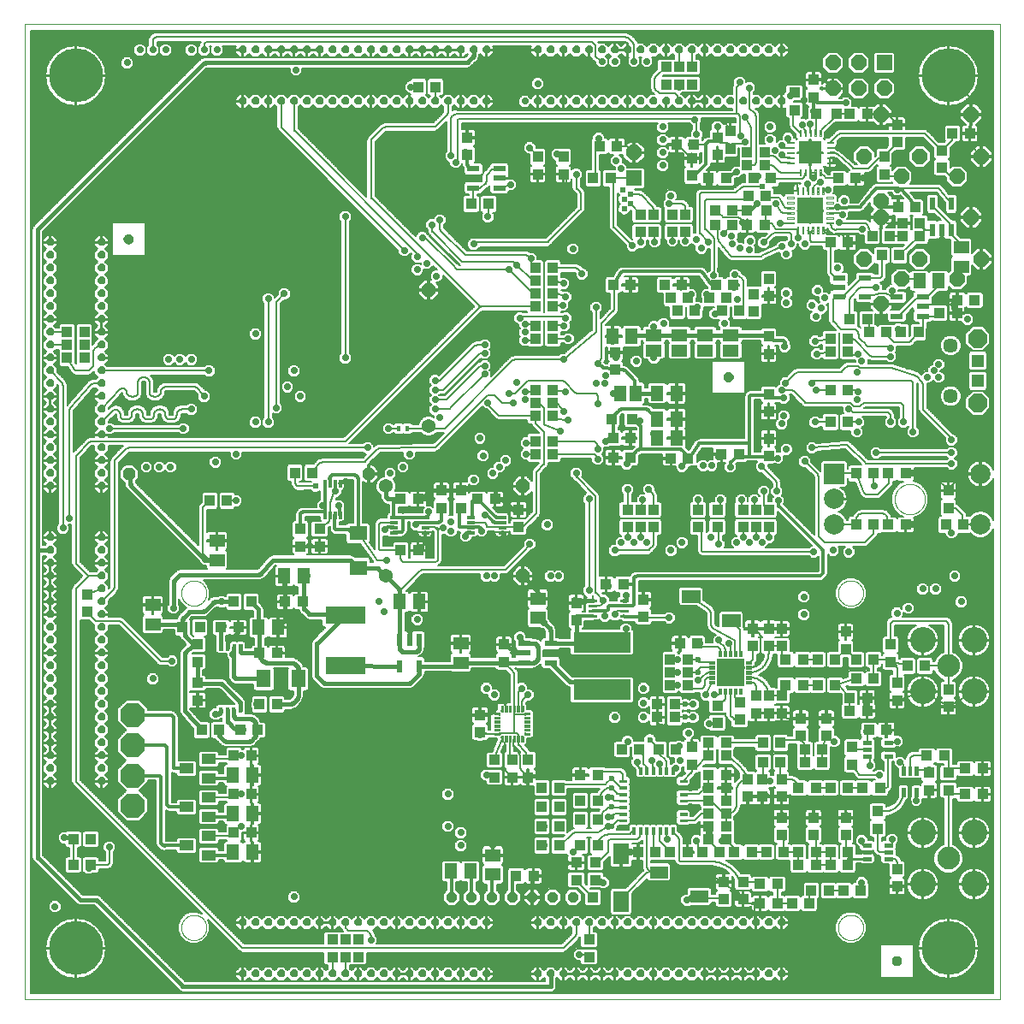
<source format=gbl>
G75*
%MOIN*%
%OFA0B0*%
%FSLAX25Y25*%
%IPPOS*%
%LPD*%
%AMOC8*
5,1,8,0,0,1.08239X$1,22.5*
%
%ADD10C,0.00000*%
%ADD11C,0.21000*%
%ADD12R,0.03937X0.04331*%
%ADD13R,0.04331X0.03937*%
%ADD14R,0.03937X0.03937*%
%ADD15R,0.04600X0.06300*%
%ADD16OC8,0.03000*%
%ADD17R,0.05118X0.05906*%
%ADD18R,0.15748X0.07087*%
%ADD19R,0.06000X0.06000*%
%ADD20OC8,0.06000*%
%ADD21R,0.01575X0.02362*%
%ADD22C,0.05400*%
%ADD23OC8,0.05400*%
%ADD24R,0.05906X0.05118*%
%ADD25R,0.07087X0.05512*%
%ADD26C,0.00098*%
%ADD27R,0.05000X0.02200*%
%ADD28C,0.05709*%
%ADD29OC8,0.07087*%
%ADD30R,0.05020X0.05020*%
%ADD31R,0.22441X0.07874*%
%ADD32C,0.00276*%
%ADD33R,0.10827X0.10827*%
%ADD34R,0.05512X0.07087*%
%ADD35R,0.06300X0.04600*%
%ADD36C,0.02362*%
%ADD37C,0.00236*%
%ADD38R,0.02200X0.05000*%
%ADD39C,0.00060*%
%ADD40R,0.01200X0.02400*%
%ADD41OC8,0.04724*%
%ADD42R,0.04134X0.04134*%
%ADD43OC8,0.04134*%
%ADD44OC8,0.09449*%
%ADD45OC8,0.05906*%
%ADD46C,0.00492*%
%ADD47R,0.09843X0.09843*%
%ADD48R,0.08858X0.08858*%
%ADD49C,0.08850*%
%ADD50C,0.10050*%
%ADD51R,0.07874X0.07874*%
%ADD52C,0.07874*%
%ADD53R,0.05512X0.03937*%
%ADD54C,0.00197*%
%ADD55C,0.00010*%
%ADD56R,0.17323X0.17323*%
%ADD57R,0.06299X0.07874*%
%ADD58C,0.00315*%
%ADD59C,0.01969*%
%ADD60OC8,0.02400*%
%ADD61C,0.00800*%
%ADD62C,0.01600*%
%ADD63C,0.01200*%
%ADD64C,0.00600*%
%ADD65C,0.01181*%
%ADD66C,0.00500*%
%ADD67C,0.02400*%
%ADD68C,0.01000*%
%ADD69C,0.02000*%
D10*
X0063933Y0036780D02*
X0063933Y0416780D01*
X0443933Y0416780D01*
X0443933Y0036780D01*
X0063933Y0036780D01*
X0125059Y0064851D02*
X0125061Y0064991D01*
X0125067Y0065131D01*
X0125077Y0065270D01*
X0125091Y0065409D01*
X0125109Y0065548D01*
X0125130Y0065686D01*
X0125156Y0065824D01*
X0125186Y0065961D01*
X0125219Y0066096D01*
X0125257Y0066231D01*
X0125298Y0066365D01*
X0125343Y0066498D01*
X0125391Y0066629D01*
X0125444Y0066758D01*
X0125500Y0066887D01*
X0125559Y0067013D01*
X0125623Y0067138D01*
X0125689Y0067261D01*
X0125760Y0067382D01*
X0125833Y0067501D01*
X0125910Y0067618D01*
X0125991Y0067732D01*
X0126074Y0067844D01*
X0126161Y0067954D01*
X0126251Y0068062D01*
X0126343Y0068166D01*
X0126439Y0068268D01*
X0126538Y0068368D01*
X0126639Y0068464D01*
X0126743Y0068558D01*
X0126850Y0068648D01*
X0126959Y0068735D01*
X0127071Y0068820D01*
X0127185Y0068901D01*
X0127301Y0068979D01*
X0127419Y0069053D01*
X0127540Y0069124D01*
X0127662Y0069192D01*
X0127787Y0069256D01*
X0127913Y0069317D01*
X0128040Y0069374D01*
X0128170Y0069427D01*
X0128301Y0069477D01*
X0128433Y0069522D01*
X0128566Y0069565D01*
X0128701Y0069603D01*
X0128836Y0069637D01*
X0128973Y0069668D01*
X0129110Y0069695D01*
X0129248Y0069717D01*
X0129387Y0069736D01*
X0129526Y0069751D01*
X0129665Y0069762D01*
X0129805Y0069769D01*
X0129945Y0069772D01*
X0130085Y0069771D01*
X0130225Y0069766D01*
X0130364Y0069757D01*
X0130504Y0069744D01*
X0130643Y0069727D01*
X0130781Y0069706D01*
X0130919Y0069682D01*
X0131056Y0069653D01*
X0131192Y0069621D01*
X0131327Y0069584D01*
X0131461Y0069544D01*
X0131594Y0069500D01*
X0131725Y0069452D01*
X0131855Y0069401D01*
X0131984Y0069346D01*
X0132111Y0069287D01*
X0132236Y0069224D01*
X0132359Y0069159D01*
X0132481Y0069089D01*
X0132600Y0069016D01*
X0132718Y0068940D01*
X0132833Y0068861D01*
X0132946Y0068778D01*
X0133056Y0068692D01*
X0133164Y0068603D01*
X0133269Y0068511D01*
X0133372Y0068416D01*
X0133472Y0068318D01*
X0133569Y0068218D01*
X0133663Y0068114D01*
X0133755Y0068008D01*
X0133843Y0067900D01*
X0133928Y0067789D01*
X0134010Y0067675D01*
X0134089Y0067559D01*
X0134164Y0067442D01*
X0134236Y0067322D01*
X0134304Y0067200D01*
X0134369Y0067076D01*
X0134431Y0066950D01*
X0134489Y0066823D01*
X0134543Y0066694D01*
X0134594Y0066563D01*
X0134640Y0066431D01*
X0134683Y0066298D01*
X0134723Y0066164D01*
X0134758Y0066029D01*
X0134790Y0065892D01*
X0134817Y0065755D01*
X0134841Y0065617D01*
X0134861Y0065479D01*
X0134877Y0065340D01*
X0134889Y0065200D01*
X0134897Y0065061D01*
X0134901Y0064921D01*
X0134901Y0064781D01*
X0134897Y0064641D01*
X0134889Y0064502D01*
X0134877Y0064362D01*
X0134861Y0064223D01*
X0134841Y0064085D01*
X0134817Y0063947D01*
X0134790Y0063810D01*
X0134758Y0063673D01*
X0134723Y0063538D01*
X0134683Y0063404D01*
X0134640Y0063271D01*
X0134594Y0063139D01*
X0134543Y0063008D01*
X0134489Y0062879D01*
X0134431Y0062752D01*
X0134369Y0062626D01*
X0134304Y0062502D01*
X0134236Y0062380D01*
X0134164Y0062260D01*
X0134089Y0062143D01*
X0134010Y0062027D01*
X0133928Y0061913D01*
X0133843Y0061802D01*
X0133755Y0061694D01*
X0133663Y0061588D01*
X0133569Y0061484D01*
X0133472Y0061384D01*
X0133372Y0061286D01*
X0133269Y0061191D01*
X0133164Y0061099D01*
X0133056Y0061010D01*
X0132946Y0060924D01*
X0132833Y0060841D01*
X0132718Y0060762D01*
X0132600Y0060686D01*
X0132481Y0060613D01*
X0132359Y0060543D01*
X0132236Y0060478D01*
X0132111Y0060415D01*
X0131984Y0060356D01*
X0131855Y0060301D01*
X0131725Y0060250D01*
X0131594Y0060202D01*
X0131461Y0060158D01*
X0131327Y0060118D01*
X0131192Y0060081D01*
X0131056Y0060049D01*
X0130919Y0060020D01*
X0130781Y0059996D01*
X0130643Y0059975D01*
X0130504Y0059958D01*
X0130364Y0059945D01*
X0130225Y0059936D01*
X0130085Y0059931D01*
X0129945Y0059930D01*
X0129805Y0059933D01*
X0129665Y0059940D01*
X0129526Y0059951D01*
X0129387Y0059966D01*
X0129248Y0059985D01*
X0129110Y0060007D01*
X0128973Y0060034D01*
X0128836Y0060065D01*
X0128701Y0060099D01*
X0128566Y0060137D01*
X0128433Y0060180D01*
X0128301Y0060225D01*
X0128170Y0060275D01*
X0128040Y0060328D01*
X0127913Y0060385D01*
X0127787Y0060446D01*
X0127662Y0060510D01*
X0127540Y0060578D01*
X0127419Y0060649D01*
X0127301Y0060723D01*
X0127185Y0060801D01*
X0127071Y0060882D01*
X0126959Y0060967D01*
X0126850Y0061054D01*
X0126743Y0061144D01*
X0126639Y0061238D01*
X0126538Y0061334D01*
X0126439Y0061434D01*
X0126343Y0061536D01*
X0126251Y0061640D01*
X0126161Y0061748D01*
X0126074Y0061858D01*
X0125991Y0061970D01*
X0125910Y0062084D01*
X0125833Y0062201D01*
X0125760Y0062320D01*
X0125689Y0062441D01*
X0125623Y0062564D01*
X0125559Y0062689D01*
X0125500Y0062815D01*
X0125444Y0062944D01*
X0125391Y0063073D01*
X0125343Y0063204D01*
X0125298Y0063337D01*
X0125257Y0063471D01*
X0125219Y0063606D01*
X0125186Y0063741D01*
X0125156Y0063878D01*
X0125130Y0064016D01*
X0125109Y0064154D01*
X0125091Y0064293D01*
X0125077Y0064432D01*
X0125067Y0064571D01*
X0125061Y0064711D01*
X0125059Y0064851D01*
X0125059Y0195166D02*
X0125061Y0195306D01*
X0125067Y0195446D01*
X0125077Y0195585D01*
X0125091Y0195724D01*
X0125109Y0195863D01*
X0125130Y0196001D01*
X0125156Y0196139D01*
X0125186Y0196276D01*
X0125219Y0196411D01*
X0125257Y0196546D01*
X0125298Y0196680D01*
X0125343Y0196813D01*
X0125391Y0196944D01*
X0125444Y0197073D01*
X0125500Y0197202D01*
X0125559Y0197328D01*
X0125623Y0197453D01*
X0125689Y0197576D01*
X0125760Y0197697D01*
X0125833Y0197816D01*
X0125910Y0197933D01*
X0125991Y0198047D01*
X0126074Y0198159D01*
X0126161Y0198269D01*
X0126251Y0198377D01*
X0126343Y0198481D01*
X0126439Y0198583D01*
X0126538Y0198683D01*
X0126639Y0198779D01*
X0126743Y0198873D01*
X0126850Y0198963D01*
X0126959Y0199050D01*
X0127071Y0199135D01*
X0127185Y0199216D01*
X0127301Y0199294D01*
X0127419Y0199368D01*
X0127540Y0199439D01*
X0127662Y0199507D01*
X0127787Y0199571D01*
X0127913Y0199632D01*
X0128040Y0199689D01*
X0128170Y0199742D01*
X0128301Y0199792D01*
X0128433Y0199837D01*
X0128566Y0199880D01*
X0128701Y0199918D01*
X0128836Y0199952D01*
X0128973Y0199983D01*
X0129110Y0200010D01*
X0129248Y0200032D01*
X0129387Y0200051D01*
X0129526Y0200066D01*
X0129665Y0200077D01*
X0129805Y0200084D01*
X0129945Y0200087D01*
X0130085Y0200086D01*
X0130225Y0200081D01*
X0130364Y0200072D01*
X0130504Y0200059D01*
X0130643Y0200042D01*
X0130781Y0200021D01*
X0130919Y0199997D01*
X0131056Y0199968D01*
X0131192Y0199936D01*
X0131327Y0199899D01*
X0131461Y0199859D01*
X0131594Y0199815D01*
X0131725Y0199767D01*
X0131855Y0199716D01*
X0131984Y0199661D01*
X0132111Y0199602D01*
X0132236Y0199539D01*
X0132359Y0199474D01*
X0132481Y0199404D01*
X0132600Y0199331D01*
X0132718Y0199255D01*
X0132833Y0199176D01*
X0132946Y0199093D01*
X0133056Y0199007D01*
X0133164Y0198918D01*
X0133269Y0198826D01*
X0133372Y0198731D01*
X0133472Y0198633D01*
X0133569Y0198533D01*
X0133663Y0198429D01*
X0133755Y0198323D01*
X0133843Y0198215D01*
X0133928Y0198104D01*
X0134010Y0197990D01*
X0134089Y0197874D01*
X0134164Y0197757D01*
X0134236Y0197637D01*
X0134304Y0197515D01*
X0134369Y0197391D01*
X0134431Y0197265D01*
X0134489Y0197138D01*
X0134543Y0197009D01*
X0134594Y0196878D01*
X0134640Y0196746D01*
X0134683Y0196613D01*
X0134723Y0196479D01*
X0134758Y0196344D01*
X0134790Y0196207D01*
X0134817Y0196070D01*
X0134841Y0195932D01*
X0134861Y0195794D01*
X0134877Y0195655D01*
X0134889Y0195515D01*
X0134897Y0195376D01*
X0134901Y0195236D01*
X0134901Y0195096D01*
X0134897Y0194956D01*
X0134889Y0194817D01*
X0134877Y0194677D01*
X0134861Y0194538D01*
X0134841Y0194400D01*
X0134817Y0194262D01*
X0134790Y0194125D01*
X0134758Y0193988D01*
X0134723Y0193853D01*
X0134683Y0193719D01*
X0134640Y0193586D01*
X0134594Y0193454D01*
X0134543Y0193323D01*
X0134489Y0193194D01*
X0134431Y0193067D01*
X0134369Y0192941D01*
X0134304Y0192817D01*
X0134236Y0192695D01*
X0134164Y0192575D01*
X0134089Y0192458D01*
X0134010Y0192342D01*
X0133928Y0192228D01*
X0133843Y0192117D01*
X0133755Y0192009D01*
X0133663Y0191903D01*
X0133569Y0191799D01*
X0133472Y0191699D01*
X0133372Y0191601D01*
X0133269Y0191506D01*
X0133164Y0191414D01*
X0133056Y0191325D01*
X0132946Y0191239D01*
X0132833Y0191156D01*
X0132718Y0191077D01*
X0132600Y0191001D01*
X0132481Y0190928D01*
X0132359Y0190858D01*
X0132236Y0190793D01*
X0132111Y0190730D01*
X0131984Y0190671D01*
X0131855Y0190616D01*
X0131725Y0190565D01*
X0131594Y0190517D01*
X0131461Y0190473D01*
X0131327Y0190433D01*
X0131192Y0190396D01*
X0131056Y0190364D01*
X0130919Y0190335D01*
X0130781Y0190311D01*
X0130643Y0190290D01*
X0130504Y0190273D01*
X0130364Y0190260D01*
X0130225Y0190251D01*
X0130085Y0190246D01*
X0129945Y0190245D01*
X0129805Y0190248D01*
X0129665Y0190255D01*
X0129526Y0190266D01*
X0129387Y0190281D01*
X0129248Y0190300D01*
X0129110Y0190322D01*
X0128973Y0190349D01*
X0128836Y0190380D01*
X0128701Y0190414D01*
X0128566Y0190452D01*
X0128433Y0190495D01*
X0128301Y0190540D01*
X0128170Y0190590D01*
X0128040Y0190643D01*
X0127913Y0190700D01*
X0127787Y0190761D01*
X0127662Y0190825D01*
X0127540Y0190893D01*
X0127419Y0190964D01*
X0127301Y0191038D01*
X0127185Y0191116D01*
X0127071Y0191197D01*
X0126959Y0191282D01*
X0126850Y0191369D01*
X0126743Y0191459D01*
X0126639Y0191553D01*
X0126538Y0191649D01*
X0126439Y0191749D01*
X0126343Y0191851D01*
X0126251Y0191955D01*
X0126161Y0192063D01*
X0126074Y0192173D01*
X0125991Y0192285D01*
X0125910Y0192399D01*
X0125833Y0192516D01*
X0125760Y0192635D01*
X0125689Y0192756D01*
X0125623Y0192879D01*
X0125559Y0193004D01*
X0125500Y0193130D01*
X0125444Y0193259D01*
X0125391Y0193388D01*
X0125343Y0193519D01*
X0125298Y0193652D01*
X0125257Y0193786D01*
X0125219Y0193921D01*
X0125186Y0194056D01*
X0125156Y0194193D01*
X0125130Y0194331D01*
X0125109Y0194469D01*
X0125091Y0194608D01*
X0125077Y0194747D01*
X0125067Y0194886D01*
X0125061Y0195026D01*
X0125059Y0195166D01*
X0380965Y0195166D02*
X0380967Y0195306D01*
X0380973Y0195446D01*
X0380983Y0195585D01*
X0380997Y0195724D01*
X0381015Y0195863D01*
X0381036Y0196001D01*
X0381062Y0196139D01*
X0381092Y0196276D01*
X0381125Y0196411D01*
X0381163Y0196546D01*
X0381204Y0196680D01*
X0381249Y0196813D01*
X0381297Y0196944D01*
X0381350Y0197073D01*
X0381406Y0197202D01*
X0381465Y0197328D01*
X0381529Y0197453D01*
X0381595Y0197576D01*
X0381666Y0197697D01*
X0381739Y0197816D01*
X0381816Y0197933D01*
X0381897Y0198047D01*
X0381980Y0198159D01*
X0382067Y0198269D01*
X0382157Y0198377D01*
X0382249Y0198481D01*
X0382345Y0198583D01*
X0382444Y0198683D01*
X0382545Y0198779D01*
X0382649Y0198873D01*
X0382756Y0198963D01*
X0382865Y0199050D01*
X0382977Y0199135D01*
X0383091Y0199216D01*
X0383207Y0199294D01*
X0383325Y0199368D01*
X0383446Y0199439D01*
X0383568Y0199507D01*
X0383693Y0199571D01*
X0383819Y0199632D01*
X0383946Y0199689D01*
X0384076Y0199742D01*
X0384207Y0199792D01*
X0384339Y0199837D01*
X0384472Y0199880D01*
X0384607Y0199918D01*
X0384742Y0199952D01*
X0384879Y0199983D01*
X0385016Y0200010D01*
X0385154Y0200032D01*
X0385293Y0200051D01*
X0385432Y0200066D01*
X0385571Y0200077D01*
X0385711Y0200084D01*
X0385851Y0200087D01*
X0385991Y0200086D01*
X0386131Y0200081D01*
X0386270Y0200072D01*
X0386410Y0200059D01*
X0386549Y0200042D01*
X0386687Y0200021D01*
X0386825Y0199997D01*
X0386962Y0199968D01*
X0387098Y0199936D01*
X0387233Y0199899D01*
X0387367Y0199859D01*
X0387500Y0199815D01*
X0387631Y0199767D01*
X0387761Y0199716D01*
X0387890Y0199661D01*
X0388017Y0199602D01*
X0388142Y0199539D01*
X0388265Y0199474D01*
X0388387Y0199404D01*
X0388506Y0199331D01*
X0388624Y0199255D01*
X0388739Y0199176D01*
X0388852Y0199093D01*
X0388962Y0199007D01*
X0389070Y0198918D01*
X0389175Y0198826D01*
X0389278Y0198731D01*
X0389378Y0198633D01*
X0389475Y0198533D01*
X0389569Y0198429D01*
X0389661Y0198323D01*
X0389749Y0198215D01*
X0389834Y0198104D01*
X0389916Y0197990D01*
X0389995Y0197874D01*
X0390070Y0197757D01*
X0390142Y0197637D01*
X0390210Y0197515D01*
X0390275Y0197391D01*
X0390337Y0197265D01*
X0390395Y0197138D01*
X0390449Y0197009D01*
X0390500Y0196878D01*
X0390546Y0196746D01*
X0390589Y0196613D01*
X0390629Y0196479D01*
X0390664Y0196344D01*
X0390696Y0196207D01*
X0390723Y0196070D01*
X0390747Y0195932D01*
X0390767Y0195794D01*
X0390783Y0195655D01*
X0390795Y0195515D01*
X0390803Y0195376D01*
X0390807Y0195236D01*
X0390807Y0195096D01*
X0390803Y0194956D01*
X0390795Y0194817D01*
X0390783Y0194677D01*
X0390767Y0194538D01*
X0390747Y0194400D01*
X0390723Y0194262D01*
X0390696Y0194125D01*
X0390664Y0193988D01*
X0390629Y0193853D01*
X0390589Y0193719D01*
X0390546Y0193586D01*
X0390500Y0193454D01*
X0390449Y0193323D01*
X0390395Y0193194D01*
X0390337Y0193067D01*
X0390275Y0192941D01*
X0390210Y0192817D01*
X0390142Y0192695D01*
X0390070Y0192575D01*
X0389995Y0192458D01*
X0389916Y0192342D01*
X0389834Y0192228D01*
X0389749Y0192117D01*
X0389661Y0192009D01*
X0389569Y0191903D01*
X0389475Y0191799D01*
X0389378Y0191699D01*
X0389278Y0191601D01*
X0389175Y0191506D01*
X0389070Y0191414D01*
X0388962Y0191325D01*
X0388852Y0191239D01*
X0388739Y0191156D01*
X0388624Y0191077D01*
X0388506Y0191001D01*
X0388387Y0190928D01*
X0388265Y0190858D01*
X0388142Y0190793D01*
X0388017Y0190730D01*
X0387890Y0190671D01*
X0387761Y0190616D01*
X0387631Y0190565D01*
X0387500Y0190517D01*
X0387367Y0190473D01*
X0387233Y0190433D01*
X0387098Y0190396D01*
X0386962Y0190364D01*
X0386825Y0190335D01*
X0386687Y0190311D01*
X0386549Y0190290D01*
X0386410Y0190273D01*
X0386270Y0190260D01*
X0386131Y0190251D01*
X0385991Y0190246D01*
X0385851Y0190245D01*
X0385711Y0190248D01*
X0385571Y0190255D01*
X0385432Y0190266D01*
X0385293Y0190281D01*
X0385154Y0190300D01*
X0385016Y0190322D01*
X0384879Y0190349D01*
X0384742Y0190380D01*
X0384607Y0190414D01*
X0384472Y0190452D01*
X0384339Y0190495D01*
X0384207Y0190540D01*
X0384076Y0190590D01*
X0383946Y0190643D01*
X0383819Y0190700D01*
X0383693Y0190761D01*
X0383568Y0190825D01*
X0383446Y0190893D01*
X0383325Y0190964D01*
X0383207Y0191038D01*
X0383091Y0191116D01*
X0382977Y0191197D01*
X0382865Y0191282D01*
X0382756Y0191369D01*
X0382649Y0191459D01*
X0382545Y0191553D01*
X0382444Y0191649D01*
X0382345Y0191749D01*
X0382249Y0191851D01*
X0382157Y0191955D01*
X0382067Y0192063D01*
X0381980Y0192173D01*
X0381897Y0192285D01*
X0381816Y0192399D01*
X0381739Y0192516D01*
X0381666Y0192635D01*
X0381595Y0192756D01*
X0381529Y0192879D01*
X0381465Y0193004D01*
X0381406Y0193130D01*
X0381350Y0193259D01*
X0381297Y0193388D01*
X0381249Y0193519D01*
X0381204Y0193652D01*
X0381163Y0193786D01*
X0381125Y0193921D01*
X0381092Y0194056D01*
X0381062Y0194193D01*
X0381036Y0194331D01*
X0381015Y0194469D01*
X0380997Y0194608D01*
X0380983Y0194747D01*
X0380973Y0194886D01*
X0380967Y0195026D01*
X0380965Y0195166D01*
X0403027Y0231780D02*
X0403029Y0231933D01*
X0403035Y0232087D01*
X0403045Y0232240D01*
X0403059Y0232392D01*
X0403077Y0232545D01*
X0403099Y0232696D01*
X0403124Y0232847D01*
X0403154Y0232998D01*
X0403188Y0233148D01*
X0403225Y0233296D01*
X0403266Y0233444D01*
X0403311Y0233590D01*
X0403360Y0233736D01*
X0403413Y0233880D01*
X0403469Y0234022D01*
X0403529Y0234163D01*
X0403593Y0234303D01*
X0403660Y0234441D01*
X0403731Y0234577D01*
X0403806Y0234711D01*
X0403883Y0234843D01*
X0403965Y0234973D01*
X0404049Y0235101D01*
X0404137Y0235227D01*
X0404228Y0235350D01*
X0404322Y0235471D01*
X0404420Y0235589D01*
X0404520Y0235705D01*
X0404624Y0235818D01*
X0404730Y0235929D01*
X0404839Y0236037D01*
X0404951Y0236142D01*
X0405065Y0236243D01*
X0405183Y0236342D01*
X0405302Y0236438D01*
X0405424Y0236531D01*
X0405549Y0236620D01*
X0405676Y0236707D01*
X0405805Y0236789D01*
X0405936Y0236869D01*
X0406069Y0236945D01*
X0406204Y0237018D01*
X0406341Y0237087D01*
X0406480Y0237152D01*
X0406620Y0237214D01*
X0406762Y0237272D01*
X0406905Y0237327D01*
X0407050Y0237378D01*
X0407196Y0237425D01*
X0407343Y0237468D01*
X0407491Y0237507D01*
X0407640Y0237543D01*
X0407790Y0237574D01*
X0407941Y0237602D01*
X0408092Y0237626D01*
X0408245Y0237646D01*
X0408397Y0237662D01*
X0408550Y0237674D01*
X0408703Y0237682D01*
X0408856Y0237686D01*
X0409010Y0237686D01*
X0409163Y0237682D01*
X0409316Y0237674D01*
X0409469Y0237662D01*
X0409621Y0237646D01*
X0409774Y0237626D01*
X0409925Y0237602D01*
X0410076Y0237574D01*
X0410226Y0237543D01*
X0410375Y0237507D01*
X0410523Y0237468D01*
X0410670Y0237425D01*
X0410816Y0237378D01*
X0410961Y0237327D01*
X0411104Y0237272D01*
X0411246Y0237214D01*
X0411386Y0237152D01*
X0411525Y0237087D01*
X0411662Y0237018D01*
X0411797Y0236945D01*
X0411930Y0236869D01*
X0412061Y0236789D01*
X0412190Y0236707D01*
X0412317Y0236620D01*
X0412442Y0236531D01*
X0412564Y0236438D01*
X0412683Y0236342D01*
X0412801Y0236243D01*
X0412915Y0236142D01*
X0413027Y0236037D01*
X0413136Y0235929D01*
X0413242Y0235818D01*
X0413346Y0235705D01*
X0413446Y0235589D01*
X0413544Y0235471D01*
X0413638Y0235350D01*
X0413729Y0235227D01*
X0413817Y0235101D01*
X0413901Y0234973D01*
X0413983Y0234843D01*
X0414060Y0234711D01*
X0414135Y0234577D01*
X0414206Y0234441D01*
X0414273Y0234303D01*
X0414337Y0234163D01*
X0414397Y0234022D01*
X0414453Y0233880D01*
X0414506Y0233736D01*
X0414555Y0233590D01*
X0414600Y0233444D01*
X0414641Y0233296D01*
X0414678Y0233148D01*
X0414712Y0232998D01*
X0414742Y0232847D01*
X0414767Y0232696D01*
X0414789Y0232545D01*
X0414807Y0232392D01*
X0414821Y0232240D01*
X0414831Y0232087D01*
X0414837Y0231933D01*
X0414839Y0231780D01*
X0414837Y0231627D01*
X0414831Y0231473D01*
X0414821Y0231320D01*
X0414807Y0231168D01*
X0414789Y0231015D01*
X0414767Y0230864D01*
X0414742Y0230713D01*
X0414712Y0230562D01*
X0414678Y0230412D01*
X0414641Y0230264D01*
X0414600Y0230116D01*
X0414555Y0229970D01*
X0414506Y0229824D01*
X0414453Y0229680D01*
X0414397Y0229538D01*
X0414337Y0229397D01*
X0414273Y0229257D01*
X0414206Y0229119D01*
X0414135Y0228983D01*
X0414060Y0228849D01*
X0413983Y0228717D01*
X0413901Y0228587D01*
X0413817Y0228459D01*
X0413729Y0228333D01*
X0413638Y0228210D01*
X0413544Y0228089D01*
X0413446Y0227971D01*
X0413346Y0227855D01*
X0413242Y0227742D01*
X0413136Y0227631D01*
X0413027Y0227523D01*
X0412915Y0227418D01*
X0412801Y0227317D01*
X0412683Y0227218D01*
X0412564Y0227122D01*
X0412442Y0227029D01*
X0412317Y0226940D01*
X0412190Y0226853D01*
X0412061Y0226771D01*
X0411930Y0226691D01*
X0411797Y0226615D01*
X0411662Y0226542D01*
X0411525Y0226473D01*
X0411386Y0226408D01*
X0411246Y0226346D01*
X0411104Y0226288D01*
X0410961Y0226233D01*
X0410816Y0226182D01*
X0410670Y0226135D01*
X0410523Y0226092D01*
X0410375Y0226053D01*
X0410226Y0226017D01*
X0410076Y0225986D01*
X0409925Y0225958D01*
X0409774Y0225934D01*
X0409621Y0225914D01*
X0409469Y0225898D01*
X0409316Y0225886D01*
X0409163Y0225878D01*
X0409010Y0225874D01*
X0408856Y0225874D01*
X0408703Y0225878D01*
X0408550Y0225886D01*
X0408397Y0225898D01*
X0408245Y0225914D01*
X0408092Y0225934D01*
X0407941Y0225958D01*
X0407790Y0225986D01*
X0407640Y0226017D01*
X0407491Y0226053D01*
X0407343Y0226092D01*
X0407196Y0226135D01*
X0407050Y0226182D01*
X0406905Y0226233D01*
X0406762Y0226288D01*
X0406620Y0226346D01*
X0406480Y0226408D01*
X0406341Y0226473D01*
X0406204Y0226542D01*
X0406069Y0226615D01*
X0405936Y0226691D01*
X0405805Y0226771D01*
X0405676Y0226853D01*
X0405549Y0226940D01*
X0405424Y0227029D01*
X0405302Y0227122D01*
X0405183Y0227218D01*
X0405065Y0227317D01*
X0404951Y0227418D01*
X0404839Y0227523D01*
X0404730Y0227631D01*
X0404624Y0227742D01*
X0404520Y0227855D01*
X0404420Y0227971D01*
X0404322Y0228089D01*
X0404228Y0228210D01*
X0404137Y0228333D01*
X0404049Y0228459D01*
X0403965Y0228587D01*
X0403883Y0228717D01*
X0403806Y0228849D01*
X0403731Y0228983D01*
X0403660Y0229119D01*
X0403593Y0229257D01*
X0403529Y0229397D01*
X0403469Y0229538D01*
X0403413Y0229680D01*
X0403360Y0229824D01*
X0403311Y0229970D01*
X0403266Y0230116D01*
X0403225Y0230264D01*
X0403188Y0230412D01*
X0403154Y0230562D01*
X0403124Y0230713D01*
X0403099Y0230864D01*
X0403077Y0231015D01*
X0403059Y0231168D01*
X0403045Y0231320D01*
X0403035Y0231473D01*
X0403029Y0231627D01*
X0403027Y0231780D01*
X0380965Y0064851D02*
X0380967Y0064991D01*
X0380973Y0065131D01*
X0380983Y0065270D01*
X0380997Y0065409D01*
X0381015Y0065548D01*
X0381036Y0065686D01*
X0381062Y0065824D01*
X0381092Y0065961D01*
X0381125Y0066096D01*
X0381163Y0066231D01*
X0381204Y0066365D01*
X0381249Y0066498D01*
X0381297Y0066629D01*
X0381350Y0066758D01*
X0381406Y0066887D01*
X0381465Y0067013D01*
X0381529Y0067138D01*
X0381595Y0067261D01*
X0381666Y0067382D01*
X0381739Y0067501D01*
X0381816Y0067618D01*
X0381897Y0067732D01*
X0381980Y0067844D01*
X0382067Y0067954D01*
X0382157Y0068062D01*
X0382249Y0068166D01*
X0382345Y0068268D01*
X0382444Y0068368D01*
X0382545Y0068464D01*
X0382649Y0068558D01*
X0382756Y0068648D01*
X0382865Y0068735D01*
X0382977Y0068820D01*
X0383091Y0068901D01*
X0383207Y0068979D01*
X0383325Y0069053D01*
X0383446Y0069124D01*
X0383568Y0069192D01*
X0383693Y0069256D01*
X0383819Y0069317D01*
X0383946Y0069374D01*
X0384076Y0069427D01*
X0384207Y0069477D01*
X0384339Y0069522D01*
X0384472Y0069565D01*
X0384607Y0069603D01*
X0384742Y0069637D01*
X0384879Y0069668D01*
X0385016Y0069695D01*
X0385154Y0069717D01*
X0385293Y0069736D01*
X0385432Y0069751D01*
X0385571Y0069762D01*
X0385711Y0069769D01*
X0385851Y0069772D01*
X0385991Y0069771D01*
X0386131Y0069766D01*
X0386270Y0069757D01*
X0386410Y0069744D01*
X0386549Y0069727D01*
X0386687Y0069706D01*
X0386825Y0069682D01*
X0386962Y0069653D01*
X0387098Y0069621D01*
X0387233Y0069584D01*
X0387367Y0069544D01*
X0387500Y0069500D01*
X0387631Y0069452D01*
X0387761Y0069401D01*
X0387890Y0069346D01*
X0388017Y0069287D01*
X0388142Y0069224D01*
X0388265Y0069159D01*
X0388387Y0069089D01*
X0388506Y0069016D01*
X0388624Y0068940D01*
X0388739Y0068861D01*
X0388852Y0068778D01*
X0388962Y0068692D01*
X0389070Y0068603D01*
X0389175Y0068511D01*
X0389278Y0068416D01*
X0389378Y0068318D01*
X0389475Y0068218D01*
X0389569Y0068114D01*
X0389661Y0068008D01*
X0389749Y0067900D01*
X0389834Y0067789D01*
X0389916Y0067675D01*
X0389995Y0067559D01*
X0390070Y0067442D01*
X0390142Y0067322D01*
X0390210Y0067200D01*
X0390275Y0067076D01*
X0390337Y0066950D01*
X0390395Y0066823D01*
X0390449Y0066694D01*
X0390500Y0066563D01*
X0390546Y0066431D01*
X0390589Y0066298D01*
X0390629Y0066164D01*
X0390664Y0066029D01*
X0390696Y0065892D01*
X0390723Y0065755D01*
X0390747Y0065617D01*
X0390767Y0065479D01*
X0390783Y0065340D01*
X0390795Y0065200D01*
X0390803Y0065061D01*
X0390807Y0064921D01*
X0390807Y0064781D01*
X0390803Y0064641D01*
X0390795Y0064502D01*
X0390783Y0064362D01*
X0390767Y0064223D01*
X0390747Y0064085D01*
X0390723Y0063947D01*
X0390696Y0063810D01*
X0390664Y0063673D01*
X0390629Y0063538D01*
X0390589Y0063404D01*
X0390546Y0063271D01*
X0390500Y0063139D01*
X0390449Y0063008D01*
X0390395Y0062879D01*
X0390337Y0062752D01*
X0390275Y0062626D01*
X0390210Y0062502D01*
X0390142Y0062380D01*
X0390070Y0062260D01*
X0389995Y0062143D01*
X0389916Y0062027D01*
X0389834Y0061913D01*
X0389749Y0061802D01*
X0389661Y0061694D01*
X0389569Y0061588D01*
X0389475Y0061484D01*
X0389378Y0061384D01*
X0389278Y0061286D01*
X0389175Y0061191D01*
X0389070Y0061099D01*
X0388962Y0061010D01*
X0388852Y0060924D01*
X0388739Y0060841D01*
X0388624Y0060762D01*
X0388506Y0060686D01*
X0388387Y0060613D01*
X0388265Y0060543D01*
X0388142Y0060478D01*
X0388017Y0060415D01*
X0387890Y0060356D01*
X0387761Y0060301D01*
X0387631Y0060250D01*
X0387500Y0060202D01*
X0387367Y0060158D01*
X0387233Y0060118D01*
X0387098Y0060081D01*
X0386962Y0060049D01*
X0386825Y0060020D01*
X0386687Y0059996D01*
X0386549Y0059975D01*
X0386410Y0059958D01*
X0386270Y0059945D01*
X0386131Y0059936D01*
X0385991Y0059931D01*
X0385851Y0059930D01*
X0385711Y0059933D01*
X0385571Y0059940D01*
X0385432Y0059951D01*
X0385293Y0059966D01*
X0385154Y0059985D01*
X0385016Y0060007D01*
X0384879Y0060034D01*
X0384742Y0060065D01*
X0384607Y0060099D01*
X0384472Y0060137D01*
X0384339Y0060180D01*
X0384207Y0060225D01*
X0384076Y0060275D01*
X0383946Y0060328D01*
X0383819Y0060385D01*
X0383693Y0060446D01*
X0383568Y0060510D01*
X0383446Y0060578D01*
X0383325Y0060649D01*
X0383207Y0060723D01*
X0383091Y0060801D01*
X0382977Y0060882D01*
X0382865Y0060967D01*
X0382756Y0061054D01*
X0382649Y0061144D01*
X0382545Y0061238D01*
X0382444Y0061334D01*
X0382345Y0061434D01*
X0382249Y0061536D01*
X0382157Y0061640D01*
X0382067Y0061748D01*
X0381980Y0061858D01*
X0381897Y0061970D01*
X0381816Y0062084D01*
X0381739Y0062201D01*
X0381666Y0062320D01*
X0381595Y0062441D01*
X0381529Y0062564D01*
X0381465Y0062689D01*
X0381406Y0062815D01*
X0381350Y0062944D01*
X0381297Y0063073D01*
X0381249Y0063204D01*
X0381204Y0063337D01*
X0381163Y0063471D01*
X0381125Y0063606D01*
X0381092Y0063741D01*
X0381062Y0063878D01*
X0381036Y0064016D01*
X0381015Y0064154D01*
X0380997Y0064293D01*
X0380983Y0064432D01*
X0380973Y0064571D01*
X0380967Y0064711D01*
X0380965Y0064851D01*
D11*
X0423933Y0056780D03*
X0423933Y0396780D03*
X0083933Y0396780D03*
X0083933Y0056780D03*
D12*
X0083087Y0089280D03*
X0089780Y0089280D03*
X0089780Y0099280D03*
X0083087Y0099280D03*
X0133087Y0141780D03*
X0139780Y0141780D03*
X0145587Y0131780D03*
X0152280Y0131780D03*
X0152280Y0116780D03*
X0145587Y0116780D03*
X0145587Y0101780D03*
X0152280Y0101780D03*
X0155587Y0151780D03*
X0162280Y0151780D03*
X0132280Y0181780D03*
X0125587Y0181780D03*
X0145587Y0191780D03*
X0152280Y0191780D03*
X0171433Y0213433D03*
X0171433Y0220126D03*
X0169337Y0242092D03*
X0176030Y0242092D03*
X0142905Y0231155D03*
X0136212Y0231155D03*
X0087280Y0286780D03*
X0087280Y0291780D03*
X0087280Y0296780D03*
X0080587Y0296780D03*
X0080587Y0291780D03*
X0080587Y0286780D03*
X0210587Y0211780D03*
X0217280Y0211780D03*
X0226433Y0228433D03*
X0226433Y0235126D03*
X0233933Y0235126D03*
X0233933Y0228433D03*
X0263087Y0249280D03*
X0263087Y0254280D03*
X0269780Y0254280D03*
X0269780Y0249280D03*
X0269780Y0264280D03*
X0269780Y0269280D03*
X0269780Y0274280D03*
X0263087Y0274280D03*
X0263087Y0269280D03*
X0263087Y0264280D03*
X0263087Y0294280D03*
X0263087Y0299280D03*
X0263087Y0306780D03*
X0263087Y0311780D03*
X0263087Y0316780D03*
X0263087Y0321780D03*
X0269780Y0321780D03*
X0269780Y0316780D03*
X0269780Y0311780D03*
X0269780Y0306780D03*
X0269780Y0299280D03*
X0269780Y0294280D03*
X0294246Y0288876D03*
X0294246Y0282183D03*
X0318399Y0305217D03*
X0315899Y0310217D03*
X0322592Y0310217D03*
X0325092Y0305217D03*
X0330899Y0310217D03*
X0337592Y0310217D03*
X0335899Y0305217D03*
X0342592Y0305217D03*
X0353933Y0310933D03*
X0353933Y0317626D03*
X0339780Y0338655D03*
X0333087Y0338655D03*
X0346212Y0349905D03*
X0352905Y0349905D03*
X0354780Y0356780D03*
X0352280Y0361780D03*
X0352280Y0366780D03*
X0345587Y0366780D03*
X0345587Y0361780D03*
X0348087Y0356780D03*
X0338933Y0368433D03*
X0333933Y0365933D03*
X0333933Y0372626D03*
X0338933Y0375126D03*
X0323933Y0364501D03*
X0323933Y0357808D03*
X0292280Y0356780D03*
X0285587Y0356780D03*
X0273933Y0358433D03*
X0273933Y0365126D03*
X0263933Y0365126D03*
X0263933Y0358433D03*
X0244780Y0346780D03*
X0238087Y0346780D03*
X0236433Y0365933D03*
X0236433Y0372626D03*
X0224155Y0392405D03*
X0217462Y0392405D03*
X0353933Y0295126D03*
X0353933Y0288433D03*
X0353933Y0272626D03*
X0353933Y0265933D03*
X0353933Y0255439D03*
X0353933Y0248746D03*
X0378087Y0261780D03*
X0384780Y0261780D03*
X0384780Y0274280D03*
X0378087Y0274280D03*
X0378087Y0289280D03*
X0378087Y0294280D03*
X0384780Y0294280D03*
X0384780Y0289280D03*
X0385587Y0301780D03*
X0392280Y0301780D03*
X0405587Y0296780D03*
X0412280Y0296780D03*
X0420587Y0304280D03*
X0427280Y0304280D03*
X0404780Y0326780D03*
X0398087Y0326780D03*
X0401030Y0334280D03*
X0406212Y0339280D03*
X0412905Y0339280D03*
X0394337Y0334280D03*
X0398933Y0358433D03*
X0398933Y0365126D03*
X0421433Y0367626D03*
X0421433Y0360933D03*
X0425587Y0374280D03*
X0432280Y0374280D03*
X0371433Y0388433D03*
X0371433Y0395126D03*
X0388087Y0241780D03*
X0394780Y0241780D03*
X0394780Y0221780D03*
X0388087Y0221780D03*
X0423087Y0221780D03*
X0429780Y0221780D03*
X0423933Y0228433D03*
X0423933Y0235126D03*
X0383933Y0180126D03*
X0383933Y0173433D03*
X0379780Y0169280D03*
X0373087Y0169280D03*
X0373087Y0159280D03*
X0379780Y0159280D03*
X0385587Y0154280D03*
X0392280Y0154280D03*
X0403933Y0153433D03*
X0403933Y0160126D03*
X0408087Y0166780D03*
X0401433Y0168433D03*
X0401433Y0175126D03*
X0394780Y0169280D03*
X0388087Y0169280D03*
X0376433Y0146376D03*
X0376433Y0139683D03*
X0374780Y0134280D03*
X0368087Y0134280D03*
X0366433Y0139683D03*
X0358530Y0136780D03*
X0351837Y0136780D03*
X0351837Y0129280D03*
X0351433Y0122626D03*
X0345808Y0122626D03*
X0345808Y0115933D03*
X0351433Y0115933D03*
X0358933Y0115933D03*
X0358933Y0107626D03*
X0358933Y0100933D03*
X0359780Y0094280D03*
X0365587Y0094280D03*
X0371433Y0100933D03*
X0372280Y0094280D03*
X0378087Y0094280D03*
X0384780Y0094280D03*
X0383933Y0100933D03*
X0383933Y0107626D03*
X0384780Y0119280D03*
X0378087Y0119280D03*
X0386433Y0128433D03*
X0386433Y0135126D03*
X0366433Y0146376D03*
X0353933Y0148433D03*
X0348933Y0148433D03*
X0348933Y0155126D03*
X0353933Y0155126D03*
X0353933Y0174683D03*
X0353933Y0181376D03*
X0347683Y0181376D03*
X0347683Y0174683D03*
X0322280Y0169280D03*
X0322280Y0164280D03*
X0322280Y0159280D03*
X0315587Y0159280D03*
X0315587Y0164280D03*
X0315587Y0169280D03*
X0305183Y0185933D03*
X0305183Y0192626D03*
X0278933Y0191376D03*
X0278933Y0184683D03*
X0250808Y0175126D03*
X0250808Y0168433D03*
X0241433Y0147626D03*
X0241433Y0140933D03*
X0253933Y0130126D03*
X0253933Y0123433D03*
X0260183Y0123433D03*
X0260183Y0130126D03*
X0265587Y0119280D03*
X0272280Y0119280D03*
X0272280Y0111780D03*
X0265587Y0111780D03*
X0265587Y0104280D03*
X0272280Y0104280D03*
X0272280Y0096780D03*
X0265587Y0096780D03*
X0280587Y0096780D03*
X0287280Y0096780D03*
X0287280Y0106780D03*
X0280587Y0106780D03*
X0280587Y0114280D03*
X0287280Y0114280D03*
X0296837Y0134280D03*
X0303530Y0134280D03*
X0311212Y0134280D03*
X0317905Y0134280D03*
X0323933Y0135126D03*
X0323933Y0128433D03*
X0330587Y0131780D03*
X0337280Y0131780D03*
X0317280Y0146780D03*
X0317280Y0151780D03*
X0310587Y0151780D03*
X0310587Y0146780D03*
X0330587Y0109280D03*
X0337280Y0109280D03*
X0353087Y0094280D03*
X0336433Y0082626D03*
X0336433Y0075933D03*
X0370587Y0079280D03*
X0377280Y0079280D03*
X0403933Y0080933D03*
X0403933Y0087626D03*
X0396433Y0103433D03*
X0396433Y0110126D03*
X0416433Y0118433D03*
X0416433Y0125126D03*
X0423933Y0150933D03*
X0423933Y0157626D03*
X0414780Y0166780D03*
X0358530Y0129280D03*
X0358933Y0122626D03*
X0371433Y0107626D03*
D13*
X0372280Y0119280D03*
X0365587Y0119280D03*
X0368087Y0129280D03*
X0374780Y0129280D03*
X0390587Y0119280D03*
X0397280Y0119280D03*
X0415587Y0131780D03*
X0422280Y0131780D03*
X0423933Y0125126D03*
X0423933Y0118433D03*
X0430587Y0116780D03*
X0437280Y0116780D03*
X0437280Y0126780D03*
X0430587Y0126780D03*
X0399780Y0141780D03*
X0393087Y0141780D03*
X0392280Y0149280D03*
X0385587Y0149280D03*
X0388087Y0161780D03*
X0394780Y0161780D03*
X0367280Y0159280D03*
X0360587Y0159280D03*
X0358933Y0155126D03*
X0358933Y0148433D03*
X0342683Y0145933D03*
X0342683Y0152626D03*
X0333933Y0151376D03*
X0333933Y0144683D03*
X0330587Y0136780D03*
X0337280Y0136780D03*
X0337280Y0124280D03*
X0337280Y0119280D03*
X0337280Y0114280D03*
X0330587Y0114280D03*
X0330587Y0119280D03*
X0330587Y0124280D03*
X0330587Y0104280D03*
X0330587Y0099280D03*
X0328087Y0094280D03*
X0322280Y0094280D03*
X0315587Y0094280D03*
X0309780Y0094280D03*
X0303087Y0094280D03*
X0286433Y0090126D03*
X0278933Y0090126D03*
X0278933Y0083433D03*
X0286433Y0083433D03*
X0283933Y0060126D03*
X0283933Y0053433D03*
X0262280Y0084905D03*
X0255587Y0084905D03*
X0247058Y0123433D03*
X0247058Y0130126D03*
X0280587Y0124280D03*
X0287280Y0124280D03*
X0337280Y0104280D03*
X0337280Y0099280D03*
X0334780Y0094280D03*
X0340587Y0094280D03*
X0347280Y0094280D03*
X0343933Y0082626D03*
X0343933Y0075933D03*
X0350587Y0074280D03*
X0357280Y0074280D03*
X0363087Y0074280D03*
X0369780Y0074280D03*
X0383087Y0079280D03*
X0389780Y0079280D03*
X0384780Y0089280D03*
X0378087Y0089280D03*
X0372280Y0089280D03*
X0365587Y0089280D03*
X0357280Y0081780D03*
X0350587Y0081780D03*
X0360587Y0169280D03*
X0358933Y0174683D03*
X0358933Y0181376D03*
X0367280Y0169280D03*
X0326030Y0175530D03*
X0319337Y0175530D03*
X0297280Y0198655D03*
X0290587Y0198655D03*
X0298933Y0220933D03*
X0303933Y0220933D03*
X0308933Y0220933D03*
X0308933Y0227626D03*
X0303933Y0227626D03*
X0298933Y0227626D03*
X0300092Y0248030D03*
X0293399Y0248030D03*
X0293399Y0255530D03*
X0300092Y0255530D03*
X0315899Y0247717D03*
X0322592Y0247717D03*
X0335587Y0249280D03*
X0342280Y0249280D03*
X0343933Y0227626D03*
X0348933Y0227626D03*
X0353933Y0227626D03*
X0353933Y0220933D03*
X0348933Y0220933D03*
X0343933Y0220933D03*
X0333933Y0220933D03*
X0333933Y0227626D03*
X0326433Y0227626D03*
X0326433Y0220933D03*
X0256433Y0220933D03*
X0256433Y0227626D03*
X0247280Y0231780D03*
X0240587Y0231780D03*
X0217280Y0231780D03*
X0210587Y0231780D03*
X0178933Y0220126D03*
X0178933Y0213433D03*
X0172280Y0191780D03*
X0165587Y0191780D03*
X0147280Y0181780D03*
X0140587Y0181780D03*
X0131433Y0175126D03*
X0131433Y0168433D03*
X0131433Y0160126D03*
X0131433Y0153433D03*
X0148087Y0141780D03*
X0154780Y0141780D03*
X0155587Y0171780D03*
X0162280Y0171780D03*
X0088308Y0187808D03*
X0088308Y0194501D03*
X0183933Y0060126D03*
X0188933Y0060126D03*
X0193933Y0060126D03*
X0193933Y0053433D03*
X0188933Y0053433D03*
X0183933Y0053433D03*
X0400587Y0221780D03*
X0407280Y0221780D03*
X0407280Y0241780D03*
X0400587Y0241780D03*
X0399780Y0296780D03*
X0393087Y0296780D03*
X0427462Y0309280D03*
X0434155Y0309280D03*
X0412905Y0334280D03*
X0406212Y0334280D03*
X0404337Y0345530D03*
X0411030Y0345530D03*
X0387905Y0356780D03*
X0381212Y0356780D03*
X0378087Y0331780D03*
X0384780Y0331780D03*
X0352280Y0338655D03*
X0345587Y0338655D03*
X0339780Y0344280D03*
X0333087Y0344280D03*
X0321433Y0342626D03*
X0316433Y0342626D03*
X0316433Y0335933D03*
X0321433Y0335933D03*
X0308933Y0335933D03*
X0303933Y0335933D03*
X0303933Y0342626D03*
X0308933Y0342626D03*
X0330587Y0356780D03*
X0337280Y0356780D03*
X0324780Y0369905D03*
X0318087Y0369905D03*
X0294780Y0369280D03*
X0288087Y0369280D03*
X0313933Y0393433D03*
X0318933Y0393433D03*
X0323933Y0393433D03*
X0323933Y0400126D03*
X0318933Y0400126D03*
X0313933Y0400126D03*
X0363933Y0390126D03*
X0363933Y0383433D03*
X0385587Y0381780D03*
X0392280Y0381780D03*
X0403933Y0377626D03*
X0403933Y0370933D03*
X0347996Y0311689D03*
X0347996Y0304996D03*
X0340092Y0315217D03*
X0333399Y0315217D03*
X0320092Y0315217D03*
X0313399Y0315217D03*
X0300092Y0315217D03*
X0293399Y0315217D03*
D14*
X0292809Y0263030D03*
X0300683Y0263030D03*
X0345309Y0344280D03*
X0353183Y0344280D03*
X0372496Y0381780D03*
X0380370Y0381780D03*
D15*
X0302246Y0273030D03*
X0296246Y0273030D03*
D16*
X0293933Y0386780D03*
X0288933Y0386780D03*
X0283933Y0386780D03*
X0278933Y0386780D03*
X0273933Y0386780D03*
X0268933Y0386780D03*
X0263933Y0386780D03*
X0263933Y0406780D03*
X0268933Y0406780D03*
X0273933Y0406780D03*
X0278933Y0406780D03*
X0283933Y0406780D03*
X0288933Y0406780D03*
X0293933Y0406780D03*
X0298933Y0406780D03*
X0303933Y0406780D03*
X0308933Y0406780D03*
X0313933Y0406780D03*
X0318933Y0406780D03*
X0323933Y0406780D03*
X0328933Y0406780D03*
X0333933Y0406780D03*
X0338933Y0406780D03*
X0343933Y0406780D03*
X0348933Y0406780D03*
X0353933Y0406780D03*
X0358933Y0406780D03*
X0358933Y0386780D03*
X0353933Y0386780D03*
X0348933Y0386780D03*
X0343933Y0386780D03*
X0338933Y0386780D03*
X0333933Y0386780D03*
X0328933Y0386780D03*
X0323933Y0386780D03*
X0318933Y0386780D03*
X0313933Y0386780D03*
X0308933Y0386780D03*
X0303933Y0386780D03*
X0298933Y0386780D03*
X0243933Y0386780D03*
X0238933Y0386780D03*
X0233933Y0386780D03*
X0228933Y0386780D03*
X0223933Y0386780D03*
X0218933Y0386780D03*
X0213933Y0386780D03*
X0208933Y0386780D03*
X0203933Y0386780D03*
X0198933Y0386780D03*
X0193933Y0386780D03*
X0188933Y0386780D03*
X0183933Y0386780D03*
X0178933Y0386780D03*
X0173933Y0386780D03*
X0168933Y0386780D03*
X0163933Y0386780D03*
X0158933Y0386780D03*
X0153933Y0386780D03*
X0148933Y0386780D03*
X0148933Y0406780D03*
X0153933Y0406780D03*
X0158933Y0406780D03*
X0163933Y0406780D03*
X0168933Y0406780D03*
X0173933Y0406780D03*
X0178933Y0406780D03*
X0183933Y0406780D03*
X0188933Y0406780D03*
X0193933Y0406780D03*
X0198933Y0406780D03*
X0203933Y0406780D03*
X0208933Y0406780D03*
X0213933Y0406780D03*
X0218933Y0406780D03*
X0223933Y0406780D03*
X0228933Y0406780D03*
X0233933Y0406780D03*
X0238933Y0406780D03*
X0243933Y0406780D03*
X0093933Y0331780D03*
X0093933Y0326780D03*
X0093933Y0321780D03*
X0093933Y0316780D03*
X0093933Y0311780D03*
X0093933Y0306780D03*
X0093933Y0301780D03*
X0093933Y0296780D03*
X0093933Y0291780D03*
X0093933Y0286780D03*
X0093933Y0281780D03*
X0093933Y0276780D03*
X0093933Y0271780D03*
X0093933Y0266780D03*
X0093933Y0261780D03*
X0093933Y0256780D03*
X0093933Y0251780D03*
X0093933Y0246780D03*
X0093933Y0241780D03*
X0093933Y0236780D03*
X0073933Y0236780D03*
X0073933Y0241780D03*
X0073933Y0246780D03*
X0073933Y0251780D03*
X0073933Y0256780D03*
X0073933Y0261780D03*
X0073933Y0266780D03*
X0073933Y0271780D03*
X0073933Y0276780D03*
X0073933Y0281780D03*
X0073933Y0286780D03*
X0073933Y0291780D03*
X0073933Y0296780D03*
X0073933Y0301780D03*
X0073933Y0306780D03*
X0073933Y0311780D03*
X0073933Y0316780D03*
X0073933Y0321780D03*
X0073933Y0326780D03*
X0073933Y0331780D03*
X0073933Y0216780D03*
X0073933Y0211780D03*
X0073933Y0206780D03*
X0073933Y0201780D03*
X0073933Y0196780D03*
X0073933Y0191780D03*
X0073933Y0186780D03*
X0073933Y0181780D03*
X0073933Y0176780D03*
X0073933Y0171780D03*
X0073933Y0166780D03*
X0073933Y0161780D03*
X0073933Y0156780D03*
X0073933Y0151780D03*
X0073933Y0146780D03*
X0073933Y0141780D03*
X0073933Y0136780D03*
X0073933Y0131780D03*
X0073933Y0126780D03*
X0073933Y0121780D03*
X0093933Y0121780D03*
X0093933Y0126780D03*
X0093933Y0131780D03*
X0093933Y0136780D03*
X0093933Y0141780D03*
X0093933Y0146780D03*
X0093933Y0151780D03*
X0093933Y0156780D03*
X0093933Y0161780D03*
X0093933Y0166780D03*
X0093933Y0171780D03*
X0093933Y0176780D03*
X0093933Y0181780D03*
X0093933Y0186780D03*
X0093933Y0191780D03*
X0093933Y0196780D03*
X0093933Y0201780D03*
X0093933Y0206780D03*
X0093933Y0211780D03*
X0093933Y0216780D03*
X0148933Y0066780D03*
X0153933Y0066780D03*
X0158933Y0066780D03*
X0163933Y0066780D03*
X0168933Y0066780D03*
X0173933Y0066780D03*
X0178933Y0066780D03*
X0183933Y0066780D03*
X0188933Y0066780D03*
X0193933Y0066780D03*
X0198933Y0066780D03*
X0203933Y0066780D03*
X0208933Y0066780D03*
X0213933Y0066780D03*
X0218933Y0066780D03*
X0223933Y0066780D03*
X0228933Y0066780D03*
X0233933Y0066780D03*
X0238933Y0066780D03*
X0243933Y0066780D03*
X0243933Y0046780D03*
X0238933Y0046780D03*
X0233933Y0046780D03*
X0228933Y0046780D03*
X0223933Y0046780D03*
X0218933Y0046780D03*
X0213933Y0046780D03*
X0208933Y0046780D03*
X0203933Y0046780D03*
X0198933Y0046780D03*
X0193933Y0046780D03*
X0188933Y0046780D03*
X0183933Y0046780D03*
X0178933Y0046780D03*
X0173933Y0046780D03*
X0168933Y0046780D03*
X0163933Y0046780D03*
X0158933Y0046780D03*
X0153933Y0046780D03*
X0148933Y0046780D03*
X0263933Y0046780D03*
X0268933Y0046780D03*
X0273933Y0046780D03*
X0278933Y0046780D03*
X0283933Y0046780D03*
X0288933Y0046780D03*
X0293933Y0046780D03*
X0298933Y0046780D03*
X0303933Y0046780D03*
X0308933Y0046780D03*
X0313933Y0046780D03*
X0318933Y0046780D03*
X0323933Y0046780D03*
X0328933Y0046780D03*
X0333933Y0046780D03*
X0338933Y0046780D03*
X0343933Y0046780D03*
X0348933Y0046780D03*
X0353933Y0046780D03*
X0358933Y0046780D03*
X0358933Y0066780D03*
X0353933Y0066780D03*
X0348933Y0066780D03*
X0343933Y0066780D03*
X0338933Y0066780D03*
X0333933Y0066780D03*
X0328933Y0066780D03*
X0323933Y0066780D03*
X0318933Y0066780D03*
X0313933Y0066780D03*
X0308933Y0066780D03*
X0303933Y0066780D03*
X0298933Y0066780D03*
X0293933Y0066780D03*
X0288933Y0066780D03*
X0283933Y0066780D03*
X0278933Y0066780D03*
X0273933Y0066780D03*
X0268933Y0066780D03*
X0263933Y0066780D03*
D17*
X0237673Y0086780D03*
X0230193Y0086780D03*
X0152673Y0094280D03*
X0145193Y0094280D03*
X0145193Y0109280D03*
X0152673Y0109280D03*
X0152673Y0124280D03*
X0145193Y0124280D03*
X0155193Y0181780D03*
X0162673Y0181780D03*
X0165193Y0201780D03*
X0172673Y0201780D03*
X0210193Y0191780D03*
X0217673Y0191780D03*
X0310505Y0255530D03*
X0317986Y0255530D03*
X0317986Y0263030D03*
X0310505Y0263030D03*
X0310505Y0273030D03*
X0317986Y0273030D03*
X0300486Y0295217D03*
X0293005Y0295217D03*
X0412693Y0316780D03*
X0420173Y0316780D03*
D18*
X0188933Y0186622D03*
X0188933Y0166937D03*
D19*
X0301433Y0356780D03*
X0398933Y0401780D03*
D20*
X0388933Y0401780D03*
X0378933Y0401780D03*
X0378933Y0391780D03*
X0388933Y0391780D03*
X0398933Y0391780D03*
X0301433Y0366780D03*
D21*
X0213205Y0259280D03*
X0209661Y0259280D03*
D22*
X0221433Y0260205D03*
X0204858Y0236780D03*
X0204858Y0201780D03*
D23*
X0258008Y0201780D03*
X0258008Y0236780D03*
X0221433Y0313355D03*
D24*
X0138933Y0215520D03*
X0138933Y0208040D03*
X0113933Y0190520D03*
X0113933Y0183040D03*
X0233933Y0175520D03*
X0233933Y0168040D03*
X0263933Y0185540D03*
X0263933Y0193020D03*
X0246433Y0093020D03*
X0246433Y0085540D03*
X0428933Y0322415D03*
X0428933Y0329895D03*
D25*
X0193933Y0218473D03*
X0193933Y0205087D03*
D26*
X0206404Y0218384D02*
X0209258Y0218384D01*
X0206404Y0218384D02*
X0206404Y0219270D01*
X0209258Y0219270D01*
X0209258Y0218384D01*
X0209258Y0218481D02*
X0206404Y0218481D01*
X0206404Y0218578D02*
X0209258Y0218578D01*
X0209258Y0218675D02*
X0206404Y0218675D01*
X0206404Y0218772D02*
X0209258Y0218772D01*
X0209258Y0218869D02*
X0206404Y0218869D01*
X0206404Y0218966D02*
X0209258Y0218966D01*
X0209258Y0219063D02*
X0206404Y0219063D01*
X0206404Y0219160D02*
X0209258Y0219160D01*
X0209258Y0219257D02*
X0206404Y0219257D01*
X0206404Y0220353D02*
X0209258Y0220353D01*
X0206404Y0220353D02*
X0206404Y0221239D01*
X0209258Y0221239D01*
X0209258Y0220353D01*
X0209258Y0220450D02*
X0206404Y0220450D01*
X0206404Y0220547D02*
X0209258Y0220547D01*
X0209258Y0220644D02*
X0206404Y0220644D01*
X0206404Y0220741D02*
X0209258Y0220741D01*
X0209258Y0220838D02*
X0206404Y0220838D01*
X0206404Y0220935D02*
X0209258Y0220935D01*
X0209258Y0221032D02*
X0206404Y0221032D01*
X0206404Y0221129D02*
X0209258Y0221129D01*
X0209258Y0221226D02*
X0206404Y0221226D01*
X0206404Y0222321D02*
X0209258Y0222321D01*
X0206404Y0222321D02*
X0206404Y0223207D01*
X0209258Y0223207D01*
X0209258Y0222321D01*
X0209258Y0222418D02*
X0206404Y0222418D01*
X0206404Y0222515D02*
X0209258Y0222515D01*
X0209258Y0222612D02*
X0206404Y0222612D01*
X0206404Y0222709D02*
X0209258Y0222709D01*
X0209258Y0222806D02*
X0206404Y0222806D01*
X0206404Y0222903D02*
X0209258Y0222903D01*
X0209258Y0223000D02*
X0206404Y0223000D01*
X0206404Y0223097D02*
X0209258Y0223097D01*
X0209258Y0223194D02*
X0206404Y0223194D01*
X0206404Y0224290D02*
X0209258Y0224290D01*
X0206404Y0224290D02*
X0206404Y0225176D01*
X0209258Y0225176D01*
X0209258Y0224290D01*
X0209258Y0224387D02*
X0206404Y0224387D01*
X0206404Y0224484D02*
X0209258Y0224484D01*
X0209258Y0224581D02*
X0206404Y0224581D01*
X0206404Y0224678D02*
X0209258Y0224678D01*
X0209258Y0224775D02*
X0206404Y0224775D01*
X0206404Y0224872D02*
X0209258Y0224872D01*
X0209258Y0224969D02*
X0206404Y0224969D01*
X0206404Y0225066D02*
X0209258Y0225066D01*
X0209258Y0225163D02*
X0206404Y0225163D01*
X0218608Y0225176D02*
X0221462Y0225176D01*
X0221462Y0224290D01*
X0218608Y0224290D01*
X0218608Y0225176D01*
X0218608Y0224387D02*
X0221462Y0224387D01*
X0221462Y0224484D02*
X0218608Y0224484D01*
X0218608Y0224581D02*
X0221462Y0224581D01*
X0221462Y0224678D02*
X0218608Y0224678D01*
X0218608Y0224775D02*
X0221462Y0224775D01*
X0221462Y0224872D02*
X0218608Y0224872D01*
X0218608Y0224969D02*
X0221462Y0224969D01*
X0221462Y0225066D02*
X0218608Y0225066D01*
X0218608Y0225163D02*
X0221462Y0225163D01*
X0221462Y0223207D02*
X0218608Y0223207D01*
X0221462Y0223207D02*
X0221462Y0222321D01*
X0218608Y0222321D01*
X0218608Y0223207D01*
X0218608Y0222418D02*
X0221462Y0222418D01*
X0221462Y0222515D02*
X0218608Y0222515D01*
X0218608Y0222612D02*
X0221462Y0222612D01*
X0221462Y0222709D02*
X0218608Y0222709D01*
X0218608Y0222806D02*
X0221462Y0222806D01*
X0221462Y0222903D02*
X0218608Y0222903D01*
X0218608Y0223000D02*
X0221462Y0223000D01*
X0221462Y0223097D02*
X0218608Y0223097D01*
X0218608Y0223194D02*
X0221462Y0223194D01*
X0221462Y0221239D02*
X0218608Y0221239D01*
X0221462Y0221239D02*
X0221462Y0220353D01*
X0218608Y0220353D01*
X0218608Y0221239D01*
X0218608Y0220450D02*
X0221462Y0220450D01*
X0221462Y0220547D02*
X0218608Y0220547D01*
X0218608Y0220644D02*
X0221462Y0220644D01*
X0221462Y0220741D02*
X0218608Y0220741D01*
X0218608Y0220838D02*
X0221462Y0220838D01*
X0221462Y0220935D02*
X0218608Y0220935D01*
X0218608Y0221032D02*
X0221462Y0221032D01*
X0221462Y0221129D02*
X0218608Y0221129D01*
X0218608Y0221226D02*
X0221462Y0221226D01*
X0221462Y0219270D02*
X0218608Y0219270D01*
X0221462Y0219270D02*
X0221462Y0218384D01*
X0218608Y0218384D01*
X0218608Y0219270D01*
X0218608Y0218481D02*
X0221462Y0218481D01*
X0221462Y0218578D02*
X0218608Y0218578D01*
X0218608Y0218675D02*
X0221462Y0218675D01*
X0221462Y0218772D02*
X0218608Y0218772D01*
X0218608Y0218869D02*
X0221462Y0218869D01*
X0221462Y0218966D02*
X0218608Y0218966D01*
X0218608Y0219063D02*
X0221462Y0219063D01*
X0221462Y0219160D02*
X0218608Y0219160D01*
X0218608Y0219257D02*
X0221462Y0219257D01*
X0236404Y0218384D02*
X0239258Y0218384D01*
X0236404Y0218384D02*
X0236404Y0219270D01*
X0239258Y0219270D01*
X0239258Y0218384D01*
X0239258Y0218481D02*
X0236404Y0218481D01*
X0236404Y0218578D02*
X0239258Y0218578D01*
X0239258Y0218675D02*
X0236404Y0218675D01*
X0236404Y0218772D02*
X0239258Y0218772D01*
X0239258Y0218869D02*
X0236404Y0218869D01*
X0236404Y0218966D02*
X0239258Y0218966D01*
X0239258Y0219063D02*
X0236404Y0219063D01*
X0236404Y0219160D02*
X0239258Y0219160D01*
X0239258Y0219257D02*
X0236404Y0219257D01*
X0236404Y0220353D02*
X0239258Y0220353D01*
X0236404Y0220353D02*
X0236404Y0221239D01*
X0239258Y0221239D01*
X0239258Y0220353D01*
X0239258Y0220450D02*
X0236404Y0220450D01*
X0236404Y0220547D02*
X0239258Y0220547D01*
X0239258Y0220644D02*
X0236404Y0220644D01*
X0236404Y0220741D02*
X0239258Y0220741D01*
X0239258Y0220838D02*
X0236404Y0220838D01*
X0236404Y0220935D02*
X0239258Y0220935D01*
X0239258Y0221032D02*
X0236404Y0221032D01*
X0236404Y0221129D02*
X0239258Y0221129D01*
X0239258Y0221226D02*
X0236404Y0221226D01*
X0236404Y0222321D02*
X0239258Y0222321D01*
X0236404Y0222321D02*
X0236404Y0223207D01*
X0239258Y0223207D01*
X0239258Y0222321D01*
X0239258Y0222418D02*
X0236404Y0222418D01*
X0236404Y0222515D02*
X0239258Y0222515D01*
X0239258Y0222612D02*
X0236404Y0222612D01*
X0236404Y0222709D02*
X0239258Y0222709D01*
X0239258Y0222806D02*
X0236404Y0222806D01*
X0236404Y0222903D02*
X0239258Y0222903D01*
X0239258Y0223000D02*
X0236404Y0223000D01*
X0236404Y0223097D02*
X0239258Y0223097D01*
X0239258Y0223194D02*
X0236404Y0223194D01*
X0236404Y0224290D02*
X0239258Y0224290D01*
X0236404Y0224290D02*
X0236404Y0225176D01*
X0239258Y0225176D01*
X0239258Y0224290D01*
X0239258Y0224387D02*
X0236404Y0224387D01*
X0236404Y0224484D02*
X0239258Y0224484D01*
X0239258Y0224581D02*
X0236404Y0224581D01*
X0236404Y0224678D02*
X0239258Y0224678D01*
X0239258Y0224775D02*
X0236404Y0224775D01*
X0236404Y0224872D02*
X0239258Y0224872D01*
X0239258Y0224969D02*
X0236404Y0224969D01*
X0236404Y0225066D02*
X0239258Y0225066D01*
X0239258Y0225163D02*
X0236404Y0225163D01*
X0248608Y0225176D02*
X0251462Y0225176D01*
X0251462Y0224290D01*
X0248608Y0224290D01*
X0248608Y0225176D01*
X0248608Y0224387D02*
X0251462Y0224387D01*
X0251462Y0224484D02*
X0248608Y0224484D01*
X0248608Y0224581D02*
X0251462Y0224581D01*
X0251462Y0224678D02*
X0248608Y0224678D01*
X0248608Y0224775D02*
X0251462Y0224775D01*
X0251462Y0224872D02*
X0248608Y0224872D01*
X0248608Y0224969D02*
X0251462Y0224969D01*
X0251462Y0225066D02*
X0248608Y0225066D01*
X0248608Y0225163D02*
X0251462Y0225163D01*
X0251462Y0223207D02*
X0248608Y0223207D01*
X0251462Y0223207D02*
X0251462Y0222321D01*
X0248608Y0222321D01*
X0248608Y0223207D01*
X0248608Y0222418D02*
X0251462Y0222418D01*
X0251462Y0222515D02*
X0248608Y0222515D01*
X0248608Y0222612D02*
X0251462Y0222612D01*
X0251462Y0222709D02*
X0248608Y0222709D01*
X0248608Y0222806D02*
X0251462Y0222806D01*
X0251462Y0222903D02*
X0248608Y0222903D01*
X0248608Y0223000D02*
X0251462Y0223000D01*
X0251462Y0223097D02*
X0248608Y0223097D01*
X0248608Y0223194D02*
X0251462Y0223194D01*
X0251462Y0221239D02*
X0248608Y0221239D01*
X0251462Y0221239D02*
X0251462Y0220353D01*
X0248608Y0220353D01*
X0248608Y0221239D01*
X0248608Y0220450D02*
X0251462Y0220450D01*
X0251462Y0220547D02*
X0248608Y0220547D01*
X0248608Y0220644D02*
X0251462Y0220644D01*
X0251462Y0220741D02*
X0248608Y0220741D01*
X0248608Y0220838D02*
X0251462Y0220838D01*
X0251462Y0220935D02*
X0248608Y0220935D01*
X0248608Y0221032D02*
X0251462Y0221032D01*
X0251462Y0221129D02*
X0248608Y0221129D01*
X0248608Y0221226D02*
X0251462Y0221226D01*
X0251462Y0219270D02*
X0248608Y0219270D01*
X0251462Y0219270D02*
X0251462Y0218384D01*
X0248608Y0218384D01*
X0248608Y0219270D01*
X0248608Y0218481D02*
X0251462Y0218481D01*
X0251462Y0218578D02*
X0248608Y0218578D01*
X0248608Y0218675D02*
X0251462Y0218675D01*
X0251462Y0218772D02*
X0248608Y0218772D01*
X0248608Y0218869D02*
X0251462Y0218869D01*
X0251462Y0218966D02*
X0248608Y0218966D01*
X0248608Y0219063D02*
X0251462Y0219063D01*
X0251462Y0219160D02*
X0248608Y0219160D01*
X0248608Y0219257D02*
X0251462Y0219257D01*
X0283904Y0191790D02*
X0286758Y0191790D01*
X0283904Y0191790D02*
X0283904Y0192676D01*
X0286758Y0192676D01*
X0286758Y0191790D01*
X0286758Y0191887D02*
X0283904Y0191887D01*
X0283904Y0191984D02*
X0286758Y0191984D01*
X0286758Y0192081D02*
X0283904Y0192081D01*
X0283904Y0192178D02*
X0286758Y0192178D01*
X0286758Y0192275D02*
X0283904Y0192275D01*
X0283904Y0192372D02*
X0286758Y0192372D01*
X0286758Y0192469D02*
X0283904Y0192469D01*
X0283904Y0192566D02*
X0286758Y0192566D01*
X0286758Y0192663D02*
X0283904Y0192663D01*
X0283904Y0189821D02*
X0286758Y0189821D01*
X0283904Y0189821D02*
X0283904Y0190707D01*
X0286758Y0190707D01*
X0286758Y0189821D01*
X0286758Y0189918D02*
X0283904Y0189918D01*
X0283904Y0190015D02*
X0286758Y0190015D01*
X0286758Y0190112D02*
X0283904Y0190112D01*
X0283904Y0190209D02*
X0286758Y0190209D01*
X0286758Y0190306D02*
X0283904Y0190306D01*
X0283904Y0190403D02*
X0286758Y0190403D01*
X0286758Y0190500D02*
X0283904Y0190500D01*
X0283904Y0190597D02*
X0286758Y0190597D01*
X0286758Y0190694D02*
X0283904Y0190694D01*
X0283904Y0187853D02*
X0286758Y0187853D01*
X0283904Y0187853D02*
X0283904Y0188739D01*
X0286758Y0188739D01*
X0286758Y0187853D01*
X0286758Y0187950D02*
X0283904Y0187950D01*
X0283904Y0188047D02*
X0286758Y0188047D01*
X0286758Y0188144D02*
X0283904Y0188144D01*
X0283904Y0188241D02*
X0286758Y0188241D01*
X0286758Y0188338D02*
X0283904Y0188338D01*
X0283904Y0188435D02*
X0286758Y0188435D01*
X0286758Y0188532D02*
X0283904Y0188532D01*
X0283904Y0188629D02*
X0286758Y0188629D01*
X0286758Y0188726D02*
X0283904Y0188726D01*
X0283904Y0185884D02*
X0286758Y0185884D01*
X0283904Y0185884D02*
X0283904Y0186770D01*
X0286758Y0186770D01*
X0286758Y0185884D01*
X0286758Y0185981D02*
X0283904Y0185981D01*
X0283904Y0186078D02*
X0286758Y0186078D01*
X0286758Y0186175D02*
X0283904Y0186175D01*
X0283904Y0186272D02*
X0286758Y0186272D01*
X0286758Y0186369D02*
X0283904Y0186369D01*
X0283904Y0186466D02*
X0286758Y0186466D01*
X0286758Y0186563D02*
X0283904Y0186563D01*
X0283904Y0186660D02*
X0286758Y0186660D01*
X0286758Y0186757D02*
X0283904Y0186757D01*
X0296108Y0186770D02*
X0298962Y0186770D01*
X0298962Y0185884D01*
X0296108Y0185884D01*
X0296108Y0186770D01*
X0296108Y0185981D02*
X0298962Y0185981D01*
X0298962Y0186078D02*
X0296108Y0186078D01*
X0296108Y0186175D02*
X0298962Y0186175D01*
X0298962Y0186272D02*
X0296108Y0186272D01*
X0296108Y0186369D02*
X0298962Y0186369D01*
X0298962Y0186466D02*
X0296108Y0186466D01*
X0296108Y0186563D02*
X0298962Y0186563D01*
X0298962Y0186660D02*
X0296108Y0186660D01*
X0296108Y0186757D02*
X0298962Y0186757D01*
X0298962Y0188739D02*
X0296108Y0188739D01*
X0298962Y0188739D02*
X0298962Y0187853D01*
X0296108Y0187853D01*
X0296108Y0188739D01*
X0296108Y0187950D02*
X0298962Y0187950D01*
X0298962Y0188047D02*
X0296108Y0188047D01*
X0296108Y0188144D02*
X0298962Y0188144D01*
X0298962Y0188241D02*
X0296108Y0188241D01*
X0296108Y0188338D02*
X0298962Y0188338D01*
X0298962Y0188435D02*
X0296108Y0188435D01*
X0296108Y0188532D02*
X0298962Y0188532D01*
X0298962Y0188629D02*
X0296108Y0188629D01*
X0296108Y0188726D02*
X0298962Y0188726D01*
X0298962Y0190707D02*
X0296108Y0190707D01*
X0298962Y0190707D02*
X0298962Y0189821D01*
X0296108Y0189821D01*
X0296108Y0190707D01*
X0296108Y0189918D02*
X0298962Y0189918D01*
X0298962Y0190015D02*
X0296108Y0190015D01*
X0296108Y0190112D02*
X0298962Y0190112D01*
X0298962Y0190209D02*
X0296108Y0190209D01*
X0296108Y0190306D02*
X0298962Y0190306D01*
X0298962Y0190403D02*
X0296108Y0190403D01*
X0296108Y0190500D02*
X0298962Y0190500D01*
X0298962Y0190597D02*
X0296108Y0190597D01*
X0296108Y0190694D02*
X0298962Y0190694D01*
X0298962Y0192676D02*
X0296108Y0192676D01*
X0298962Y0192676D02*
X0298962Y0191790D01*
X0296108Y0191790D01*
X0296108Y0192676D01*
X0296108Y0191887D02*
X0298962Y0191887D01*
X0298962Y0191984D02*
X0296108Y0191984D01*
X0296108Y0192081D02*
X0298962Y0192081D01*
X0298962Y0192178D02*
X0296108Y0192178D01*
X0296108Y0192275D02*
X0298962Y0192275D01*
X0298962Y0192372D02*
X0296108Y0192372D01*
X0296108Y0192469D02*
X0298962Y0192469D01*
X0298962Y0192566D02*
X0296108Y0192566D01*
X0296108Y0192663D02*
X0298962Y0192663D01*
X0187329Y0224250D02*
X0187329Y0227104D01*
X0187329Y0224250D02*
X0186443Y0224250D01*
X0186443Y0227104D01*
X0187329Y0227104D01*
X0187329Y0224347D02*
X0186443Y0224347D01*
X0186443Y0224444D02*
X0187329Y0224444D01*
X0187329Y0224541D02*
X0186443Y0224541D01*
X0186443Y0224638D02*
X0187329Y0224638D01*
X0187329Y0224735D02*
X0186443Y0224735D01*
X0186443Y0224832D02*
X0187329Y0224832D01*
X0187329Y0224929D02*
X0186443Y0224929D01*
X0186443Y0225026D02*
X0187329Y0225026D01*
X0187329Y0225123D02*
X0186443Y0225123D01*
X0186443Y0225220D02*
X0187329Y0225220D01*
X0187329Y0225317D02*
X0186443Y0225317D01*
X0186443Y0225414D02*
X0187329Y0225414D01*
X0187329Y0225511D02*
X0186443Y0225511D01*
X0186443Y0225608D02*
X0187329Y0225608D01*
X0187329Y0225705D02*
X0186443Y0225705D01*
X0186443Y0225802D02*
X0187329Y0225802D01*
X0187329Y0225899D02*
X0186443Y0225899D01*
X0186443Y0225996D02*
X0187329Y0225996D01*
X0187329Y0226093D02*
X0186443Y0226093D01*
X0186443Y0226190D02*
X0187329Y0226190D01*
X0187329Y0226287D02*
X0186443Y0226287D01*
X0186443Y0226384D02*
X0187329Y0226384D01*
X0187329Y0226481D02*
X0186443Y0226481D01*
X0186443Y0226578D02*
X0187329Y0226578D01*
X0187329Y0226675D02*
X0186443Y0226675D01*
X0186443Y0226772D02*
X0187329Y0226772D01*
X0187329Y0226869D02*
X0186443Y0226869D01*
X0186443Y0226966D02*
X0187329Y0226966D01*
X0187329Y0227063D02*
X0186443Y0227063D01*
X0185360Y0227104D02*
X0185360Y0224250D01*
X0184474Y0224250D01*
X0184474Y0227104D01*
X0185360Y0227104D01*
X0185360Y0224347D02*
X0184474Y0224347D01*
X0184474Y0224444D02*
X0185360Y0224444D01*
X0185360Y0224541D02*
X0184474Y0224541D01*
X0184474Y0224638D02*
X0185360Y0224638D01*
X0185360Y0224735D02*
X0184474Y0224735D01*
X0184474Y0224832D02*
X0185360Y0224832D01*
X0185360Y0224929D02*
X0184474Y0224929D01*
X0184474Y0225026D02*
X0185360Y0225026D01*
X0185360Y0225123D02*
X0184474Y0225123D01*
X0184474Y0225220D02*
X0185360Y0225220D01*
X0185360Y0225317D02*
X0184474Y0225317D01*
X0184474Y0225414D02*
X0185360Y0225414D01*
X0185360Y0225511D02*
X0184474Y0225511D01*
X0184474Y0225608D02*
X0185360Y0225608D01*
X0185360Y0225705D02*
X0184474Y0225705D01*
X0184474Y0225802D02*
X0185360Y0225802D01*
X0185360Y0225899D02*
X0184474Y0225899D01*
X0184474Y0225996D02*
X0185360Y0225996D01*
X0185360Y0226093D02*
X0184474Y0226093D01*
X0184474Y0226190D02*
X0185360Y0226190D01*
X0185360Y0226287D02*
X0184474Y0226287D01*
X0184474Y0226384D02*
X0185360Y0226384D01*
X0185360Y0226481D02*
X0184474Y0226481D01*
X0184474Y0226578D02*
X0185360Y0226578D01*
X0185360Y0226675D02*
X0184474Y0226675D01*
X0184474Y0226772D02*
X0185360Y0226772D01*
X0185360Y0226869D02*
X0184474Y0226869D01*
X0184474Y0226966D02*
X0185360Y0226966D01*
X0185360Y0227063D02*
X0184474Y0227063D01*
X0183392Y0227104D02*
X0183392Y0224250D01*
X0182506Y0224250D01*
X0182506Y0227104D01*
X0183392Y0227104D01*
X0183392Y0224347D02*
X0182506Y0224347D01*
X0182506Y0224444D02*
X0183392Y0224444D01*
X0183392Y0224541D02*
X0182506Y0224541D01*
X0182506Y0224638D02*
X0183392Y0224638D01*
X0183392Y0224735D02*
X0182506Y0224735D01*
X0182506Y0224832D02*
X0183392Y0224832D01*
X0183392Y0224929D02*
X0182506Y0224929D01*
X0182506Y0225026D02*
X0183392Y0225026D01*
X0183392Y0225123D02*
X0182506Y0225123D01*
X0182506Y0225220D02*
X0183392Y0225220D01*
X0183392Y0225317D02*
X0182506Y0225317D01*
X0182506Y0225414D02*
X0183392Y0225414D01*
X0183392Y0225511D02*
X0182506Y0225511D01*
X0182506Y0225608D02*
X0183392Y0225608D01*
X0183392Y0225705D02*
X0182506Y0225705D01*
X0182506Y0225802D02*
X0183392Y0225802D01*
X0183392Y0225899D02*
X0182506Y0225899D01*
X0182506Y0225996D02*
X0183392Y0225996D01*
X0183392Y0226093D02*
X0182506Y0226093D01*
X0182506Y0226190D02*
X0183392Y0226190D01*
X0183392Y0226287D02*
X0182506Y0226287D01*
X0182506Y0226384D02*
X0183392Y0226384D01*
X0183392Y0226481D02*
X0182506Y0226481D01*
X0182506Y0226578D02*
X0183392Y0226578D01*
X0183392Y0226675D02*
X0182506Y0226675D01*
X0182506Y0226772D02*
X0183392Y0226772D01*
X0183392Y0226869D02*
X0182506Y0226869D01*
X0182506Y0226966D02*
X0183392Y0226966D01*
X0183392Y0227063D02*
X0182506Y0227063D01*
X0181423Y0227104D02*
X0181423Y0224250D01*
X0180537Y0224250D01*
X0180537Y0227104D01*
X0181423Y0227104D01*
X0181423Y0224347D02*
X0180537Y0224347D01*
X0180537Y0224444D02*
X0181423Y0224444D01*
X0181423Y0224541D02*
X0180537Y0224541D01*
X0180537Y0224638D02*
X0181423Y0224638D01*
X0181423Y0224735D02*
X0180537Y0224735D01*
X0180537Y0224832D02*
X0181423Y0224832D01*
X0181423Y0224929D02*
X0180537Y0224929D01*
X0180537Y0225026D02*
X0181423Y0225026D01*
X0181423Y0225123D02*
X0180537Y0225123D01*
X0180537Y0225220D02*
X0181423Y0225220D01*
X0181423Y0225317D02*
X0180537Y0225317D01*
X0180537Y0225414D02*
X0181423Y0225414D01*
X0181423Y0225511D02*
X0180537Y0225511D01*
X0180537Y0225608D02*
X0181423Y0225608D01*
X0181423Y0225705D02*
X0180537Y0225705D01*
X0180537Y0225802D02*
X0181423Y0225802D01*
X0181423Y0225899D02*
X0180537Y0225899D01*
X0180537Y0225996D02*
X0181423Y0225996D01*
X0181423Y0226093D02*
X0180537Y0226093D01*
X0180537Y0226190D02*
X0181423Y0226190D01*
X0181423Y0226287D02*
X0180537Y0226287D01*
X0180537Y0226384D02*
X0181423Y0226384D01*
X0181423Y0226481D02*
X0180537Y0226481D01*
X0180537Y0226578D02*
X0181423Y0226578D01*
X0181423Y0226675D02*
X0180537Y0226675D01*
X0180537Y0226772D02*
X0181423Y0226772D01*
X0181423Y0226869D02*
X0180537Y0226869D01*
X0180537Y0226966D02*
X0181423Y0226966D01*
X0181423Y0227063D02*
X0180537Y0227063D01*
X0180537Y0236455D02*
X0180537Y0239309D01*
X0181423Y0239309D01*
X0181423Y0236455D01*
X0180537Y0236455D01*
X0180537Y0236552D02*
X0181423Y0236552D01*
X0181423Y0236649D02*
X0180537Y0236649D01*
X0180537Y0236746D02*
X0181423Y0236746D01*
X0181423Y0236843D02*
X0180537Y0236843D01*
X0180537Y0236940D02*
X0181423Y0236940D01*
X0181423Y0237037D02*
X0180537Y0237037D01*
X0180537Y0237134D02*
X0181423Y0237134D01*
X0181423Y0237231D02*
X0180537Y0237231D01*
X0180537Y0237328D02*
X0181423Y0237328D01*
X0181423Y0237425D02*
X0180537Y0237425D01*
X0180537Y0237522D02*
X0181423Y0237522D01*
X0181423Y0237619D02*
X0180537Y0237619D01*
X0180537Y0237716D02*
X0181423Y0237716D01*
X0181423Y0237813D02*
X0180537Y0237813D01*
X0180537Y0237910D02*
X0181423Y0237910D01*
X0181423Y0238007D02*
X0180537Y0238007D01*
X0180537Y0238104D02*
X0181423Y0238104D01*
X0181423Y0238201D02*
X0180537Y0238201D01*
X0180537Y0238298D02*
X0181423Y0238298D01*
X0181423Y0238395D02*
X0180537Y0238395D01*
X0180537Y0238492D02*
X0181423Y0238492D01*
X0181423Y0238589D02*
X0180537Y0238589D01*
X0180537Y0238686D02*
X0181423Y0238686D01*
X0181423Y0238783D02*
X0180537Y0238783D01*
X0180537Y0238880D02*
X0181423Y0238880D01*
X0181423Y0238977D02*
X0180537Y0238977D01*
X0180537Y0239074D02*
X0181423Y0239074D01*
X0181423Y0239171D02*
X0180537Y0239171D01*
X0180537Y0239268D02*
X0181423Y0239268D01*
X0182506Y0239309D02*
X0182506Y0236455D01*
X0182506Y0239309D02*
X0183392Y0239309D01*
X0183392Y0236455D01*
X0182506Y0236455D01*
X0182506Y0236552D02*
X0183392Y0236552D01*
X0183392Y0236649D02*
X0182506Y0236649D01*
X0182506Y0236746D02*
X0183392Y0236746D01*
X0183392Y0236843D02*
X0182506Y0236843D01*
X0182506Y0236940D02*
X0183392Y0236940D01*
X0183392Y0237037D02*
X0182506Y0237037D01*
X0182506Y0237134D02*
X0183392Y0237134D01*
X0183392Y0237231D02*
X0182506Y0237231D01*
X0182506Y0237328D02*
X0183392Y0237328D01*
X0183392Y0237425D02*
X0182506Y0237425D01*
X0182506Y0237522D02*
X0183392Y0237522D01*
X0183392Y0237619D02*
X0182506Y0237619D01*
X0182506Y0237716D02*
X0183392Y0237716D01*
X0183392Y0237813D02*
X0182506Y0237813D01*
X0182506Y0237910D02*
X0183392Y0237910D01*
X0183392Y0238007D02*
X0182506Y0238007D01*
X0182506Y0238104D02*
X0183392Y0238104D01*
X0183392Y0238201D02*
X0182506Y0238201D01*
X0182506Y0238298D02*
X0183392Y0238298D01*
X0183392Y0238395D02*
X0182506Y0238395D01*
X0182506Y0238492D02*
X0183392Y0238492D01*
X0183392Y0238589D02*
X0182506Y0238589D01*
X0182506Y0238686D02*
X0183392Y0238686D01*
X0183392Y0238783D02*
X0182506Y0238783D01*
X0182506Y0238880D02*
X0183392Y0238880D01*
X0183392Y0238977D02*
X0182506Y0238977D01*
X0182506Y0239074D02*
X0183392Y0239074D01*
X0183392Y0239171D02*
X0182506Y0239171D01*
X0182506Y0239268D02*
X0183392Y0239268D01*
X0184474Y0239309D02*
X0184474Y0236455D01*
X0184474Y0239309D02*
X0185360Y0239309D01*
X0185360Y0236455D01*
X0184474Y0236455D01*
X0184474Y0236552D02*
X0185360Y0236552D01*
X0185360Y0236649D02*
X0184474Y0236649D01*
X0184474Y0236746D02*
X0185360Y0236746D01*
X0185360Y0236843D02*
X0184474Y0236843D01*
X0184474Y0236940D02*
X0185360Y0236940D01*
X0185360Y0237037D02*
X0184474Y0237037D01*
X0184474Y0237134D02*
X0185360Y0237134D01*
X0185360Y0237231D02*
X0184474Y0237231D01*
X0184474Y0237328D02*
X0185360Y0237328D01*
X0185360Y0237425D02*
X0184474Y0237425D01*
X0184474Y0237522D02*
X0185360Y0237522D01*
X0185360Y0237619D02*
X0184474Y0237619D01*
X0184474Y0237716D02*
X0185360Y0237716D01*
X0185360Y0237813D02*
X0184474Y0237813D01*
X0184474Y0237910D02*
X0185360Y0237910D01*
X0185360Y0238007D02*
X0184474Y0238007D01*
X0184474Y0238104D02*
X0185360Y0238104D01*
X0185360Y0238201D02*
X0184474Y0238201D01*
X0184474Y0238298D02*
X0185360Y0238298D01*
X0185360Y0238395D02*
X0184474Y0238395D01*
X0184474Y0238492D02*
X0185360Y0238492D01*
X0185360Y0238589D02*
X0184474Y0238589D01*
X0184474Y0238686D02*
X0185360Y0238686D01*
X0185360Y0238783D02*
X0184474Y0238783D01*
X0184474Y0238880D02*
X0185360Y0238880D01*
X0185360Y0238977D02*
X0184474Y0238977D01*
X0184474Y0239074D02*
X0185360Y0239074D01*
X0185360Y0239171D02*
X0184474Y0239171D01*
X0184474Y0239268D02*
X0185360Y0239268D01*
X0186443Y0239309D02*
X0186443Y0236455D01*
X0186443Y0239309D02*
X0187329Y0239309D01*
X0187329Y0236455D01*
X0186443Y0236455D01*
X0186443Y0236552D02*
X0187329Y0236552D01*
X0187329Y0236649D02*
X0186443Y0236649D01*
X0186443Y0236746D02*
X0187329Y0236746D01*
X0187329Y0236843D02*
X0186443Y0236843D01*
X0186443Y0236940D02*
X0187329Y0236940D01*
X0187329Y0237037D02*
X0186443Y0237037D01*
X0186443Y0237134D02*
X0187329Y0237134D01*
X0187329Y0237231D02*
X0186443Y0237231D01*
X0186443Y0237328D02*
X0187329Y0237328D01*
X0187329Y0237425D02*
X0186443Y0237425D01*
X0186443Y0237522D02*
X0187329Y0237522D01*
X0187329Y0237619D02*
X0186443Y0237619D01*
X0186443Y0237716D02*
X0187329Y0237716D01*
X0187329Y0237813D02*
X0186443Y0237813D01*
X0186443Y0237910D02*
X0187329Y0237910D01*
X0187329Y0238007D02*
X0186443Y0238007D01*
X0186443Y0238104D02*
X0187329Y0238104D01*
X0187329Y0238201D02*
X0186443Y0238201D01*
X0186443Y0238298D02*
X0187329Y0238298D01*
X0187329Y0238395D02*
X0186443Y0238395D01*
X0186443Y0238492D02*
X0187329Y0238492D01*
X0187329Y0238589D02*
X0186443Y0238589D01*
X0186443Y0238686D02*
X0187329Y0238686D01*
X0187329Y0238783D02*
X0186443Y0238783D01*
X0186443Y0238880D02*
X0187329Y0238880D01*
X0187329Y0238977D02*
X0186443Y0238977D01*
X0186443Y0239074D02*
X0187329Y0239074D01*
X0187329Y0239171D02*
X0186443Y0239171D01*
X0186443Y0239268D02*
X0187329Y0239268D01*
D27*
X0258833Y0175480D03*
X0258833Y0171780D03*
X0258833Y0168080D03*
X0269033Y0168080D03*
X0269033Y0175480D03*
X0403833Y0303080D03*
X0403833Y0310480D03*
X0414033Y0310480D03*
X0414033Y0306780D03*
X0414033Y0303080D03*
X0391533Y0310580D03*
X0391533Y0317980D03*
X0381333Y0317980D03*
X0381333Y0314280D03*
X0381333Y0310580D03*
X0249033Y0353080D03*
X0249033Y0356780D03*
X0249033Y0360480D03*
X0238833Y0360480D03*
X0238833Y0353080D03*
D28*
X0424794Y0291622D03*
X0424794Y0271937D03*
D29*
X0435424Y0269181D03*
X0435424Y0294378D03*
D30*
X0435424Y0285717D03*
X0435424Y0277843D03*
D31*
X0288933Y0176032D03*
X0288933Y0157528D03*
D32*
X0330607Y0159792D02*
X0330607Y0160894D01*
X0332693Y0160894D01*
X0332693Y0159792D01*
X0330607Y0159792D01*
X0330607Y0160067D02*
X0332693Y0160067D01*
X0332693Y0160342D02*
X0330607Y0160342D01*
X0330607Y0160617D02*
X0332693Y0160617D01*
X0332693Y0160892D02*
X0330607Y0160892D01*
X0330607Y0161760D02*
X0330607Y0162862D01*
X0332693Y0162862D01*
X0332693Y0161760D01*
X0330607Y0161760D01*
X0330607Y0162035D02*
X0332693Y0162035D01*
X0332693Y0162310D02*
X0330607Y0162310D01*
X0330607Y0162585D02*
X0332693Y0162585D01*
X0332693Y0162860D02*
X0330607Y0162860D01*
X0330607Y0163729D02*
X0330607Y0164831D01*
X0332693Y0164831D01*
X0332693Y0163729D01*
X0330607Y0163729D01*
X0330607Y0164004D02*
X0332693Y0164004D01*
X0332693Y0164279D02*
X0330607Y0164279D01*
X0330607Y0164554D02*
X0332693Y0164554D01*
X0332693Y0164829D02*
X0330607Y0164829D01*
X0330607Y0165697D02*
X0330607Y0166799D01*
X0332693Y0166799D01*
X0332693Y0165697D01*
X0330607Y0165697D01*
X0330607Y0165972D02*
X0332693Y0165972D01*
X0332693Y0166247D02*
X0330607Y0166247D01*
X0330607Y0166522D02*
X0332693Y0166522D01*
X0332693Y0166797D02*
X0330607Y0166797D01*
X0330607Y0167666D02*
X0330607Y0168768D01*
X0332693Y0168768D01*
X0332693Y0167666D01*
X0330607Y0167666D01*
X0330607Y0167941D02*
X0332693Y0167941D01*
X0332693Y0168216D02*
X0330607Y0168216D01*
X0330607Y0168491D02*
X0332693Y0168491D01*
X0332693Y0168766D02*
X0330607Y0168766D01*
X0334445Y0172606D02*
X0335547Y0172606D01*
X0335547Y0170520D01*
X0334445Y0170520D01*
X0334445Y0172606D01*
X0334445Y0170795D02*
X0335547Y0170795D01*
X0335547Y0171070D02*
X0334445Y0171070D01*
X0334445Y0171345D02*
X0335547Y0171345D01*
X0335547Y0171620D02*
X0334445Y0171620D01*
X0334445Y0171895D02*
X0335547Y0171895D01*
X0335547Y0172170D02*
X0334445Y0172170D01*
X0334445Y0172445D02*
X0335547Y0172445D01*
X0336414Y0172606D02*
X0337516Y0172606D01*
X0337516Y0170520D01*
X0336414Y0170520D01*
X0336414Y0172606D01*
X0336414Y0170795D02*
X0337516Y0170795D01*
X0337516Y0171070D02*
X0336414Y0171070D01*
X0336414Y0171345D02*
X0337516Y0171345D01*
X0337516Y0171620D02*
X0336414Y0171620D01*
X0336414Y0171895D02*
X0337516Y0171895D01*
X0337516Y0172170D02*
X0336414Y0172170D01*
X0336414Y0172445D02*
X0337516Y0172445D01*
X0338382Y0172606D02*
X0339484Y0172606D01*
X0339484Y0170520D01*
X0338382Y0170520D01*
X0338382Y0172606D01*
X0338382Y0170795D02*
X0339484Y0170795D01*
X0339484Y0171070D02*
X0338382Y0171070D01*
X0338382Y0171345D02*
X0339484Y0171345D01*
X0339484Y0171620D02*
X0338382Y0171620D01*
X0338382Y0171895D02*
X0339484Y0171895D01*
X0339484Y0172170D02*
X0338382Y0172170D01*
X0338382Y0172445D02*
X0339484Y0172445D01*
X0340351Y0172606D02*
X0341453Y0172606D01*
X0341453Y0170520D01*
X0340351Y0170520D01*
X0340351Y0172606D01*
X0340351Y0170795D02*
X0341453Y0170795D01*
X0341453Y0171070D02*
X0340351Y0171070D01*
X0340351Y0171345D02*
X0341453Y0171345D01*
X0341453Y0171620D02*
X0340351Y0171620D01*
X0340351Y0171895D02*
X0341453Y0171895D01*
X0341453Y0172170D02*
X0340351Y0172170D01*
X0340351Y0172445D02*
X0341453Y0172445D01*
X0342319Y0172606D02*
X0343421Y0172606D01*
X0343421Y0170520D01*
X0342319Y0170520D01*
X0342319Y0172606D01*
X0342319Y0170795D02*
X0343421Y0170795D01*
X0343421Y0171070D02*
X0342319Y0171070D01*
X0342319Y0171345D02*
X0343421Y0171345D01*
X0343421Y0171620D02*
X0342319Y0171620D01*
X0342319Y0171895D02*
X0343421Y0171895D01*
X0343421Y0172170D02*
X0342319Y0172170D01*
X0342319Y0172445D02*
X0343421Y0172445D01*
X0347260Y0168768D02*
X0347260Y0167666D01*
X0345174Y0167666D01*
X0345174Y0168768D01*
X0347260Y0168768D01*
X0347260Y0167941D02*
X0345174Y0167941D01*
X0345174Y0168216D02*
X0347260Y0168216D01*
X0347260Y0168491D02*
X0345174Y0168491D01*
X0345174Y0168766D02*
X0347260Y0168766D01*
X0347260Y0166799D02*
X0347260Y0165697D01*
X0345174Y0165697D01*
X0345174Y0166799D01*
X0347260Y0166799D01*
X0347260Y0165972D02*
X0345174Y0165972D01*
X0345174Y0166247D02*
X0347260Y0166247D01*
X0347260Y0166522D02*
X0345174Y0166522D01*
X0345174Y0166797D02*
X0347260Y0166797D01*
X0347260Y0164831D02*
X0347260Y0163729D01*
X0345174Y0163729D01*
X0345174Y0164831D01*
X0347260Y0164831D01*
X0347260Y0164004D02*
X0345174Y0164004D01*
X0345174Y0164279D02*
X0347260Y0164279D01*
X0347260Y0164554D02*
X0345174Y0164554D01*
X0345174Y0164829D02*
X0347260Y0164829D01*
X0347260Y0162862D02*
X0347260Y0161760D01*
X0345174Y0161760D01*
X0345174Y0162862D01*
X0347260Y0162862D01*
X0347260Y0162035D02*
X0345174Y0162035D01*
X0345174Y0162310D02*
X0347260Y0162310D01*
X0347260Y0162585D02*
X0345174Y0162585D01*
X0345174Y0162860D02*
X0347260Y0162860D01*
X0347260Y0160894D02*
X0347260Y0159792D01*
X0345174Y0159792D01*
X0345174Y0160894D01*
X0347260Y0160894D01*
X0347260Y0160067D02*
X0345174Y0160067D01*
X0345174Y0160342D02*
X0347260Y0160342D01*
X0347260Y0160617D02*
X0345174Y0160617D01*
X0345174Y0160892D02*
X0347260Y0160892D01*
X0343421Y0155953D02*
X0342319Y0155953D01*
X0342319Y0158039D01*
X0343421Y0158039D01*
X0343421Y0155953D01*
X0343421Y0156228D02*
X0342319Y0156228D01*
X0342319Y0156503D02*
X0343421Y0156503D01*
X0343421Y0156778D02*
X0342319Y0156778D01*
X0342319Y0157053D02*
X0343421Y0157053D01*
X0343421Y0157328D02*
X0342319Y0157328D01*
X0342319Y0157603D02*
X0343421Y0157603D01*
X0343421Y0157878D02*
X0342319Y0157878D01*
X0341453Y0155953D02*
X0340351Y0155953D01*
X0340351Y0158039D01*
X0341453Y0158039D01*
X0341453Y0155953D01*
X0341453Y0156228D02*
X0340351Y0156228D01*
X0340351Y0156503D02*
X0341453Y0156503D01*
X0341453Y0156778D02*
X0340351Y0156778D01*
X0340351Y0157053D02*
X0341453Y0157053D01*
X0341453Y0157328D02*
X0340351Y0157328D01*
X0340351Y0157603D02*
X0341453Y0157603D01*
X0341453Y0157878D02*
X0340351Y0157878D01*
X0339484Y0155953D02*
X0338382Y0155953D01*
X0338382Y0158039D01*
X0339484Y0158039D01*
X0339484Y0155953D01*
X0339484Y0156228D02*
X0338382Y0156228D01*
X0338382Y0156503D02*
X0339484Y0156503D01*
X0339484Y0156778D02*
X0338382Y0156778D01*
X0338382Y0157053D02*
X0339484Y0157053D01*
X0339484Y0157328D02*
X0338382Y0157328D01*
X0338382Y0157603D02*
X0339484Y0157603D01*
X0339484Y0157878D02*
X0338382Y0157878D01*
X0337516Y0155953D02*
X0336414Y0155953D01*
X0336414Y0158039D01*
X0337516Y0158039D01*
X0337516Y0155953D01*
X0337516Y0156228D02*
X0336414Y0156228D01*
X0336414Y0156503D02*
X0337516Y0156503D01*
X0337516Y0156778D02*
X0336414Y0156778D01*
X0336414Y0157053D02*
X0337516Y0157053D01*
X0337516Y0157328D02*
X0336414Y0157328D01*
X0336414Y0157603D02*
X0337516Y0157603D01*
X0337516Y0157878D02*
X0336414Y0157878D01*
X0335547Y0155953D02*
X0334445Y0155953D01*
X0334445Y0158039D01*
X0335547Y0158039D01*
X0335547Y0155953D01*
X0335547Y0156228D02*
X0334445Y0156228D01*
X0334445Y0156503D02*
X0335547Y0156503D01*
X0335547Y0156778D02*
X0334445Y0156778D01*
X0334445Y0157053D02*
X0335547Y0157053D01*
X0335547Y0157328D02*
X0334445Y0157328D01*
X0334445Y0157603D02*
X0335547Y0157603D01*
X0335547Y0157878D02*
X0334445Y0157878D01*
D33*
X0338933Y0164280D03*
D34*
X0170626Y0161780D03*
X0157240Y0161780D03*
D35*
X0309246Y0289717D03*
X0309246Y0295717D03*
X0319246Y0295717D03*
X0319246Y0289717D03*
X0329246Y0289717D03*
X0329246Y0295717D03*
X0339246Y0295717D03*
X0339246Y0289717D03*
D36*
X0326433Y0169280D03*
X0326433Y0164280D03*
X0321433Y0151780D03*
X0321433Y0146780D03*
X0307683Y0138030D03*
X0292683Y0123030D03*
X0292683Y0119280D03*
X0292683Y0115530D03*
X0292683Y0111780D03*
X0292683Y0108030D03*
X0292683Y0104280D03*
D37*
X0295862Y0106131D02*
X0295862Y0107075D01*
X0298578Y0107075D01*
X0298578Y0106131D01*
X0295862Y0106131D01*
X0295862Y0106366D02*
X0298578Y0106366D01*
X0298578Y0106601D02*
X0295862Y0106601D01*
X0295862Y0106836D02*
X0298578Y0106836D01*
X0298578Y0107071D02*
X0295862Y0107071D01*
X0295862Y0108690D02*
X0295862Y0109634D01*
X0298578Y0109634D01*
X0298578Y0108690D01*
X0295862Y0108690D01*
X0295862Y0108925D02*
X0298578Y0108925D01*
X0298578Y0109160D02*
X0295862Y0109160D01*
X0295862Y0109395D02*
X0298578Y0109395D01*
X0298578Y0109630D02*
X0295862Y0109630D01*
X0295862Y0111249D02*
X0295862Y0112193D01*
X0298578Y0112193D01*
X0298578Y0111249D01*
X0295862Y0111249D01*
X0295862Y0111484D02*
X0298578Y0111484D01*
X0298578Y0111719D02*
X0295862Y0111719D01*
X0295862Y0111954D02*
X0298578Y0111954D01*
X0298578Y0112189D02*
X0295862Y0112189D01*
X0295862Y0113808D02*
X0295862Y0114752D01*
X0298578Y0114752D01*
X0298578Y0113808D01*
X0295862Y0113808D01*
X0295862Y0114043D02*
X0298578Y0114043D01*
X0298578Y0114278D02*
X0295862Y0114278D01*
X0295862Y0114513D02*
X0298578Y0114513D01*
X0298578Y0114748D02*
X0295862Y0114748D01*
X0295862Y0116367D02*
X0295862Y0117311D01*
X0298578Y0117311D01*
X0298578Y0116367D01*
X0295862Y0116367D01*
X0295862Y0116602D02*
X0298578Y0116602D01*
X0298578Y0116837D02*
X0295862Y0116837D01*
X0295862Y0117072D02*
X0298578Y0117072D01*
X0298578Y0117307D02*
X0295862Y0117307D01*
X0295862Y0118926D02*
X0295862Y0119870D01*
X0298578Y0119870D01*
X0298578Y0118926D01*
X0295862Y0118926D01*
X0295862Y0119161D02*
X0298578Y0119161D01*
X0298578Y0119396D02*
X0295862Y0119396D01*
X0295862Y0119631D02*
X0298578Y0119631D01*
X0298578Y0119866D02*
X0295862Y0119866D01*
X0295862Y0121485D02*
X0295862Y0122429D01*
X0298578Y0122429D01*
X0298578Y0121485D01*
X0295862Y0121485D01*
X0295862Y0121720D02*
X0298578Y0121720D01*
X0298578Y0121955D02*
X0295862Y0121955D01*
X0295862Y0122190D02*
X0298578Y0122190D01*
X0298578Y0122425D02*
X0295862Y0122425D01*
X0300784Y0127350D02*
X0301728Y0127350D01*
X0301728Y0124634D01*
X0300784Y0124634D01*
X0300784Y0127350D01*
X0300784Y0124869D02*
X0301728Y0124869D01*
X0301728Y0125104D02*
X0300784Y0125104D01*
X0300784Y0125339D02*
X0301728Y0125339D01*
X0301728Y0125574D02*
X0300784Y0125574D01*
X0300784Y0125809D02*
X0301728Y0125809D01*
X0301728Y0126044D02*
X0300784Y0126044D01*
X0300784Y0126279D02*
X0301728Y0126279D01*
X0301728Y0126514D02*
X0300784Y0126514D01*
X0300784Y0126749D02*
X0301728Y0126749D01*
X0301728Y0126984D02*
X0300784Y0126984D01*
X0300784Y0127219D02*
X0301728Y0127219D01*
X0303343Y0127350D02*
X0304287Y0127350D01*
X0304287Y0124634D01*
X0303343Y0124634D01*
X0303343Y0127350D01*
X0303343Y0124869D02*
X0304287Y0124869D01*
X0304287Y0125104D02*
X0303343Y0125104D01*
X0303343Y0125339D02*
X0304287Y0125339D01*
X0304287Y0125574D02*
X0303343Y0125574D01*
X0303343Y0125809D02*
X0304287Y0125809D01*
X0304287Y0126044D02*
X0303343Y0126044D01*
X0303343Y0126279D02*
X0304287Y0126279D01*
X0304287Y0126514D02*
X0303343Y0126514D01*
X0303343Y0126749D02*
X0304287Y0126749D01*
X0304287Y0126984D02*
X0303343Y0126984D01*
X0303343Y0127219D02*
X0304287Y0127219D01*
X0305902Y0127350D02*
X0306846Y0127350D01*
X0306846Y0124634D01*
X0305902Y0124634D01*
X0305902Y0127350D01*
X0305902Y0124869D02*
X0306846Y0124869D01*
X0306846Y0125104D02*
X0305902Y0125104D01*
X0305902Y0125339D02*
X0306846Y0125339D01*
X0306846Y0125574D02*
X0305902Y0125574D01*
X0305902Y0125809D02*
X0306846Y0125809D01*
X0306846Y0126044D02*
X0305902Y0126044D01*
X0305902Y0126279D02*
X0306846Y0126279D01*
X0306846Y0126514D02*
X0305902Y0126514D01*
X0305902Y0126749D02*
X0306846Y0126749D01*
X0306846Y0126984D02*
X0305902Y0126984D01*
X0305902Y0127219D02*
X0306846Y0127219D01*
X0308461Y0127350D02*
X0309405Y0127350D01*
X0309405Y0124634D01*
X0308461Y0124634D01*
X0308461Y0127350D01*
X0308461Y0124869D02*
X0309405Y0124869D01*
X0309405Y0125104D02*
X0308461Y0125104D01*
X0308461Y0125339D02*
X0309405Y0125339D01*
X0309405Y0125574D02*
X0308461Y0125574D01*
X0308461Y0125809D02*
X0309405Y0125809D01*
X0309405Y0126044D02*
X0308461Y0126044D01*
X0308461Y0126279D02*
X0309405Y0126279D01*
X0309405Y0126514D02*
X0308461Y0126514D01*
X0308461Y0126749D02*
X0309405Y0126749D01*
X0309405Y0126984D02*
X0308461Y0126984D01*
X0308461Y0127219D02*
X0309405Y0127219D01*
X0311020Y0127350D02*
X0311964Y0127350D01*
X0311964Y0124634D01*
X0311020Y0124634D01*
X0311020Y0127350D01*
X0311020Y0124869D02*
X0311964Y0124869D01*
X0311964Y0125104D02*
X0311020Y0125104D01*
X0311020Y0125339D02*
X0311964Y0125339D01*
X0311964Y0125574D02*
X0311020Y0125574D01*
X0311020Y0125809D02*
X0311964Y0125809D01*
X0311964Y0126044D02*
X0311020Y0126044D01*
X0311020Y0126279D02*
X0311964Y0126279D01*
X0311964Y0126514D02*
X0311020Y0126514D01*
X0311020Y0126749D02*
X0311964Y0126749D01*
X0311964Y0126984D02*
X0311020Y0126984D01*
X0311020Y0127219D02*
X0311964Y0127219D01*
X0313579Y0127350D02*
X0314523Y0127350D01*
X0314523Y0124634D01*
X0313579Y0124634D01*
X0313579Y0127350D01*
X0313579Y0124869D02*
X0314523Y0124869D01*
X0314523Y0125104D02*
X0313579Y0125104D01*
X0313579Y0125339D02*
X0314523Y0125339D01*
X0314523Y0125574D02*
X0313579Y0125574D01*
X0313579Y0125809D02*
X0314523Y0125809D01*
X0314523Y0126044D02*
X0313579Y0126044D01*
X0313579Y0126279D02*
X0314523Y0126279D01*
X0314523Y0126514D02*
X0313579Y0126514D01*
X0313579Y0126749D02*
X0314523Y0126749D01*
X0314523Y0126984D02*
X0313579Y0126984D01*
X0313579Y0127219D02*
X0314523Y0127219D01*
X0316138Y0127350D02*
X0317082Y0127350D01*
X0317082Y0124634D01*
X0316138Y0124634D01*
X0316138Y0127350D01*
X0316138Y0124869D02*
X0317082Y0124869D01*
X0317082Y0125104D02*
X0316138Y0125104D01*
X0316138Y0125339D02*
X0317082Y0125339D01*
X0317082Y0125574D02*
X0316138Y0125574D01*
X0316138Y0125809D02*
X0317082Y0125809D01*
X0317082Y0126044D02*
X0316138Y0126044D01*
X0316138Y0126279D02*
X0317082Y0126279D01*
X0317082Y0126514D02*
X0316138Y0126514D01*
X0316138Y0126749D02*
X0317082Y0126749D01*
X0317082Y0126984D02*
X0316138Y0126984D01*
X0316138Y0127219D02*
X0317082Y0127219D01*
X0322004Y0122429D02*
X0322004Y0121485D01*
X0319288Y0121485D01*
X0319288Y0122429D01*
X0322004Y0122429D01*
X0322004Y0121720D02*
X0319288Y0121720D01*
X0319288Y0121955D02*
X0322004Y0121955D01*
X0322004Y0122190D02*
X0319288Y0122190D01*
X0319288Y0122425D02*
X0322004Y0122425D01*
X0322004Y0119870D02*
X0322004Y0118926D01*
X0319288Y0118926D01*
X0319288Y0119870D01*
X0322004Y0119870D01*
X0322004Y0119161D02*
X0319288Y0119161D01*
X0319288Y0119396D02*
X0322004Y0119396D01*
X0322004Y0119631D02*
X0319288Y0119631D01*
X0319288Y0119866D02*
X0322004Y0119866D01*
X0322004Y0117311D02*
X0322004Y0116367D01*
X0319288Y0116367D01*
X0319288Y0117311D01*
X0322004Y0117311D01*
X0322004Y0116602D02*
X0319288Y0116602D01*
X0319288Y0116837D02*
X0322004Y0116837D01*
X0322004Y0117072D02*
X0319288Y0117072D01*
X0319288Y0117307D02*
X0322004Y0117307D01*
X0322004Y0114752D02*
X0322004Y0113808D01*
X0319288Y0113808D01*
X0319288Y0114752D01*
X0322004Y0114752D01*
X0322004Y0114043D02*
X0319288Y0114043D01*
X0319288Y0114278D02*
X0322004Y0114278D01*
X0322004Y0114513D02*
X0319288Y0114513D01*
X0319288Y0114748D02*
X0322004Y0114748D01*
X0322004Y0112193D02*
X0322004Y0111249D01*
X0319288Y0111249D01*
X0319288Y0112193D01*
X0322004Y0112193D01*
X0322004Y0111484D02*
X0319288Y0111484D01*
X0319288Y0111719D02*
X0322004Y0111719D01*
X0322004Y0111954D02*
X0319288Y0111954D01*
X0319288Y0112189D02*
X0322004Y0112189D01*
X0322004Y0109634D02*
X0322004Y0108690D01*
X0319288Y0108690D01*
X0319288Y0109634D01*
X0322004Y0109634D01*
X0322004Y0108925D02*
X0319288Y0108925D01*
X0319288Y0109160D02*
X0322004Y0109160D01*
X0322004Y0109395D02*
X0319288Y0109395D01*
X0319288Y0109630D02*
X0322004Y0109630D01*
X0322004Y0107075D02*
X0322004Y0106131D01*
X0319288Y0106131D01*
X0319288Y0107075D01*
X0322004Y0107075D01*
X0322004Y0106366D02*
X0319288Y0106366D01*
X0319288Y0106601D02*
X0322004Y0106601D01*
X0322004Y0106836D02*
X0319288Y0106836D01*
X0319288Y0107071D02*
X0322004Y0107071D01*
X0317082Y0101209D02*
X0316138Y0101209D01*
X0316138Y0103925D01*
X0317082Y0103925D01*
X0317082Y0101209D01*
X0317082Y0101444D02*
X0316138Y0101444D01*
X0316138Y0101679D02*
X0317082Y0101679D01*
X0317082Y0101914D02*
X0316138Y0101914D01*
X0316138Y0102149D02*
X0317082Y0102149D01*
X0317082Y0102384D02*
X0316138Y0102384D01*
X0316138Y0102619D02*
X0317082Y0102619D01*
X0317082Y0102854D02*
X0316138Y0102854D01*
X0316138Y0103089D02*
X0317082Y0103089D01*
X0317082Y0103324D02*
X0316138Y0103324D01*
X0316138Y0103559D02*
X0317082Y0103559D01*
X0317082Y0103794D02*
X0316138Y0103794D01*
X0314523Y0101209D02*
X0313579Y0101209D01*
X0313579Y0103925D01*
X0314523Y0103925D01*
X0314523Y0101209D01*
X0314523Y0101444D02*
X0313579Y0101444D01*
X0313579Y0101679D02*
X0314523Y0101679D01*
X0314523Y0101914D02*
X0313579Y0101914D01*
X0313579Y0102149D02*
X0314523Y0102149D01*
X0314523Y0102384D02*
X0313579Y0102384D01*
X0313579Y0102619D02*
X0314523Y0102619D01*
X0314523Y0102854D02*
X0313579Y0102854D01*
X0313579Y0103089D02*
X0314523Y0103089D01*
X0314523Y0103324D02*
X0313579Y0103324D01*
X0313579Y0103559D02*
X0314523Y0103559D01*
X0314523Y0103794D02*
X0313579Y0103794D01*
X0311964Y0101209D02*
X0311020Y0101209D01*
X0311020Y0103925D01*
X0311964Y0103925D01*
X0311964Y0101209D01*
X0311964Y0101444D02*
X0311020Y0101444D01*
X0311020Y0101679D02*
X0311964Y0101679D01*
X0311964Y0101914D02*
X0311020Y0101914D01*
X0311020Y0102149D02*
X0311964Y0102149D01*
X0311964Y0102384D02*
X0311020Y0102384D01*
X0311020Y0102619D02*
X0311964Y0102619D01*
X0311964Y0102854D02*
X0311020Y0102854D01*
X0311020Y0103089D02*
X0311964Y0103089D01*
X0311964Y0103324D02*
X0311020Y0103324D01*
X0311020Y0103559D02*
X0311964Y0103559D01*
X0311964Y0103794D02*
X0311020Y0103794D01*
X0309405Y0101209D02*
X0308461Y0101209D01*
X0308461Y0103925D01*
X0309405Y0103925D01*
X0309405Y0101209D01*
X0309405Y0101444D02*
X0308461Y0101444D01*
X0308461Y0101679D02*
X0309405Y0101679D01*
X0309405Y0101914D02*
X0308461Y0101914D01*
X0308461Y0102149D02*
X0309405Y0102149D01*
X0309405Y0102384D02*
X0308461Y0102384D01*
X0308461Y0102619D02*
X0309405Y0102619D01*
X0309405Y0102854D02*
X0308461Y0102854D01*
X0308461Y0103089D02*
X0309405Y0103089D01*
X0309405Y0103324D02*
X0308461Y0103324D01*
X0308461Y0103559D02*
X0309405Y0103559D01*
X0309405Y0103794D02*
X0308461Y0103794D01*
X0306846Y0101209D02*
X0305902Y0101209D01*
X0305902Y0103925D01*
X0306846Y0103925D01*
X0306846Y0101209D01*
X0306846Y0101444D02*
X0305902Y0101444D01*
X0305902Y0101679D02*
X0306846Y0101679D01*
X0306846Y0101914D02*
X0305902Y0101914D01*
X0305902Y0102149D02*
X0306846Y0102149D01*
X0306846Y0102384D02*
X0305902Y0102384D01*
X0305902Y0102619D02*
X0306846Y0102619D01*
X0306846Y0102854D02*
X0305902Y0102854D01*
X0305902Y0103089D02*
X0306846Y0103089D01*
X0306846Y0103324D02*
X0305902Y0103324D01*
X0305902Y0103559D02*
X0306846Y0103559D01*
X0306846Y0103794D02*
X0305902Y0103794D01*
X0304287Y0101209D02*
X0303343Y0101209D01*
X0303343Y0103925D01*
X0304287Y0103925D01*
X0304287Y0101209D01*
X0304287Y0101444D02*
X0303343Y0101444D01*
X0303343Y0101679D02*
X0304287Y0101679D01*
X0304287Y0101914D02*
X0303343Y0101914D01*
X0303343Y0102149D02*
X0304287Y0102149D01*
X0304287Y0102384D02*
X0303343Y0102384D01*
X0303343Y0102619D02*
X0304287Y0102619D01*
X0304287Y0102854D02*
X0303343Y0102854D01*
X0303343Y0103089D02*
X0304287Y0103089D01*
X0304287Y0103324D02*
X0303343Y0103324D01*
X0303343Y0103559D02*
X0304287Y0103559D01*
X0304287Y0103794D02*
X0303343Y0103794D01*
X0301728Y0101209D02*
X0300784Y0101209D01*
X0300784Y0103925D01*
X0301728Y0103925D01*
X0301728Y0101209D01*
X0301728Y0101444D02*
X0300784Y0101444D01*
X0300784Y0101679D02*
X0301728Y0101679D01*
X0301728Y0101914D02*
X0300784Y0101914D01*
X0300784Y0102149D02*
X0301728Y0102149D01*
X0301728Y0102384D02*
X0300784Y0102384D01*
X0300784Y0102619D02*
X0301728Y0102619D01*
X0301728Y0102854D02*
X0300784Y0102854D01*
X0300784Y0103089D02*
X0301728Y0103089D01*
X0301728Y0103324D02*
X0300784Y0103324D01*
X0300784Y0103559D02*
X0301728Y0103559D01*
X0301728Y0103794D02*
X0300784Y0103794D01*
X0307634Y0084260D02*
X0314484Y0084260D01*
X0307634Y0084260D02*
X0307634Y0088748D01*
X0314484Y0088748D01*
X0314484Y0084260D01*
X0314484Y0084495D02*
X0307634Y0084495D01*
X0307634Y0084730D02*
X0314484Y0084730D01*
X0314484Y0084965D02*
X0307634Y0084965D01*
X0307634Y0085200D02*
X0314484Y0085200D01*
X0314484Y0085435D02*
X0307634Y0085435D01*
X0307634Y0085670D02*
X0314484Y0085670D01*
X0314484Y0085905D02*
X0307634Y0085905D01*
X0307634Y0086140D02*
X0314484Y0086140D01*
X0314484Y0086375D02*
X0307634Y0086375D01*
X0307634Y0086610D02*
X0314484Y0086610D01*
X0314484Y0086845D02*
X0307634Y0086845D01*
X0307634Y0087080D02*
X0314484Y0087080D01*
X0314484Y0087315D02*
X0307634Y0087315D01*
X0307634Y0087550D02*
X0314484Y0087550D01*
X0314484Y0087785D02*
X0307634Y0087785D01*
X0307634Y0088020D02*
X0314484Y0088020D01*
X0314484Y0088255D02*
X0307634Y0088255D01*
X0307634Y0088490D02*
X0314484Y0088490D01*
X0314484Y0088725D02*
X0307634Y0088725D01*
X0307634Y0074811D02*
X0314484Y0074811D01*
X0307634Y0074811D02*
X0307634Y0079299D01*
X0314484Y0079299D01*
X0314484Y0074811D01*
X0314484Y0075046D02*
X0307634Y0075046D01*
X0307634Y0075281D02*
X0314484Y0075281D01*
X0314484Y0075516D02*
X0307634Y0075516D01*
X0307634Y0075751D02*
X0314484Y0075751D01*
X0314484Y0075986D02*
X0307634Y0075986D01*
X0307634Y0076221D02*
X0314484Y0076221D01*
X0314484Y0076456D02*
X0307634Y0076456D01*
X0307634Y0076691D02*
X0314484Y0076691D01*
X0314484Y0076926D02*
X0307634Y0076926D01*
X0307634Y0077161D02*
X0314484Y0077161D01*
X0314484Y0077396D02*
X0307634Y0077396D01*
X0307634Y0077631D02*
X0314484Y0077631D01*
X0314484Y0077866D02*
X0307634Y0077866D01*
X0307634Y0078101D02*
X0314484Y0078101D01*
X0314484Y0078336D02*
X0307634Y0078336D01*
X0307634Y0078571D02*
X0314484Y0078571D01*
X0314484Y0078806D02*
X0307634Y0078806D01*
X0307634Y0079041D02*
X0314484Y0079041D01*
X0314484Y0079276D02*
X0307634Y0079276D01*
X0323382Y0074811D02*
X0330232Y0074811D01*
X0323382Y0074811D02*
X0323382Y0079299D01*
X0330232Y0079299D01*
X0330232Y0074811D01*
X0330232Y0075046D02*
X0323382Y0075046D01*
X0323382Y0075281D02*
X0330232Y0075281D01*
X0330232Y0075516D02*
X0323382Y0075516D01*
X0323382Y0075751D02*
X0330232Y0075751D01*
X0330232Y0075986D02*
X0323382Y0075986D01*
X0323382Y0076221D02*
X0330232Y0076221D01*
X0330232Y0076456D02*
X0323382Y0076456D01*
X0323382Y0076691D02*
X0330232Y0076691D01*
X0330232Y0076926D02*
X0323382Y0076926D01*
X0323382Y0077161D02*
X0330232Y0077161D01*
X0330232Y0077396D02*
X0323382Y0077396D01*
X0323382Y0077631D02*
X0330232Y0077631D01*
X0330232Y0077866D02*
X0323382Y0077866D01*
X0323382Y0078101D02*
X0330232Y0078101D01*
X0330232Y0078336D02*
X0323382Y0078336D01*
X0323382Y0078571D02*
X0330232Y0078571D01*
X0330232Y0078806D02*
X0323382Y0078806D01*
X0323382Y0079041D02*
X0330232Y0079041D01*
X0330232Y0079276D02*
X0323382Y0079276D01*
X0323382Y0084260D02*
X0330232Y0084260D01*
X0323382Y0084260D02*
X0323382Y0088748D01*
X0330232Y0088748D01*
X0330232Y0084260D01*
X0330232Y0084495D02*
X0323382Y0084495D01*
X0323382Y0084730D02*
X0330232Y0084730D01*
X0330232Y0084965D02*
X0323382Y0084965D01*
X0323382Y0085200D02*
X0330232Y0085200D01*
X0330232Y0085435D02*
X0323382Y0085435D01*
X0323382Y0085670D02*
X0330232Y0085670D01*
X0330232Y0085905D02*
X0323382Y0085905D01*
X0323382Y0086140D02*
X0330232Y0086140D01*
X0330232Y0086375D02*
X0323382Y0086375D01*
X0323382Y0086610D02*
X0330232Y0086610D01*
X0330232Y0086845D02*
X0323382Y0086845D01*
X0323382Y0087080D02*
X0330232Y0087080D01*
X0330232Y0087315D02*
X0323382Y0087315D01*
X0323382Y0087550D02*
X0330232Y0087550D01*
X0330232Y0087785D02*
X0323382Y0087785D01*
X0323382Y0088020D02*
X0330232Y0088020D01*
X0330232Y0088255D02*
X0323382Y0088255D01*
X0323382Y0088490D02*
X0330232Y0088490D01*
X0330232Y0088725D02*
X0323382Y0088725D01*
X0320134Y0182311D02*
X0326984Y0182311D01*
X0320134Y0182311D02*
X0320134Y0186799D01*
X0326984Y0186799D01*
X0326984Y0182311D01*
X0326984Y0182546D02*
X0320134Y0182546D01*
X0320134Y0182781D02*
X0326984Y0182781D01*
X0326984Y0183016D02*
X0320134Y0183016D01*
X0320134Y0183251D02*
X0326984Y0183251D01*
X0326984Y0183486D02*
X0320134Y0183486D01*
X0320134Y0183721D02*
X0326984Y0183721D01*
X0326984Y0183956D02*
X0320134Y0183956D01*
X0320134Y0184191D02*
X0326984Y0184191D01*
X0326984Y0184426D02*
X0320134Y0184426D01*
X0320134Y0184661D02*
X0326984Y0184661D01*
X0326984Y0184896D02*
X0320134Y0184896D01*
X0320134Y0185131D02*
X0326984Y0185131D01*
X0326984Y0185366D02*
X0320134Y0185366D01*
X0320134Y0185601D02*
X0326984Y0185601D01*
X0326984Y0185836D02*
X0320134Y0185836D01*
X0320134Y0186071D02*
X0326984Y0186071D01*
X0326984Y0186306D02*
X0320134Y0186306D01*
X0320134Y0186541D02*
X0326984Y0186541D01*
X0326984Y0186776D02*
X0320134Y0186776D01*
X0320134Y0191760D02*
X0326984Y0191760D01*
X0320134Y0191760D02*
X0320134Y0196248D01*
X0326984Y0196248D01*
X0326984Y0191760D01*
X0326984Y0191995D02*
X0320134Y0191995D01*
X0320134Y0192230D02*
X0326984Y0192230D01*
X0326984Y0192465D02*
X0320134Y0192465D01*
X0320134Y0192700D02*
X0326984Y0192700D01*
X0326984Y0192935D02*
X0320134Y0192935D01*
X0320134Y0193170D02*
X0326984Y0193170D01*
X0326984Y0193405D02*
X0320134Y0193405D01*
X0320134Y0193640D02*
X0326984Y0193640D01*
X0326984Y0193875D02*
X0320134Y0193875D01*
X0320134Y0194110D02*
X0326984Y0194110D01*
X0326984Y0194345D02*
X0320134Y0194345D01*
X0320134Y0194580D02*
X0326984Y0194580D01*
X0326984Y0194815D02*
X0320134Y0194815D01*
X0320134Y0195050D02*
X0326984Y0195050D01*
X0326984Y0195285D02*
X0320134Y0195285D01*
X0320134Y0195520D02*
X0326984Y0195520D01*
X0326984Y0195755D02*
X0320134Y0195755D01*
X0320134Y0195990D02*
X0326984Y0195990D01*
X0326984Y0196225D02*
X0320134Y0196225D01*
X0335882Y0191760D02*
X0342732Y0191760D01*
X0335882Y0191760D02*
X0335882Y0196248D01*
X0342732Y0196248D01*
X0342732Y0191760D01*
X0342732Y0191995D02*
X0335882Y0191995D01*
X0335882Y0192230D02*
X0342732Y0192230D01*
X0342732Y0192465D02*
X0335882Y0192465D01*
X0335882Y0192700D02*
X0342732Y0192700D01*
X0342732Y0192935D02*
X0335882Y0192935D01*
X0335882Y0193170D02*
X0342732Y0193170D01*
X0342732Y0193405D02*
X0335882Y0193405D01*
X0335882Y0193640D02*
X0342732Y0193640D01*
X0342732Y0193875D02*
X0335882Y0193875D01*
X0335882Y0194110D02*
X0342732Y0194110D01*
X0342732Y0194345D02*
X0335882Y0194345D01*
X0335882Y0194580D02*
X0342732Y0194580D01*
X0342732Y0194815D02*
X0335882Y0194815D01*
X0335882Y0195050D02*
X0342732Y0195050D01*
X0342732Y0195285D02*
X0335882Y0195285D01*
X0335882Y0195520D02*
X0342732Y0195520D01*
X0342732Y0195755D02*
X0335882Y0195755D01*
X0335882Y0195990D02*
X0342732Y0195990D01*
X0342732Y0196225D02*
X0335882Y0196225D01*
X0335882Y0182311D02*
X0342732Y0182311D01*
X0335882Y0182311D02*
X0335882Y0186799D01*
X0342732Y0186799D01*
X0342732Y0182311D01*
X0342732Y0182546D02*
X0335882Y0182546D01*
X0335882Y0182781D02*
X0342732Y0182781D01*
X0342732Y0183016D02*
X0335882Y0183016D01*
X0335882Y0183251D02*
X0342732Y0183251D01*
X0342732Y0183486D02*
X0335882Y0183486D01*
X0335882Y0183721D02*
X0342732Y0183721D01*
X0342732Y0183956D02*
X0335882Y0183956D01*
X0335882Y0184191D02*
X0342732Y0184191D01*
X0342732Y0184426D02*
X0335882Y0184426D01*
X0335882Y0184661D02*
X0342732Y0184661D01*
X0342732Y0184896D02*
X0335882Y0184896D01*
X0335882Y0185131D02*
X0342732Y0185131D01*
X0342732Y0185366D02*
X0335882Y0185366D01*
X0335882Y0185601D02*
X0342732Y0185601D01*
X0342732Y0185836D02*
X0335882Y0185836D01*
X0335882Y0186071D02*
X0342732Y0186071D01*
X0342732Y0186306D02*
X0335882Y0186306D01*
X0335882Y0186541D02*
X0342732Y0186541D01*
X0342732Y0186776D02*
X0335882Y0186776D01*
D38*
X0217633Y0176880D03*
X0213933Y0176880D03*
X0210233Y0176880D03*
X0210233Y0166680D03*
X0217633Y0166680D03*
X0417733Y0336680D03*
X0421433Y0336680D03*
X0425133Y0336680D03*
X0425133Y0346880D03*
X0417733Y0346880D03*
D39*
X0148666Y0172933D02*
X0147526Y0172933D01*
X0147526Y0175273D01*
X0148666Y0175273D01*
X0148666Y0172933D01*
X0148666Y0172992D02*
X0147526Y0172992D01*
X0147526Y0173051D02*
X0148666Y0173051D01*
X0148666Y0173110D02*
X0147526Y0173110D01*
X0147526Y0173169D02*
X0148666Y0173169D01*
X0148666Y0173228D02*
X0147526Y0173228D01*
X0147526Y0173287D02*
X0148666Y0173287D01*
X0148666Y0173346D02*
X0147526Y0173346D01*
X0147526Y0173405D02*
X0148666Y0173405D01*
X0148666Y0173464D02*
X0147526Y0173464D01*
X0147526Y0173523D02*
X0148666Y0173523D01*
X0148666Y0173582D02*
X0147526Y0173582D01*
X0147526Y0173641D02*
X0148666Y0173641D01*
X0148666Y0173700D02*
X0147526Y0173700D01*
X0147526Y0173759D02*
X0148666Y0173759D01*
X0148666Y0173818D02*
X0147526Y0173818D01*
X0147526Y0173877D02*
X0148666Y0173877D01*
X0148666Y0173936D02*
X0147526Y0173936D01*
X0147526Y0173995D02*
X0148666Y0173995D01*
X0148666Y0174054D02*
X0147526Y0174054D01*
X0147526Y0174113D02*
X0148666Y0174113D01*
X0148666Y0174172D02*
X0147526Y0174172D01*
X0147526Y0174231D02*
X0148666Y0174231D01*
X0148666Y0174290D02*
X0147526Y0174290D01*
X0147526Y0174349D02*
X0148666Y0174349D01*
X0148666Y0174408D02*
X0147526Y0174408D01*
X0147526Y0174467D02*
X0148666Y0174467D01*
X0148666Y0174526D02*
X0147526Y0174526D01*
X0147526Y0174585D02*
X0148666Y0174585D01*
X0148666Y0174644D02*
X0147526Y0174644D01*
X0147526Y0174703D02*
X0148666Y0174703D01*
X0148666Y0174762D02*
X0147526Y0174762D01*
X0147526Y0174821D02*
X0148666Y0174821D01*
X0148666Y0174880D02*
X0147526Y0174880D01*
X0147526Y0174939D02*
X0148666Y0174939D01*
X0148666Y0174998D02*
X0147526Y0174998D01*
X0147526Y0175057D02*
X0148666Y0175057D01*
X0148666Y0175116D02*
X0147526Y0175116D01*
X0147526Y0175175D02*
X0148666Y0175175D01*
X0148666Y0175234D02*
X0147526Y0175234D01*
X0146107Y0172933D02*
X0144967Y0172933D01*
X0144967Y0175273D01*
X0146107Y0175273D01*
X0146107Y0172933D01*
X0146107Y0172992D02*
X0144967Y0172992D01*
X0144967Y0173051D02*
X0146107Y0173051D01*
X0146107Y0173110D02*
X0144967Y0173110D01*
X0144967Y0173169D02*
X0146107Y0173169D01*
X0146107Y0173228D02*
X0144967Y0173228D01*
X0144967Y0173287D02*
X0146107Y0173287D01*
X0146107Y0173346D02*
X0144967Y0173346D01*
X0144967Y0173405D02*
X0146107Y0173405D01*
X0146107Y0173464D02*
X0144967Y0173464D01*
X0144967Y0173523D02*
X0146107Y0173523D01*
X0146107Y0173582D02*
X0144967Y0173582D01*
X0144967Y0173641D02*
X0146107Y0173641D01*
X0146107Y0173700D02*
X0144967Y0173700D01*
X0144967Y0173759D02*
X0146107Y0173759D01*
X0146107Y0173818D02*
X0144967Y0173818D01*
X0144967Y0173877D02*
X0146107Y0173877D01*
X0146107Y0173936D02*
X0144967Y0173936D01*
X0144967Y0173995D02*
X0146107Y0173995D01*
X0146107Y0174054D02*
X0144967Y0174054D01*
X0144967Y0174113D02*
X0146107Y0174113D01*
X0146107Y0174172D02*
X0144967Y0174172D01*
X0144967Y0174231D02*
X0146107Y0174231D01*
X0146107Y0174290D02*
X0144967Y0174290D01*
X0144967Y0174349D02*
X0146107Y0174349D01*
X0146107Y0174408D02*
X0144967Y0174408D01*
X0144967Y0174467D02*
X0146107Y0174467D01*
X0146107Y0174526D02*
X0144967Y0174526D01*
X0144967Y0174585D02*
X0146107Y0174585D01*
X0146107Y0174644D02*
X0144967Y0174644D01*
X0144967Y0174703D02*
X0146107Y0174703D01*
X0146107Y0174762D02*
X0144967Y0174762D01*
X0144967Y0174821D02*
X0146107Y0174821D01*
X0146107Y0174880D02*
X0144967Y0174880D01*
X0144967Y0174939D02*
X0146107Y0174939D01*
X0146107Y0174998D02*
X0144967Y0174998D01*
X0144967Y0175057D02*
X0146107Y0175057D01*
X0146107Y0175116D02*
X0144967Y0175116D01*
X0144967Y0175175D02*
X0146107Y0175175D01*
X0146107Y0175234D02*
X0144967Y0175234D01*
X0143548Y0172933D02*
X0142408Y0172933D01*
X0142408Y0175273D01*
X0143548Y0175273D01*
X0143548Y0172933D01*
X0143548Y0172992D02*
X0142408Y0172992D01*
X0142408Y0173051D02*
X0143548Y0173051D01*
X0143548Y0173110D02*
X0142408Y0173110D01*
X0142408Y0173169D02*
X0143548Y0173169D01*
X0143548Y0173228D02*
X0142408Y0173228D01*
X0142408Y0173287D02*
X0143548Y0173287D01*
X0143548Y0173346D02*
X0142408Y0173346D01*
X0142408Y0173405D02*
X0143548Y0173405D01*
X0143548Y0173464D02*
X0142408Y0173464D01*
X0142408Y0173523D02*
X0143548Y0173523D01*
X0143548Y0173582D02*
X0142408Y0173582D01*
X0142408Y0173641D02*
X0143548Y0173641D01*
X0143548Y0173700D02*
X0142408Y0173700D01*
X0142408Y0173759D02*
X0143548Y0173759D01*
X0143548Y0173818D02*
X0142408Y0173818D01*
X0142408Y0173877D02*
X0143548Y0173877D01*
X0143548Y0173936D02*
X0142408Y0173936D01*
X0142408Y0173995D02*
X0143548Y0173995D01*
X0143548Y0174054D02*
X0142408Y0174054D01*
X0142408Y0174113D02*
X0143548Y0174113D01*
X0143548Y0174172D02*
X0142408Y0174172D01*
X0142408Y0174231D02*
X0143548Y0174231D01*
X0143548Y0174290D02*
X0142408Y0174290D01*
X0142408Y0174349D02*
X0143548Y0174349D01*
X0143548Y0174408D02*
X0142408Y0174408D01*
X0142408Y0174467D02*
X0143548Y0174467D01*
X0143548Y0174526D02*
X0142408Y0174526D01*
X0142408Y0174585D02*
X0143548Y0174585D01*
X0143548Y0174644D02*
X0142408Y0174644D01*
X0142408Y0174703D02*
X0143548Y0174703D01*
X0143548Y0174762D02*
X0142408Y0174762D01*
X0142408Y0174821D02*
X0143548Y0174821D01*
X0143548Y0174880D02*
X0142408Y0174880D01*
X0142408Y0174939D02*
X0143548Y0174939D01*
X0143548Y0174998D02*
X0142408Y0174998D01*
X0142408Y0175057D02*
X0143548Y0175057D01*
X0143548Y0175116D02*
X0142408Y0175116D01*
X0142408Y0175175D02*
X0143548Y0175175D01*
X0143548Y0175234D02*
X0142408Y0175234D01*
X0140989Y0172933D02*
X0139849Y0172933D01*
X0139849Y0175273D01*
X0140989Y0175273D01*
X0140989Y0172933D01*
X0140989Y0172992D02*
X0139849Y0172992D01*
X0139849Y0173051D02*
X0140989Y0173051D01*
X0140989Y0173110D02*
X0139849Y0173110D01*
X0139849Y0173169D02*
X0140989Y0173169D01*
X0140989Y0173228D02*
X0139849Y0173228D01*
X0139849Y0173287D02*
X0140989Y0173287D01*
X0140989Y0173346D02*
X0139849Y0173346D01*
X0139849Y0173405D02*
X0140989Y0173405D01*
X0140989Y0173464D02*
X0139849Y0173464D01*
X0139849Y0173523D02*
X0140989Y0173523D01*
X0140989Y0173582D02*
X0139849Y0173582D01*
X0139849Y0173641D02*
X0140989Y0173641D01*
X0140989Y0173700D02*
X0139849Y0173700D01*
X0139849Y0173759D02*
X0140989Y0173759D01*
X0140989Y0173818D02*
X0139849Y0173818D01*
X0139849Y0173877D02*
X0140989Y0173877D01*
X0140989Y0173936D02*
X0139849Y0173936D01*
X0139849Y0173995D02*
X0140989Y0173995D01*
X0140989Y0174054D02*
X0139849Y0174054D01*
X0139849Y0174113D02*
X0140989Y0174113D01*
X0140989Y0174172D02*
X0139849Y0174172D01*
X0139849Y0174231D02*
X0140989Y0174231D01*
X0140989Y0174290D02*
X0139849Y0174290D01*
X0139849Y0174349D02*
X0140989Y0174349D01*
X0140989Y0174408D02*
X0139849Y0174408D01*
X0139849Y0174467D02*
X0140989Y0174467D01*
X0140989Y0174526D02*
X0139849Y0174526D01*
X0139849Y0174585D02*
X0140989Y0174585D01*
X0140989Y0174644D02*
X0139849Y0174644D01*
X0139849Y0174703D02*
X0140989Y0174703D01*
X0140989Y0174762D02*
X0139849Y0174762D01*
X0139849Y0174821D02*
X0140989Y0174821D01*
X0140989Y0174880D02*
X0139849Y0174880D01*
X0139849Y0174939D02*
X0140989Y0174939D01*
X0140989Y0174998D02*
X0139849Y0174998D01*
X0139849Y0175057D02*
X0140989Y0175057D01*
X0140989Y0175116D02*
X0139849Y0175116D01*
X0139849Y0175175D02*
X0140989Y0175175D01*
X0140989Y0175234D02*
X0139849Y0175234D01*
D40*
X0140419Y0149457D03*
X0142978Y0149457D03*
X0145537Y0149457D03*
X0148096Y0149457D03*
D41*
X0104720Y0241567D03*
X0198146Y0241567D03*
D42*
X0285492Y0076662D03*
D43*
X0277618Y0076662D03*
X0269744Y0076662D03*
X0261870Y0076662D03*
X0253996Y0076662D03*
X0246122Y0076662D03*
X0238248Y0076662D03*
X0230374Y0076662D03*
D44*
X0106161Y0112292D03*
X0106161Y0124103D03*
X0106161Y0135914D03*
X0106161Y0147725D03*
D45*
X0391108Y0325323D03*
X0405675Y0317449D03*
X0412762Y0325323D03*
X0427329Y0317449D03*
X0436778Y0325323D03*
X0432841Y0341662D03*
X0427329Y0357449D03*
X0436778Y0365323D03*
X0432841Y0381662D03*
X0412762Y0365323D03*
X0405675Y0357449D03*
X0397801Y0347803D03*
X0397801Y0341662D03*
X0391108Y0365323D03*
X0397801Y0381662D03*
X0397801Y0307803D03*
D46*
X0375350Y0335274D02*
X0375350Y0337932D01*
X0375350Y0335274D02*
X0374858Y0335274D01*
X0374858Y0337932D01*
X0375350Y0337932D01*
X0375350Y0335765D02*
X0374858Y0335765D01*
X0374858Y0336256D02*
X0375350Y0336256D01*
X0375350Y0336747D02*
X0374858Y0336747D01*
X0374858Y0337238D02*
X0375350Y0337238D01*
X0375350Y0337729D02*
X0374858Y0337729D01*
X0373382Y0337932D02*
X0373382Y0335274D01*
X0372890Y0335274D01*
X0372890Y0337932D01*
X0373382Y0337932D01*
X0373382Y0335765D02*
X0372890Y0335765D01*
X0372890Y0336256D02*
X0373382Y0336256D01*
X0373382Y0336747D02*
X0372890Y0336747D01*
X0372890Y0337238D02*
X0373382Y0337238D01*
X0373382Y0337729D02*
X0372890Y0337729D01*
X0371413Y0337932D02*
X0371413Y0335274D01*
X0370921Y0335274D01*
X0370921Y0337932D01*
X0371413Y0337932D01*
X0371413Y0335765D02*
X0370921Y0335765D01*
X0370921Y0336256D02*
X0371413Y0336256D01*
X0371413Y0336747D02*
X0370921Y0336747D01*
X0370921Y0337238D02*
X0371413Y0337238D01*
X0371413Y0337729D02*
X0370921Y0337729D01*
X0369445Y0337932D02*
X0369445Y0335274D01*
X0368953Y0335274D01*
X0368953Y0337932D01*
X0369445Y0337932D01*
X0369445Y0335765D02*
X0368953Y0335765D01*
X0368953Y0336256D02*
X0369445Y0336256D01*
X0369445Y0336747D02*
X0368953Y0336747D01*
X0368953Y0337238D02*
X0369445Y0337238D01*
X0369445Y0337729D02*
X0368953Y0337729D01*
X0367476Y0337932D02*
X0367476Y0335274D01*
X0366984Y0335274D01*
X0366984Y0337932D01*
X0367476Y0337932D01*
X0367476Y0335765D02*
X0366984Y0335765D01*
X0366984Y0336256D02*
X0367476Y0336256D01*
X0367476Y0336747D02*
X0366984Y0336747D01*
X0366984Y0337238D02*
X0367476Y0337238D01*
X0367476Y0337729D02*
X0366984Y0337729D01*
X0365508Y0337932D02*
X0365508Y0335274D01*
X0365016Y0335274D01*
X0365016Y0337932D01*
X0365508Y0337932D01*
X0365508Y0335765D02*
X0365016Y0335765D01*
X0365016Y0336256D02*
X0365508Y0336256D01*
X0365508Y0336747D02*
X0365016Y0336747D01*
X0365016Y0337238D02*
X0365508Y0337238D01*
X0365508Y0337729D02*
X0365016Y0337729D01*
X0363835Y0339113D02*
X0361177Y0339113D01*
X0361177Y0339605D01*
X0363835Y0339605D01*
X0363835Y0339113D01*
X0363835Y0339604D02*
X0361177Y0339604D01*
X0361177Y0341081D02*
X0363835Y0341081D01*
X0361177Y0341081D02*
X0361177Y0341573D01*
X0363835Y0341573D01*
X0363835Y0341081D01*
X0363835Y0341572D02*
X0361177Y0341572D01*
X0361177Y0343050D02*
X0363835Y0343050D01*
X0361177Y0343050D02*
X0361177Y0343542D01*
X0363835Y0343542D01*
X0363835Y0343050D01*
X0363835Y0343541D02*
X0361177Y0343541D01*
X0361177Y0345018D02*
X0363835Y0345018D01*
X0361177Y0345018D02*
X0361177Y0345510D01*
X0363835Y0345510D01*
X0363835Y0345018D01*
X0363835Y0345509D02*
X0361177Y0345509D01*
X0361177Y0346987D02*
X0363835Y0346987D01*
X0361177Y0346987D02*
X0361177Y0347479D01*
X0363835Y0347479D01*
X0363835Y0346987D01*
X0363835Y0347478D02*
X0361177Y0347478D01*
X0361177Y0348955D02*
X0363835Y0348955D01*
X0361177Y0348955D02*
X0361177Y0349447D01*
X0363835Y0349447D01*
X0363835Y0348955D01*
X0363835Y0349446D02*
X0361177Y0349446D01*
X0365016Y0350628D02*
X0365016Y0353286D01*
X0365508Y0353286D01*
X0365508Y0350628D01*
X0365016Y0350628D01*
X0365016Y0351119D02*
X0365508Y0351119D01*
X0365508Y0351610D02*
X0365016Y0351610D01*
X0365016Y0352101D02*
X0365508Y0352101D01*
X0365508Y0352592D02*
X0365016Y0352592D01*
X0365016Y0353083D02*
X0365508Y0353083D01*
X0366984Y0353286D02*
X0366984Y0350628D01*
X0366984Y0353286D02*
X0367476Y0353286D01*
X0367476Y0350628D01*
X0366984Y0350628D01*
X0366984Y0351119D02*
X0367476Y0351119D01*
X0367476Y0351610D02*
X0366984Y0351610D01*
X0366984Y0352101D02*
X0367476Y0352101D01*
X0367476Y0352592D02*
X0366984Y0352592D01*
X0366984Y0353083D02*
X0367476Y0353083D01*
X0368953Y0353286D02*
X0368953Y0350628D01*
X0368953Y0353286D02*
X0369445Y0353286D01*
X0369445Y0350628D01*
X0368953Y0350628D01*
X0368953Y0351119D02*
X0369445Y0351119D01*
X0369445Y0351610D02*
X0368953Y0351610D01*
X0368953Y0352101D02*
X0369445Y0352101D01*
X0369445Y0352592D02*
X0368953Y0352592D01*
X0368953Y0353083D02*
X0369445Y0353083D01*
X0370921Y0353286D02*
X0370921Y0350628D01*
X0370921Y0353286D02*
X0371413Y0353286D01*
X0371413Y0350628D01*
X0370921Y0350628D01*
X0370921Y0351119D02*
X0371413Y0351119D01*
X0371413Y0351610D02*
X0370921Y0351610D01*
X0370921Y0352101D02*
X0371413Y0352101D01*
X0371413Y0352592D02*
X0370921Y0352592D01*
X0370921Y0353083D02*
X0371413Y0353083D01*
X0372890Y0353286D02*
X0372890Y0350628D01*
X0372890Y0353286D02*
X0373382Y0353286D01*
X0373382Y0350628D01*
X0372890Y0350628D01*
X0372890Y0351119D02*
X0373382Y0351119D01*
X0373382Y0351610D02*
X0372890Y0351610D01*
X0372890Y0352101D02*
X0373382Y0352101D01*
X0373382Y0352592D02*
X0372890Y0352592D01*
X0372890Y0353083D02*
X0373382Y0353083D01*
X0374858Y0353286D02*
X0374858Y0350628D01*
X0374858Y0353286D02*
X0375350Y0353286D01*
X0375350Y0350628D01*
X0374858Y0350628D01*
X0374858Y0351119D02*
X0375350Y0351119D01*
X0375350Y0351610D02*
X0374858Y0351610D01*
X0374858Y0352101D02*
X0375350Y0352101D01*
X0375350Y0352592D02*
X0374858Y0352592D01*
X0374858Y0353083D02*
X0375350Y0353083D01*
X0376531Y0349447D02*
X0379189Y0349447D01*
X0379189Y0348955D01*
X0376531Y0348955D01*
X0376531Y0349447D01*
X0376531Y0349446D02*
X0379189Y0349446D01*
X0379189Y0347479D02*
X0376531Y0347479D01*
X0379189Y0347479D02*
X0379189Y0346987D01*
X0376531Y0346987D01*
X0376531Y0347479D01*
X0376531Y0347478D02*
X0379189Y0347478D01*
X0379189Y0345510D02*
X0376531Y0345510D01*
X0379189Y0345510D02*
X0379189Y0345018D01*
X0376531Y0345018D01*
X0376531Y0345510D01*
X0376531Y0345509D02*
X0379189Y0345509D01*
X0379189Y0343542D02*
X0376531Y0343542D01*
X0379189Y0343542D02*
X0379189Y0343050D01*
X0376531Y0343050D01*
X0376531Y0343542D01*
X0376531Y0343541D02*
X0379189Y0343541D01*
X0379189Y0341573D02*
X0376531Y0341573D01*
X0379189Y0341573D02*
X0379189Y0341081D01*
X0376531Y0341081D01*
X0376531Y0341573D01*
X0376531Y0341572D02*
X0379189Y0341572D01*
X0379189Y0339605D02*
X0376531Y0339605D01*
X0379189Y0339605D02*
X0379189Y0339113D01*
X0376531Y0339113D01*
X0376531Y0339605D01*
X0376531Y0339604D02*
X0379189Y0339604D01*
X0374366Y0357853D02*
X0374366Y0360235D01*
X0374366Y0357853D02*
X0373874Y0357853D01*
X0373874Y0360235D01*
X0374366Y0360235D01*
X0374366Y0358344D02*
X0373874Y0358344D01*
X0373874Y0358835D02*
X0374366Y0358835D01*
X0374366Y0359326D02*
X0373874Y0359326D01*
X0373874Y0359817D02*
X0374366Y0359817D01*
X0372398Y0360235D02*
X0372398Y0357853D01*
X0371906Y0357853D01*
X0371906Y0360235D01*
X0372398Y0360235D01*
X0372398Y0358344D02*
X0371906Y0358344D01*
X0371906Y0358835D02*
X0372398Y0358835D01*
X0372398Y0359326D02*
X0371906Y0359326D01*
X0371906Y0359817D02*
X0372398Y0359817D01*
X0370429Y0360235D02*
X0370429Y0357853D01*
X0369937Y0357853D01*
X0369937Y0360235D01*
X0370429Y0360235D01*
X0370429Y0358344D02*
X0369937Y0358344D01*
X0369937Y0358835D02*
X0370429Y0358835D01*
X0370429Y0359326D02*
X0369937Y0359326D01*
X0369937Y0359817D02*
X0370429Y0359817D01*
X0368461Y0360235D02*
X0368461Y0357853D01*
X0367969Y0357853D01*
X0367969Y0360235D01*
X0368461Y0360235D01*
X0368461Y0358344D02*
X0367969Y0358344D01*
X0367969Y0358835D02*
X0368461Y0358835D01*
X0368461Y0359326D02*
X0367969Y0359326D01*
X0367969Y0359817D02*
X0368461Y0359817D01*
X0366492Y0360235D02*
X0366492Y0357853D01*
X0366000Y0357853D01*
X0366000Y0360235D01*
X0366492Y0360235D01*
X0366492Y0358344D02*
X0366000Y0358344D01*
X0366000Y0358835D02*
X0366492Y0358835D01*
X0366492Y0359326D02*
X0366000Y0359326D01*
X0366000Y0359817D02*
X0366492Y0359817D01*
X0363638Y0362597D02*
X0361256Y0362597D01*
X0361256Y0363089D01*
X0363638Y0363089D01*
X0363638Y0362597D01*
X0363638Y0363088D02*
X0361256Y0363088D01*
X0361256Y0364565D02*
X0363638Y0364565D01*
X0361256Y0364565D02*
X0361256Y0365057D01*
X0363638Y0365057D01*
X0363638Y0364565D01*
X0363638Y0365056D02*
X0361256Y0365056D01*
X0361256Y0366534D02*
X0363638Y0366534D01*
X0361256Y0366534D02*
X0361256Y0367026D01*
X0363638Y0367026D01*
X0363638Y0366534D01*
X0363638Y0367025D02*
X0361256Y0367025D01*
X0361256Y0368502D02*
X0363638Y0368502D01*
X0361256Y0368502D02*
X0361256Y0368994D01*
X0363638Y0368994D01*
X0363638Y0368502D01*
X0363638Y0368993D02*
X0361256Y0368993D01*
X0361256Y0370471D02*
X0363638Y0370471D01*
X0361256Y0370471D02*
X0361256Y0370963D01*
X0363638Y0370963D01*
X0363638Y0370471D01*
X0363638Y0370962D02*
X0361256Y0370962D01*
X0366000Y0373325D02*
X0366000Y0375707D01*
X0366492Y0375707D01*
X0366492Y0373325D01*
X0366000Y0373325D01*
X0366000Y0373816D02*
X0366492Y0373816D01*
X0366492Y0374307D02*
X0366000Y0374307D01*
X0366000Y0374798D02*
X0366492Y0374798D01*
X0366492Y0375289D02*
X0366000Y0375289D01*
X0367969Y0375707D02*
X0367969Y0373325D01*
X0367969Y0375707D02*
X0368461Y0375707D01*
X0368461Y0373325D01*
X0367969Y0373325D01*
X0367969Y0373816D02*
X0368461Y0373816D01*
X0368461Y0374307D02*
X0367969Y0374307D01*
X0367969Y0374798D02*
X0368461Y0374798D01*
X0368461Y0375289D02*
X0367969Y0375289D01*
X0369937Y0375707D02*
X0369937Y0373325D01*
X0369937Y0375707D02*
X0370429Y0375707D01*
X0370429Y0373325D01*
X0369937Y0373325D01*
X0369937Y0373816D02*
X0370429Y0373816D01*
X0370429Y0374307D02*
X0369937Y0374307D01*
X0369937Y0374798D02*
X0370429Y0374798D01*
X0370429Y0375289D02*
X0369937Y0375289D01*
X0371906Y0375707D02*
X0371906Y0373325D01*
X0371906Y0375707D02*
X0372398Y0375707D01*
X0372398Y0373325D01*
X0371906Y0373325D01*
X0371906Y0373816D02*
X0372398Y0373816D01*
X0372398Y0374307D02*
X0371906Y0374307D01*
X0371906Y0374798D02*
X0372398Y0374798D01*
X0372398Y0375289D02*
X0371906Y0375289D01*
X0373874Y0375707D02*
X0373874Y0373325D01*
X0373874Y0375707D02*
X0374366Y0375707D01*
X0374366Y0373325D01*
X0373874Y0373325D01*
X0373874Y0373816D02*
X0374366Y0373816D01*
X0374366Y0374307D02*
X0373874Y0374307D01*
X0373874Y0374798D02*
X0374366Y0374798D01*
X0374366Y0375289D02*
X0373874Y0375289D01*
X0376728Y0370963D02*
X0379110Y0370963D01*
X0379110Y0370471D01*
X0376728Y0370471D01*
X0376728Y0370963D01*
X0376728Y0370962D02*
X0379110Y0370962D01*
X0379110Y0368994D02*
X0376728Y0368994D01*
X0379110Y0368994D02*
X0379110Y0368502D01*
X0376728Y0368502D01*
X0376728Y0368994D01*
X0376728Y0368993D02*
X0379110Y0368993D01*
X0379110Y0367026D02*
X0376728Y0367026D01*
X0379110Y0367026D02*
X0379110Y0366534D01*
X0376728Y0366534D01*
X0376728Y0367026D01*
X0376728Y0367025D02*
X0379110Y0367025D01*
X0379110Y0365057D02*
X0376728Y0365057D01*
X0379110Y0365057D02*
X0379110Y0364565D01*
X0376728Y0364565D01*
X0376728Y0365057D01*
X0376728Y0365056D02*
X0379110Y0365056D01*
X0379110Y0363089D02*
X0376728Y0363089D01*
X0379110Y0363089D02*
X0379110Y0362597D01*
X0376728Y0362597D01*
X0376728Y0363089D01*
X0376728Y0363088D02*
X0379110Y0363088D01*
D47*
X0370183Y0344280D03*
D48*
X0370183Y0366780D03*
D49*
X0423933Y0166780D03*
X0423933Y0091780D03*
D50*
X0433933Y0101780D03*
X0433933Y0081780D03*
X0413933Y0081780D03*
X0413933Y0101780D03*
X0413933Y0156780D03*
X0413933Y0176780D03*
X0433933Y0176780D03*
X0433933Y0156780D03*
D51*
X0379406Y0241622D03*
D52*
X0379406Y0231780D03*
X0379406Y0221937D03*
X0436492Y0221937D03*
X0436492Y0241622D03*
D53*
X0135764Y0130520D03*
X0135764Y0123040D03*
X0135764Y0115520D03*
X0135764Y0108040D03*
X0135764Y0100520D03*
X0135764Y0093040D03*
X0127102Y0096780D03*
X0127102Y0111780D03*
X0127102Y0126780D03*
D54*
X0246945Y0139949D02*
X0246945Y0140737D01*
X0248697Y0140737D01*
X0248697Y0139949D01*
X0246945Y0139949D01*
X0246945Y0140145D02*
X0248697Y0140145D01*
X0248697Y0140341D02*
X0246945Y0140341D01*
X0246945Y0140537D02*
X0248697Y0140537D01*
X0248697Y0140733D02*
X0246945Y0140733D01*
X0246945Y0141524D02*
X0246945Y0142312D01*
X0249111Y0142312D01*
X0249111Y0141524D01*
X0246945Y0141524D01*
X0246945Y0141720D02*
X0249111Y0141720D01*
X0249111Y0141916D02*
X0246945Y0141916D01*
X0246945Y0142112D02*
X0249111Y0142112D01*
X0249111Y0142308D02*
X0246945Y0142308D01*
X0246945Y0143098D02*
X0246945Y0143886D01*
X0249111Y0143886D01*
X0249111Y0143098D01*
X0246945Y0143098D01*
X0246945Y0143294D02*
X0249111Y0143294D01*
X0249111Y0143490D02*
X0246945Y0143490D01*
X0246945Y0143686D02*
X0249111Y0143686D01*
X0249111Y0143882D02*
X0246945Y0143882D01*
X0246945Y0144673D02*
X0246945Y0145461D01*
X0249111Y0145461D01*
X0249111Y0144673D01*
X0246945Y0144673D01*
X0246945Y0144869D02*
X0249111Y0144869D01*
X0249111Y0145065D02*
X0246945Y0145065D01*
X0246945Y0145261D02*
X0249111Y0145261D01*
X0249111Y0145457D02*
X0246945Y0145457D01*
X0246945Y0146248D02*
X0246945Y0147036D01*
X0249111Y0147036D01*
X0249111Y0146248D01*
X0246945Y0146248D01*
X0246945Y0146444D02*
X0249111Y0146444D01*
X0249111Y0146640D02*
X0246945Y0146640D01*
X0246945Y0146836D02*
X0249111Y0146836D01*
X0249111Y0147032D02*
X0246945Y0147032D01*
X0246945Y0147823D02*
X0246945Y0148611D01*
X0248697Y0148611D01*
X0248697Y0147823D01*
X0246945Y0147823D01*
X0246945Y0148019D02*
X0248697Y0148019D01*
X0248697Y0148215D02*
X0246945Y0148215D01*
X0246945Y0148411D02*
X0248697Y0148411D01*
X0248697Y0148607D02*
X0246945Y0148607D01*
X0249602Y0151268D02*
X0250390Y0151268D01*
X0250390Y0149516D01*
X0249602Y0149516D01*
X0249602Y0151268D01*
X0249602Y0149712D02*
X0250390Y0149712D01*
X0250390Y0149908D02*
X0249602Y0149908D01*
X0249602Y0150104D02*
X0250390Y0150104D01*
X0250390Y0150300D02*
X0249602Y0150300D01*
X0249602Y0150496D02*
X0250390Y0150496D01*
X0250390Y0150692D02*
X0249602Y0150692D01*
X0249602Y0150888D02*
X0250390Y0150888D01*
X0250390Y0151084D02*
X0249602Y0151084D01*
X0251177Y0151268D02*
X0251965Y0151268D01*
X0251965Y0149102D01*
X0251177Y0149102D01*
X0251177Y0151268D01*
X0251177Y0149298D02*
X0251965Y0149298D01*
X0251965Y0149494D02*
X0251177Y0149494D01*
X0251177Y0149690D02*
X0251965Y0149690D01*
X0251965Y0149886D02*
X0251177Y0149886D01*
X0251177Y0150082D02*
X0251965Y0150082D01*
X0251965Y0150278D02*
X0251177Y0150278D01*
X0251177Y0150474D02*
X0251965Y0150474D01*
X0251965Y0150670D02*
X0251177Y0150670D01*
X0251177Y0150866D02*
X0251965Y0150866D01*
X0251965Y0151062D02*
X0251177Y0151062D01*
X0251177Y0151258D02*
X0251965Y0151258D01*
X0252752Y0151268D02*
X0253540Y0151268D01*
X0253540Y0149102D01*
X0252752Y0149102D01*
X0252752Y0151268D01*
X0252752Y0149298D02*
X0253540Y0149298D01*
X0253540Y0149494D02*
X0252752Y0149494D01*
X0252752Y0149690D02*
X0253540Y0149690D01*
X0253540Y0149886D02*
X0252752Y0149886D01*
X0252752Y0150082D02*
X0253540Y0150082D01*
X0253540Y0150278D02*
X0252752Y0150278D01*
X0252752Y0150474D02*
X0253540Y0150474D01*
X0253540Y0150670D02*
X0252752Y0150670D01*
X0252752Y0150866D02*
X0253540Y0150866D01*
X0253540Y0151062D02*
X0252752Y0151062D01*
X0252752Y0151258D02*
X0253540Y0151258D01*
X0254326Y0151268D02*
X0255114Y0151268D01*
X0255114Y0149102D01*
X0254326Y0149102D01*
X0254326Y0151268D01*
X0254326Y0149298D02*
X0255114Y0149298D01*
X0255114Y0149494D02*
X0254326Y0149494D01*
X0254326Y0149690D02*
X0255114Y0149690D01*
X0255114Y0149886D02*
X0254326Y0149886D01*
X0254326Y0150082D02*
X0255114Y0150082D01*
X0255114Y0150278D02*
X0254326Y0150278D01*
X0254326Y0150474D02*
X0255114Y0150474D01*
X0255114Y0150670D02*
X0254326Y0150670D01*
X0254326Y0150866D02*
X0255114Y0150866D01*
X0255114Y0151062D02*
X0254326Y0151062D01*
X0254326Y0151258D02*
X0255114Y0151258D01*
X0255901Y0151268D02*
X0256689Y0151268D01*
X0256689Y0149102D01*
X0255901Y0149102D01*
X0255901Y0151268D01*
X0255901Y0149298D02*
X0256689Y0149298D01*
X0256689Y0149494D02*
X0255901Y0149494D01*
X0255901Y0149690D02*
X0256689Y0149690D01*
X0256689Y0149886D02*
X0255901Y0149886D01*
X0255901Y0150082D02*
X0256689Y0150082D01*
X0256689Y0150278D02*
X0255901Y0150278D01*
X0255901Y0150474D02*
X0256689Y0150474D01*
X0256689Y0150670D02*
X0255901Y0150670D01*
X0255901Y0150866D02*
X0256689Y0150866D01*
X0256689Y0151062D02*
X0255901Y0151062D01*
X0255901Y0151258D02*
X0256689Y0151258D01*
X0257476Y0151268D02*
X0258264Y0151268D01*
X0258264Y0149516D01*
X0257476Y0149516D01*
X0257476Y0151268D01*
X0257476Y0149712D02*
X0258264Y0149712D01*
X0258264Y0149908D02*
X0257476Y0149908D01*
X0257476Y0150104D02*
X0258264Y0150104D01*
X0258264Y0150300D02*
X0257476Y0150300D01*
X0257476Y0150496D02*
X0258264Y0150496D01*
X0258264Y0150692D02*
X0257476Y0150692D01*
X0257476Y0150888D02*
X0258264Y0150888D01*
X0258264Y0151084D02*
X0257476Y0151084D01*
X0260921Y0148611D02*
X0260921Y0147823D01*
X0259169Y0147823D01*
X0259169Y0148611D01*
X0260921Y0148611D01*
X0260921Y0148019D02*
X0259169Y0148019D01*
X0259169Y0148215D02*
X0260921Y0148215D01*
X0260921Y0148411D02*
X0259169Y0148411D01*
X0259169Y0148607D02*
X0260921Y0148607D01*
X0260922Y0147036D02*
X0260922Y0146248D01*
X0258756Y0146248D01*
X0258756Y0147036D01*
X0260922Y0147036D01*
X0260922Y0146444D02*
X0258756Y0146444D01*
X0258756Y0146640D02*
X0260922Y0146640D01*
X0260922Y0146836D02*
X0258756Y0146836D01*
X0258756Y0147032D02*
X0260922Y0147032D01*
X0260922Y0145461D02*
X0260922Y0144673D01*
X0258756Y0144673D01*
X0258756Y0145461D01*
X0260922Y0145461D01*
X0260922Y0144869D02*
X0258756Y0144869D01*
X0258756Y0145065D02*
X0260922Y0145065D01*
X0260922Y0145261D02*
X0258756Y0145261D01*
X0258756Y0145457D02*
X0260922Y0145457D01*
X0260922Y0143886D02*
X0260922Y0143098D01*
X0258756Y0143098D01*
X0258756Y0143886D01*
X0260922Y0143886D01*
X0260922Y0143294D02*
X0258756Y0143294D01*
X0258756Y0143490D02*
X0260922Y0143490D01*
X0260922Y0143686D02*
X0258756Y0143686D01*
X0258756Y0143882D02*
X0260922Y0143882D01*
X0260922Y0142312D02*
X0260922Y0141524D01*
X0258756Y0141524D01*
X0258756Y0142312D01*
X0260922Y0142312D01*
X0260922Y0141720D02*
X0258756Y0141720D01*
X0258756Y0141916D02*
X0260922Y0141916D01*
X0260922Y0142112D02*
X0258756Y0142112D01*
X0258756Y0142308D02*
X0260922Y0142308D01*
X0260921Y0140737D02*
X0260921Y0139949D01*
X0259169Y0139949D01*
X0259169Y0140737D01*
X0260921Y0140737D01*
X0260921Y0140145D02*
X0259169Y0140145D01*
X0259169Y0140341D02*
X0260921Y0140341D01*
X0260921Y0140537D02*
X0259169Y0140537D01*
X0259169Y0140733D02*
X0260921Y0140733D01*
X0258264Y0137292D02*
X0257476Y0137292D01*
X0257476Y0139044D01*
X0258264Y0139044D01*
X0258264Y0137292D01*
X0258264Y0137488D02*
X0257476Y0137488D01*
X0257476Y0137684D02*
X0258264Y0137684D01*
X0258264Y0137880D02*
X0257476Y0137880D01*
X0257476Y0138076D02*
X0258264Y0138076D01*
X0258264Y0138272D02*
X0257476Y0138272D01*
X0257476Y0138468D02*
X0258264Y0138468D01*
X0258264Y0138664D02*
X0257476Y0138664D01*
X0257476Y0138860D02*
X0258264Y0138860D01*
X0256689Y0137291D02*
X0255901Y0137291D01*
X0255901Y0139457D01*
X0256689Y0139457D01*
X0256689Y0137291D01*
X0256689Y0137487D02*
X0255901Y0137487D01*
X0255901Y0137683D02*
X0256689Y0137683D01*
X0256689Y0137879D02*
X0255901Y0137879D01*
X0255901Y0138075D02*
X0256689Y0138075D01*
X0256689Y0138271D02*
X0255901Y0138271D01*
X0255901Y0138467D02*
X0256689Y0138467D01*
X0256689Y0138663D02*
X0255901Y0138663D01*
X0255901Y0138859D02*
X0256689Y0138859D01*
X0256689Y0139055D02*
X0255901Y0139055D01*
X0255901Y0139251D02*
X0256689Y0139251D01*
X0256689Y0139447D02*
X0255901Y0139447D01*
X0255114Y0137291D02*
X0254326Y0137291D01*
X0254326Y0139457D01*
X0255114Y0139457D01*
X0255114Y0137291D01*
X0255114Y0137487D02*
X0254326Y0137487D01*
X0254326Y0137683D02*
X0255114Y0137683D01*
X0255114Y0137879D02*
X0254326Y0137879D01*
X0254326Y0138075D02*
X0255114Y0138075D01*
X0255114Y0138271D02*
X0254326Y0138271D01*
X0254326Y0138467D02*
X0255114Y0138467D01*
X0255114Y0138663D02*
X0254326Y0138663D01*
X0254326Y0138859D02*
X0255114Y0138859D01*
X0255114Y0139055D02*
X0254326Y0139055D01*
X0254326Y0139251D02*
X0255114Y0139251D01*
X0255114Y0139447D02*
X0254326Y0139447D01*
X0253540Y0137291D02*
X0252752Y0137291D01*
X0252752Y0139457D01*
X0253540Y0139457D01*
X0253540Y0137291D01*
X0253540Y0137487D02*
X0252752Y0137487D01*
X0252752Y0137683D02*
X0253540Y0137683D01*
X0253540Y0137879D02*
X0252752Y0137879D01*
X0252752Y0138075D02*
X0253540Y0138075D01*
X0253540Y0138271D02*
X0252752Y0138271D01*
X0252752Y0138467D02*
X0253540Y0138467D01*
X0253540Y0138663D02*
X0252752Y0138663D01*
X0252752Y0138859D02*
X0253540Y0138859D01*
X0253540Y0139055D02*
X0252752Y0139055D01*
X0252752Y0139251D02*
X0253540Y0139251D01*
X0253540Y0139447D02*
X0252752Y0139447D01*
X0251965Y0137291D02*
X0251177Y0137291D01*
X0251177Y0139457D01*
X0251965Y0139457D01*
X0251965Y0137291D01*
X0251965Y0137487D02*
X0251177Y0137487D01*
X0251177Y0137683D02*
X0251965Y0137683D01*
X0251965Y0137879D02*
X0251177Y0137879D01*
X0251177Y0138075D02*
X0251965Y0138075D01*
X0251965Y0138271D02*
X0251177Y0138271D01*
X0251177Y0138467D02*
X0251965Y0138467D01*
X0251965Y0138663D02*
X0251177Y0138663D01*
X0251177Y0138859D02*
X0251965Y0138859D01*
X0251965Y0139055D02*
X0251177Y0139055D01*
X0251177Y0139251D02*
X0251965Y0139251D01*
X0251965Y0139447D02*
X0251177Y0139447D01*
X0250390Y0137292D02*
X0249602Y0137292D01*
X0249602Y0139044D01*
X0250390Y0139044D01*
X0250390Y0137292D01*
X0250390Y0137488D02*
X0249602Y0137488D01*
X0249602Y0137684D02*
X0250390Y0137684D01*
X0250390Y0137880D02*
X0249602Y0137880D01*
X0249602Y0138076D02*
X0250390Y0138076D01*
X0250390Y0138272D02*
X0249602Y0138272D01*
X0249602Y0138468D02*
X0250390Y0138468D01*
X0250390Y0138664D02*
X0249602Y0138664D01*
X0249602Y0138860D02*
X0250390Y0138860D01*
D55*
X0250488Y0139004D02*
X0249504Y0139004D01*
X0249504Y0139142D01*
X0249917Y0139555D01*
X0250488Y0139555D01*
X0250488Y0139004D01*
X0250488Y0139005D02*
X0249504Y0139005D01*
X0249504Y0139013D02*
X0250488Y0139013D01*
X0250488Y0139022D02*
X0249504Y0139022D01*
X0249504Y0139030D02*
X0250488Y0139030D01*
X0250488Y0139039D02*
X0249504Y0139039D01*
X0249504Y0139047D02*
X0250488Y0139047D01*
X0250488Y0139056D02*
X0249504Y0139056D01*
X0249504Y0139064D02*
X0250488Y0139064D01*
X0250488Y0139073D02*
X0249504Y0139073D01*
X0249504Y0139081D02*
X0250488Y0139081D01*
X0250488Y0139090D02*
X0249504Y0139090D01*
X0249504Y0139098D02*
X0250488Y0139098D01*
X0250488Y0139107D02*
X0249504Y0139107D01*
X0249504Y0139115D02*
X0250488Y0139115D01*
X0250488Y0139124D02*
X0249504Y0139124D01*
X0249504Y0139132D02*
X0250488Y0139132D01*
X0250488Y0139141D02*
X0249504Y0139141D01*
X0249511Y0139149D02*
X0250488Y0139149D01*
X0250488Y0139158D02*
X0249520Y0139158D01*
X0249528Y0139167D02*
X0250488Y0139167D01*
X0250488Y0139175D02*
X0249537Y0139175D01*
X0249545Y0139184D02*
X0250488Y0139184D01*
X0250488Y0139192D02*
X0249554Y0139192D01*
X0249562Y0139201D02*
X0250488Y0139201D01*
X0250488Y0139209D02*
X0249571Y0139209D01*
X0249580Y0139218D02*
X0250488Y0139218D01*
X0250488Y0139226D02*
X0249588Y0139226D01*
X0249597Y0139235D02*
X0250488Y0139235D01*
X0250488Y0139243D02*
X0249605Y0139243D01*
X0249614Y0139252D02*
X0250488Y0139252D01*
X0250488Y0139260D02*
X0249622Y0139260D01*
X0249631Y0139269D02*
X0250488Y0139269D01*
X0250488Y0139277D02*
X0249639Y0139277D01*
X0249648Y0139286D02*
X0250488Y0139286D01*
X0250488Y0139294D02*
X0249656Y0139294D01*
X0249665Y0139303D02*
X0250488Y0139303D01*
X0250488Y0139311D02*
X0249673Y0139311D01*
X0249682Y0139320D02*
X0250488Y0139320D01*
X0250488Y0139328D02*
X0249690Y0139328D01*
X0249699Y0139337D02*
X0250488Y0139337D01*
X0250488Y0139345D02*
X0249707Y0139345D01*
X0249716Y0139354D02*
X0250488Y0139354D01*
X0250488Y0139362D02*
X0249724Y0139362D01*
X0249733Y0139371D02*
X0250488Y0139371D01*
X0250488Y0139379D02*
X0249741Y0139379D01*
X0249750Y0139388D02*
X0250488Y0139388D01*
X0250488Y0139396D02*
X0249758Y0139396D01*
X0249767Y0139405D02*
X0250488Y0139405D01*
X0250488Y0139413D02*
X0249775Y0139413D01*
X0249784Y0139422D02*
X0250488Y0139422D01*
X0250488Y0139430D02*
X0249792Y0139430D01*
X0249801Y0139439D02*
X0250488Y0139439D01*
X0250488Y0139447D02*
X0249809Y0139447D01*
X0249818Y0139456D02*
X0250488Y0139456D01*
X0250488Y0139465D02*
X0249826Y0139465D01*
X0249835Y0139473D02*
X0250488Y0139473D01*
X0250488Y0139482D02*
X0249843Y0139482D01*
X0249852Y0139490D02*
X0250488Y0139490D01*
X0250488Y0139499D02*
X0249860Y0139499D01*
X0249869Y0139507D02*
X0250488Y0139507D01*
X0250488Y0139516D02*
X0249878Y0139516D01*
X0249886Y0139524D02*
X0250488Y0139524D01*
X0250488Y0139533D02*
X0249895Y0139533D01*
X0249903Y0139541D02*
X0250488Y0139541D01*
X0250488Y0139550D02*
X0249912Y0139550D01*
X0249201Y0140256D02*
X0248657Y0140256D01*
X0248657Y0140248D02*
X0249192Y0140248D01*
X0249184Y0140239D02*
X0248657Y0140239D01*
X0248657Y0140231D02*
X0249175Y0140231D01*
X0249167Y0140222D02*
X0248657Y0140222D01*
X0248657Y0140214D02*
X0249158Y0140214D01*
X0249150Y0140205D02*
X0248657Y0140205D01*
X0248657Y0140197D02*
X0249141Y0140197D01*
X0249133Y0140188D02*
X0248657Y0140188D01*
X0248657Y0140180D02*
X0249124Y0140180D01*
X0249116Y0140171D02*
X0248657Y0140171D01*
X0248657Y0140163D02*
X0249107Y0140163D01*
X0249099Y0140154D02*
X0248657Y0140154D01*
X0248657Y0140146D02*
X0249090Y0140146D01*
X0249082Y0140137D02*
X0248657Y0140137D01*
X0248657Y0140129D02*
X0249073Y0140129D01*
X0249065Y0140120D02*
X0248657Y0140120D01*
X0248657Y0140112D02*
X0249056Y0140112D01*
X0249048Y0140103D02*
X0248657Y0140103D01*
X0248657Y0140095D02*
X0249039Y0140095D01*
X0249031Y0140086D02*
X0248657Y0140086D01*
X0248657Y0140077D02*
X0249022Y0140077D01*
X0249014Y0140069D02*
X0248657Y0140069D01*
X0248657Y0140060D02*
X0249005Y0140060D01*
X0248997Y0140052D02*
X0248657Y0140052D01*
X0248657Y0140043D02*
X0248988Y0140043D01*
X0248980Y0140035D02*
X0248657Y0140035D01*
X0248657Y0140026D02*
X0248971Y0140026D01*
X0248962Y0140018D02*
X0248657Y0140018D01*
X0248657Y0140009D02*
X0248954Y0140009D01*
X0248945Y0140001D02*
X0248657Y0140001D01*
X0248657Y0139992D02*
X0248937Y0139992D01*
X0248928Y0139984D02*
X0248657Y0139984D01*
X0248657Y0139975D02*
X0248920Y0139975D01*
X0248911Y0139967D02*
X0248657Y0139967D01*
X0248657Y0139958D02*
X0248903Y0139958D01*
X0248894Y0139950D02*
X0248657Y0139950D01*
X0248657Y0139941D02*
X0248886Y0139941D01*
X0248877Y0139933D02*
X0248657Y0139933D01*
X0248657Y0139924D02*
X0248869Y0139924D01*
X0248860Y0139916D02*
X0248657Y0139916D01*
X0248657Y0139907D02*
X0248852Y0139907D01*
X0248843Y0139899D02*
X0248657Y0139899D01*
X0248657Y0139890D02*
X0248835Y0139890D01*
X0248826Y0139882D02*
X0248657Y0139882D01*
X0248657Y0139873D02*
X0248818Y0139873D01*
X0248809Y0139865D02*
X0248657Y0139865D01*
X0248657Y0139856D02*
X0248801Y0139856D01*
X0248795Y0139851D02*
X0249209Y0140264D01*
X0249209Y0140835D01*
X0248657Y0140835D01*
X0248657Y0139851D01*
X0248795Y0139851D01*
X0248657Y0140265D02*
X0249209Y0140265D01*
X0249209Y0140273D02*
X0248657Y0140273D01*
X0248657Y0140282D02*
X0249209Y0140282D01*
X0249209Y0140290D02*
X0248657Y0140290D01*
X0248657Y0140299D02*
X0249209Y0140299D01*
X0249209Y0140307D02*
X0248657Y0140307D01*
X0248657Y0140316D02*
X0249209Y0140316D01*
X0249209Y0140324D02*
X0248657Y0140324D01*
X0248657Y0140333D02*
X0249209Y0140333D01*
X0249209Y0140341D02*
X0248657Y0140341D01*
X0248657Y0140350D02*
X0249209Y0140350D01*
X0249209Y0140358D02*
X0248657Y0140358D01*
X0248657Y0140367D02*
X0249209Y0140367D01*
X0249209Y0140375D02*
X0248657Y0140375D01*
X0248657Y0140384D02*
X0249209Y0140384D01*
X0249209Y0140393D02*
X0248657Y0140393D01*
X0248657Y0140401D02*
X0249209Y0140401D01*
X0249209Y0140410D02*
X0248657Y0140410D01*
X0248657Y0140418D02*
X0249209Y0140418D01*
X0249209Y0140427D02*
X0248657Y0140427D01*
X0248657Y0140435D02*
X0249209Y0140435D01*
X0249209Y0140444D02*
X0248657Y0140444D01*
X0248657Y0140452D02*
X0249209Y0140452D01*
X0249209Y0140461D02*
X0248657Y0140461D01*
X0248657Y0140469D02*
X0249209Y0140469D01*
X0249209Y0140478D02*
X0248657Y0140478D01*
X0248657Y0140486D02*
X0249209Y0140486D01*
X0249209Y0140495D02*
X0248657Y0140495D01*
X0248657Y0140503D02*
X0249209Y0140503D01*
X0249209Y0140512D02*
X0248657Y0140512D01*
X0248657Y0140520D02*
X0249209Y0140520D01*
X0249209Y0140529D02*
X0248657Y0140529D01*
X0248657Y0140537D02*
X0249209Y0140537D01*
X0249209Y0140546D02*
X0248657Y0140546D01*
X0248657Y0140554D02*
X0249209Y0140554D01*
X0249209Y0140563D02*
X0248657Y0140563D01*
X0248657Y0140571D02*
X0249209Y0140571D01*
X0249209Y0140580D02*
X0248657Y0140580D01*
X0248657Y0140588D02*
X0249209Y0140588D01*
X0249209Y0140597D02*
X0248657Y0140597D01*
X0248657Y0140605D02*
X0249209Y0140605D01*
X0249209Y0140614D02*
X0248657Y0140614D01*
X0248657Y0140622D02*
X0249209Y0140622D01*
X0249209Y0140631D02*
X0248657Y0140631D01*
X0248657Y0140639D02*
X0249209Y0140639D01*
X0249209Y0140648D02*
X0248657Y0140648D01*
X0248657Y0140656D02*
X0249209Y0140656D01*
X0249209Y0140665D02*
X0248657Y0140665D01*
X0248657Y0140673D02*
X0249209Y0140673D01*
X0249209Y0140682D02*
X0248657Y0140682D01*
X0248657Y0140690D02*
X0249209Y0140690D01*
X0249209Y0140699D02*
X0248657Y0140699D01*
X0248657Y0140708D02*
X0249209Y0140708D01*
X0249209Y0140716D02*
X0248657Y0140716D01*
X0248657Y0140725D02*
X0249209Y0140725D01*
X0249209Y0140733D02*
X0248657Y0140733D01*
X0248657Y0140742D02*
X0249209Y0140742D01*
X0249209Y0140750D02*
X0248657Y0140750D01*
X0248657Y0140759D02*
X0249209Y0140759D01*
X0249209Y0140767D02*
X0248657Y0140767D01*
X0248657Y0140776D02*
X0249209Y0140776D01*
X0249209Y0140784D02*
X0248657Y0140784D01*
X0248657Y0140793D02*
X0249209Y0140793D01*
X0249209Y0140801D02*
X0248657Y0140801D01*
X0248657Y0140810D02*
X0249209Y0140810D01*
X0249209Y0140818D02*
X0248657Y0140818D01*
X0248657Y0140827D02*
X0249209Y0140827D01*
X0249209Y0147725D02*
X0248657Y0147725D01*
X0248657Y0148709D01*
X0248795Y0148709D01*
X0249209Y0148296D01*
X0249209Y0147725D01*
X0249209Y0147731D02*
X0248657Y0147731D01*
X0248657Y0147740D02*
X0249209Y0147740D01*
X0249209Y0147748D02*
X0248657Y0147748D01*
X0248657Y0147757D02*
X0249209Y0147757D01*
X0249209Y0147765D02*
X0248657Y0147765D01*
X0248657Y0147774D02*
X0249209Y0147774D01*
X0249209Y0147782D02*
X0248657Y0147782D01*
X0248657Y0147791D02*
X0249209Y0147791D01*
X0249209Y0147799D02*
X0248657Y0147799D01*
X0248657Y0147808D02*
X0249209Y0147808D01*
X0249209Y0147817D02*
X0248657Y0147817D01*
X0248657Y0147825D02*
X0249209Y0147825D01*
X0249209Y0147834D02*
X0248657Y0147834D01*
X0248657Y0147842D02*
X0249209Y0147842D01*
X0249209Y0147851D02*
X0248657Y0147851D01*
X0248657Y0147859D02*
X0249209Y0147859D01*
X0249209Y0147868D02*
X0248657Y0147868D01*
X0248657Y0147876D02*
X0249209Y0147876D01*
X0249209Y0147885D02*
X0248657Y0147885D01*
X0248657Y0147893D02*
X0249209Y0147893D01*
X0249209Y0147902D02*
X0248657Y0147902D01*
X0248657Y0147910D02*
X0249209Y0147910D01*
X0249209Y0147919D02*
X0248657Y0147919D01*
X0248657Y0147927D02*
X0249209Y0147927D01*
X0249209Y0147936D02*
X0248657Y0147936D01*
X0248657Y0147944D02*
X0249209Y0147944D01*
X0249209Y0147953D02*
X0248657Y0147953D01*
X0248657Y0147961D02*
X0249209Y0147961D01*
X0249209Y0147970D02*
X0248657Y0147970D01*
X0248657Y0147978D02*
X0249209Y0147978D01*
X0249209Y0147987D02*
X0248657Y0147987D01*
X0248657Y0147995D02*
X0249209Y0147995D01*
X0249209Y0148004D02*
X0248657Y0148004D01*
X0248657Y0148012D02*
X0249209Y0148012D01*
X0249209Y0148021D02*
X0248657Y0148021D01*
X0248657Y0148029D02*
X0249209Y0148029D01*
X0249209Y0148038D02*
X0248657Y0148038D01*
X0248657Y0148046D02*
X0249209Y0148046D01*
X0249209Y0148055D02*
X0248657Y0148055D01*
X0248657Y0148063D02*
X0249209Y0148063D01*
X0249209Y0148072D02*
X0248657Y0148072D01*
X0248657Y0148080D02*
X0249209Y0148080D01*
X0249209Y0148089D02*
X0248657Y0148089D01*
X0248657Y0148097D02*
X0249209Y0148097D01*
X0249209Y0148106D02*
X0248657Y0148106D01*
X0248657Y0148115D02*
X0249209Y0148115D01*
X0249209Y0148123D02*
X0248657Y0148123D01*
X0248657Y0148132D02*
X0249209Y0148132D01*
X0249209Y0148140D02*
X0248657Y0148140D01*
X0248657Y0148149D02*
X0249209Y0148149D01*
X0249209Y0148157D02*
X0248657Y0148157D01*
X0248657Y0148166D02*
X0249209Y0148166D01*
X0249209Y0148174D02*
X0248657Y0148174D01*
X0248657Y0148183D02*
X0249209Y0148183D01*
X0249209Y0148191D02*
X0248657Y0148191D01*
X0248657Y0148200D02*
X0249209Y0148200D01*
X0249209Y0148208D02*
X0248657Y0148208D01*
X0248657Y0148217D02*
X0249209Y0148217D01*
X0249209Y0148225D02*
X0248657Y0148225D01*
X0248657Y0148234D02*
X0249209Y0148234D01*
X0249209Y0148242D02*
X0248657Y0148242D01*
X0248657Y0148251D02*
X0249209Y0148251D01*
X0249209Y0148259D02*
X0248657Y0148259D01*
X0248657Y0148268D02*
X0249209Y0148268D01*
X0249209Y0148276D02*
X0248657Y0148276D01*
X0248657Y0148285D02*
X0249209Y0148285D01*
X0249209Y0148293D02*
X0248657Y0148293D01*
X0248657Y0148302D02*
X0249202Y0148302D01*
X0249194Y0148310D02*
X0248657Y0148310D01*
X0248657Y0148319D02*
X0249185Y0148319D01*
X0249177Y0148327D02*
X0248657Y0148327D01*
X0248657Y0148336D02*
X0249168Y0148336D01*
X0249160Y0148344D02*
X0248657Y0148344D01*
X0248657Y0148353D02*
X0249151Y0148353D01*
X0249143Y0148361D02*
X0248657Y0148361D01*
X0248657Y0148370D02*
X0249134Y0148370D01*
X0249126Y0148378D02*
X0248657Y0148378D01*
X0248657Y0148387D02*
X0249117Y0148387D01*
X0249109Y0148395D02*
X0248657Y0148395D01*
X0248657Y0148404D02*
X0249100Y0148404D01*
X0249092Y0148412D02*
X0248657Y0148412D01*
X0248657Y0148421D02*
X0249083Y0148421D01*
X0249075Y0148430D02*
X0248657Y0148430D01*
X0248657Y0148438D02*
X0249066Y0148438D01*
X0249058Y0148447D02*
X0248657Y0148447D01*
X0248657Y0148455D02*
X0249049Y0148455D01*
X0249041Y0148464D02*
X0248657Y0148464D01*
X0248657Y0148472D02*
X0249032Y0148472D01*
X0249024Y0148481D02*
X0248657Y0148481D01*
X0248657Y0148489D02*
X0249015Y0148489D01*
X0249007Y0148498D02*
X0248657Y0148498D01*
X0248657Y0148506D02*
X0248998Y0148506D01*
X0248990Y0148515D02*
X0248657Y0148515D01*
X0248657Y0148523D02*
X0248981Y0148523D01*
X0248973Y0148532D02*
X0248657Y0148532D01*
X0248657Y0148540D02*
X0248964Y0148540D01*
X0248956Y0148549D02*
X0248657Y0148549D01*
X0248657Y0148557D02*
X0248947Y0148557D01*
X0248938Y0148566D02*
X0248657Y0148566D01*
X0248657Y0148574D02*
X0248930Y0148574D01*
X0248921Y0148583D02*
X0248657Y0148583D01*
X0248657Y0148591D02*
X0248913Y0148591D01*
X0248904Y0148600D02*
X0248657Y0148600D01*
X0248657Y0148608D02*
X0248896Y0148608D01*
X0248887Y0148617D02*
X0248657Y0148617D01*
X0248657Y0148625D02*
X0248879Y0148625D01*
X0248870Y0148634D02*
X0248657Y0148634D01*
X0248657Y0148642D02*
X0248862Y0148642D01*
X0248853Y0148651D02*
X0248657Y0148651D01*
X0248657Y0148659D02*
X0248845Y0148659D01*
X0248836Y0148668D02*
X0248657Y0148668D01*
X0248657Y0148676D02*
X0248828Y0148676D01*
X0248819Y0148685D02*
X0248657Y0148685D01*
X0248657Y0148693D02*
X0248811Y0148693D01*
X0248802Y0148702D02*
X0248657Y0148702D01*
X0249504Y0149418D02*
X0249917Y0149004D01*
X0250488Y0149004D01*
X0250488Y0149555D01*
X0249504Y0149555D01*
X0249504Y0149418D01*
X0249504Y0149417D02*
X0250488Y0149417D01*
X0250488Y0149409D02*
X0249513Y0149409D01*
X0249521Y0149400D02*
X0250488Y0149400D01*
X0250488Y0149392D02*
X0249530Y0149392D01*
X0249538Y0149383D02*
X0250488Y0149383D01*
X0250488Y0149375D02*
X0249547Y0149375D01*
X0249556Y0149366D02*
X0250488Y0149366D01*
X0250488Y0149358D02*
X0249564Y0149358D01*
X0249573Y0149349D02*
X0250488Y0149349D01*
X0250488Y0149340D02*
X0249581Y0149340D01*
X0249590Y0149332D02*
X0250488Y0149332D01*
X0250488Y0149323D02*
X0249598Y0149323D01*
X0249607Y0149315D02*
X0250488Y0149315D01*
X0250488Y0149306D02*
X0249615Y0149306D01*
X0249624Y0149298D02*
X0250488Y0149298D01*
X0250488Y0149289D02*
X0249632Y0149289D01*
X0249641Y0149281D02*
X0250488Y0149281D01*
X0250488Y0149272D02*
X0249649Y0149272D01*
X0249658Y0149264D02*
X0250488Y0149264D01*
X0250488Y0149255D02*
X0249666Y0149255D01*
X0249675Y0149247D02*
X0250488Y0149247D01*
X0250488Y0149238D02*
X0249683Y0149238D01*
X0249692Y0149230D02*
X0250488Y0149230D01*
X0250488Y0149221D02*
X0249700Y0149221D01*
X0249709Y0149213D02*
X0250488Y0149213D01*
X0250488Y0149204D02*
X0249717Y0149204D01*
X0249726Y0149196D02*
X0250488Y0149196D01*
X0250488Y0149187D02*
X0249734Y0149187D01*
X0249743Y0149179D02*
X0250488Y0149179D01*
X0250488Y0149170D02*
X0249751Y0149170D01*
X0249760Y0149162D02*
X0250488Y0149162D01*
X0250488Y0149153D02*
X0249768Y0149153D01*
X0249777Y0149145D02*
X0250488Y0149145D01*
X0250488Y0149136D02*
X0249785Y0149136D01*
X0249794Y0149128D02*
X0250488Y0149128D01*
X0250488Y0149119D02*
X0249802Y0149119D01*
X0249811Y0149111D02*
X0250488Y0149111D01*
X0250488Y0149102D02*
X0249819Y0149102D01*
X0249828Y0149094D02*
X0250488Y0149094D01*
X0250488Y0149085D02*
X0249836Y0149085D01*
X0249845Y0149077D02*
X0250488Y0149077D01*
X0250488Y0149068D02*
X0249853Y0149068D01*
X0249862Y0149060D02*
X0250488Y0149060D01*
X0250488Y0149051D02*
X0249871Y0149051D01*
X0249879Y0149043D02*
X0250488Y0149043D01*
X0250488Y0149034D02*
X0249888Y0149034D01*
X0249896Y0149025D02*
X0250488Y0149025D01*
X0250488Y0149017D02*
X0249905Y0149017D01*
X0249913Y0149008D02*
X0250488Y0149008D01*
X0250488Y0149426D02*
X0249504Y0149426D01*
X0249504Y0149434D02*
X0250488Y0149434D01*
X0250488Y0149443D02*
X0249504Y0149443D01*
X0249504Y0149451D02*
X0250488Y0149451D01*
X0250488Y0149460D02*
X0249504Y0149460D01*
X0249504Y0149468D02*
X0250488Y0149468D01*
X0250488Y0149477D02*
X0249504Y0149477D01*
X0249504Y0149485D02*
X0250488Y0149485D01*
X0250488Y0149494D02*
X0249504Y0149494D01*
X0249504Y0149502D02*
X0250488Y0149502D01*
X0250488Y0149511D02*
X0249504Y0149511D01*
X0249504Y0149519D02*
X0250488Y0149519D01*
X0250488Y0149528D02*
X0249504Y0149528D01*
X0249504Y0149536D02*
X0250488Y0149536D01*
X0250488Y0149545D02*
X0249504Y0149545D01*
X0249504Y0149553D02*
X0250488Y0149553D01*
X0257378Y0149555D02*
X0257378Y0149004D01*
X0257949Y0149004D01*
X0258362Y0149418D01*
X0258362Y0149555D01*
X0257378Y0149555D01*
X0257378Y0149553D02*
X0258362Y0149553D01*
X0258362Y0149545D02*
X0257378Y0149545D01*
X0257378Y0149536D02*
X0258362Y0149536D01*
X0258362Y0149528D02*
X0257378Y0149528D01*
X0257378Y0149519D02*
X0258362Y0149519D01*
X0258362Y0149511D02*
X0257378Y0149511D01*
X0257378Y0149502D02*
X0258362Y0149502D01*
X0258362Y0149494D02*
X0257378Y0149494D01*
X0257378Y0149485D02*
X0258362Y0149485D01*
X0258362Y0149477D02*
X0257378Y0149477D01*
X0257378Y0149468D02*
X0258362Y0149468D01*
X0258362Y0149460D02*
X0257378Y0149460D01*
X0257378Y0149451D02*
X0258362Y0149451D01*
X0258362Y0149443D02*
X0257378Y0149443D01*
X0257378Y0149434D02*
X0258362Y0149434D01*
X0258362Y0149426D02*
X0257378Y0149426D01*
X0257378Y0149417D02*
X0258362Y0149417D01*
X0258353Y0149409D02*
X0257378Y0149409D01*
X0257378Y0149400D02*
X0258345Y0149400D01*
X0258336Y0149392D02*
X0257378Y0149392D01*
X0257378Y0149383D02*
X0258328Y0149383D01*
X0258319Y0149375D02*
X0257378Y0149375D01*
X0257378Y0149366D02*
X0258311Y0149366D01*
X0258302Y0149358D02*
X0257378Y0149358D01*
X0257378Y0149349D02*
X0258294Y0149349D01*
X0258285Y0149340D02*
X0257378Y0149340D01*
X0257378Y0149332D02*
X0258277Y0149332D01*
X0258268Y0149323D02*
X0257378Y0149323D01*
X0257378Y0149315D02*
X0258260Y0149315D01*
X0258251Y0149306D02*
X0257378Y0149306D01*
X0257378Y0149298D02*
X0258243Y0149298D01*
X0258234Y0149289D02*
X0257378Y0149289D01*
X0257378Y0149281D02*
X0258225Y0149281D01*
X0258217Y0149272D02*
X0257378Y0149272D01*
X0257378Y0149264D02*
X0258208Y0149264D01*
X0258200Y0149255D02*
X0257378Y0149255D01*
X0257378Y0149247D02*
X0258191Y0149247D01*
X0258183Y0149238D02*
X0257378Y0149238D01*
X0257378Y0149230D02*
X0258174Y0149230D01*
X0258166Y0149221D02*
X0257378Y0149221D01*
X0257378Y0149213D02*
X0258157Y0149213D01*
X0258149Y0149204D02*
X0257378Y0149204D01*
X0257378Y0149196D02*
X0258140Y0149196D01*
X0258132Y0149187D02*
X0257378Y0149187D01*
X0257378Y0149179D02*
X0258123Y0149179D01*
X0258115Y0149170D02*
X0257378Y0149170D01*
X0257378Y0149162D02*
X0258106Y0149162D01*
X0258098Y0149153D02*
X0257378Y0149153D01*
X0257378Y0149145D02*
X0258089Y0149145D01*
X0258081Y0149136D02*
X0257378Y0149136D01*
X0257378Y0149128D02*
X0258072Y0149128D01*
X0258064Y0149119D02*
X0257378Y0149119D01*
X0257378Y0149111D02*
X0258055Y0149111D01*
X0258047Y0149102D02*
X0257378Y0149102D01*
X0257378Y0149094D02*
X0258038Y0149094D01*
X0258030Y0149085D02*
X0257378Y0149085D01*
X0257378Y0149077D02*
X0258021Y0149077D01*
X0258013Y0149068D02*
X0257378Y0149068D01*
X0257378Y0149060D02*
X0258004Y0149060D01*
X0257996Y0149051D02*
X0257378Y0149051D01*
X0257378Y0149043D02*
X0257987Y0149043D01*
X0257979Y0149034D02*
X0257378Y0149034D01*
X0257378Y0149025D02*
X0257970Y0149025D01*
X0257962Y0149017D02*
X0257378Y0149017D01*
X0257378Y0149008D02*
X0257953Y0149008D01*
X0258664Y0148302D02*
X0259209Y0148302D01*
X0259209Y0148310D02*
X0258672Y0148310D01*
X0258681Y0148319D02*
X0259209Y0148319D01*
X0259209Y0148327D02*
X0258689Y0148327D01*
X0258698Y0148336D02*
X0259209Y0148336D01*
X0259209Y0148344D02*
X0258706Y0148344D01*
X0258715Y0148353D02*
X0259209Y0148353D01*
X0259209Y0148361D02*
X0258723Y0148361D01*
X0258732Y0148370D02*
X0259209Y0148370D01*
X0259209Y0148378D02*
X0258740Y0148378D01*
X0258749Y0148387D02*
X0259209Y0148387D01*
X0259209Y0148395D02*
X0258757Y0148395D01*
X0258766Y0148404D02*
X0259209Y0148404D01*
X0259209Y0148412D02*
X0258774Y0148412D01*
X0258783Y0148421D02*
X0259209Y0148421D01*
X0259209Y0148430D02*
X0258791Y0148430D01*
X0258800Y0148438D02*
X0259209Y0148438D01*
X0259209Y0148447D02*
X0258808Y0148447D01*
X0258817Y0148455D02*
X0259209Y0148455D01*
X0259209Y0148464D02*
X0258825Y0148464D01*
X0258834Y0148472D02*
X0259209Y0148472D01*
X0259209Y0148481D02*
X0258843Y0148481D01*
X0258851Y0148489D02*
X0259209Y0148489D01*
X0259209Y0148498D02*
X0258860Y0148498D01*
X0258868Y0148506D02*
X0259209Y0148506D01*
X0259209Y0148515D02*
X0258877Y0148515D01*
X0258885Y0148523D02*
X0259209Y0148523D01*
X0259209Y0148532D02*
X0258894Y0148532D01*
X0258902Y0148540D02*
X0259209Y0148540D01*
X0259209Y0148549D02*
X0258911Y0148549D01*
X0258919Y0148557D02*
X0259209Y0148557D01*
X0259209Y0148566D02*
X0258928Y0148566D01*
X0258936Y0148574D02*
X0259209Y0148574D01*
X0259209Y0148583D02*
X0258945Y0148583D01*
X0258953Y0148591D02*
X0259209Y0148591D01*
X0259209Y0148600D02*
X0258962Y0148600D01*
X0258970Y0148608D02*
X0259209Y0148608D01*
X0259209Y0148617D02*
X0258979Y0148617D01*
X0258987Y0148625D02*
X0259209Y0148625D01*
X0259209Y0148634D02*
X0258996Y0148634D01*
X0259004Y0148642D02*
X0259209Y0148642D01*
X0259209Y0148651D02*
X0259013Y0148651D01*
X0259021Y0148659D02*
X0259209Y0148659D01*
X0259209Y0148668D02*
X0259030Y0148668D01*
X0259038Y0148676D02*
X0259209Y0148676D01*
X0259209Y0148685D02*
X0259047Y0148685D01*
X0259055Y0148693D02*
X0259209Y0148693D01*
X0259209Y0148702D02*
X0259064Y0148702D01*
X0259071Y0148709D02*
X0258657Y0148296D01*
X0258657Y0147725D01*
X0259209Y0147725D01*
X0259209Y0148709D01*
X0259071Y0148709D01*
X0259209Y0148293D02*
X0258657Y0148293D01*
X0258657Y0148285D02*
X0259209Y0148285D01*
X0259209Y0148276D02*
X0258657Y0148276D01*
X0258657Y0148268D02*
X0259209Y0148268D01*
X0259209Y0148259D02*
X0258657Y0148259D01*
X0258657Y0148251D02*
X0259209Y0148251D01*
X0259209Y0148242D02*
X0258657Y0148242D01*
X0258657Y0148234D02*
X0259209Y0148234D01*
X0259209Y0148225D02*
X0258657Y0148225D01*
X0258657Y0148217D02*
X0259209Y0148217D01*
X0259209Y0148208D02*
X0258657Y0148208D01*
X0258657Y0148200D02*
X0259209Y0148200D01*
X0259209Y0148191D02*
X0258657Y0148191D01*
X0258657Y0148183D02*
X0259209Y0148183D01*
X0259209Y0148174D02*
X0258657Y0148174D01*
X0258657Y0148166D02*
X0259209Y0148166D01*
X0259209Y0148157D02*
X0258657Y0148157D01*
X0258657Y0148149D02*
X0259209Y0148149D01*
X0259209Y0148140D02*
X0258657Y0148140D01*
X0258657Y0148132D02*
X0259209Y0148132D01*
X0259209Y0148123D02*
X0258657Y0148123D01*
X0258657Y0148115D02*
X0259209Y0148115D01*
X0259209Y0148106D02*
X0258657Y0148106D01*
X0258657Y0148097D02*
X0259209Y0148097D01*
X0259209Y0148089D02*
X0258657Y0148089D01*
X0258657Y0148080D02*
X0259209Y0148080D01*
X0259209Y0148072D02*
X0258657Y0148072D01*
X0258657Y0148063D02*
X0259209Y0148063D01*
X0259209Y0148055D02*
X0258657Y0148055D01*
X0258657Y0148046D02*
X0259209Y0148046D01*
X0259209Y0148038D02*
X0258657Y0148038D01*
X0258657Y0148029D02*
X0259209Y0148029D01*
X0259209Y0148021D02*
X0258657Y0148021D01*
X0258657Y0148012D02*
X0259209Y0148012D01*
X0259209Y0148004D02*
X0258657Y0148004D01*
X0258657Y0147995D02*
X0259209Y0147995D01*
X0259209Y0147987D02*
X0258657Y0147987D01*
X0258657Y0147978D02*
X0259209Y0147978D01*
X0259209Y0147970D02*
X0258657Y0147970D01*
X0258657Y0147961D02*
X0259209Y0147961D01*
X0259209Y0147953D02*
X0258657Y0147953D01*
X0258657Y0147944D02*
X0259209Y0147944D01*
X0259209Y0147936D02*
X0258657Y0147936D01*
X0258657Y0147927D02*
X0259209Y0147927D01*
X0259209Y0147919D02*
X0258657Y0147919D01*
X0258657Y0147910D02*
X0259209Y0147910D01*
X0259209Y0147902D02*
X0258657Y0147902D01*
X0258657Y0147893D02*
X0259209Y0147893D01*
X0259209Y0147885D02*
X0258657Y0147885D01*
X0258657Y0147876D02*
X0259209Y0147876D01*
X0259209Y0147868D02*
X0258657Y0147868D01*
X0258657Y0147859D02*
X0259209Y0147859D01*
X0259209Y0147851D02*
X0258657Y0147851D01*
X0258657Y0147842D02*
X0259209Y0147842D01*
X0259209Y0147834D02*
X0258657Y0147834D01*
X0258657Y0147825D02*
X0259209Y0147825D01*
X0259209Y0147817D02*
X0258657Y0147817D01*
X0258657Y0147808D02*
X0259209Y0147808D01*
X0259209Y0147799D02*
X0258657Y0147799D01*
X0258657Y0147791D02*
X0259209Y0147791D01*
X0259209Y0147782D02*
X0258657Y0147782D01*
X0258657Y0147774D02*
X0259209Y0147774D01*
X0259209Y0147765D02*
X0258657Y0147765D01*
X0258657Y0147757D02*
X0259209Y0147757D01*
X0259209Y0147748D02*
X0258657Y0147748D01*
X0258657Y0147740D02*
X0259209Y0147740D01*
X0259209Y0147731D02*
X0258657Y0147731D01*
X0258657Y0140835D02*
X0259209Y0140835D01*
X0259209Y0139851D01*
X0259071Y0139851D01*
X0258657Y0140264D01*
X0258657Y0140835D01*
X0258657Y0140827D02*
X0259209Y0140827D01*
X0259209Y0140818D02*
X0258657Y0140818D01*
X0258657Y0140810D02*
X0259209Y0140810D01*
X0259209Y0140801D02*
X0258657Y0140801D01*
X0258657Y0140793D02*
X0259209Y0140793D01*
X0259209Y0140784D02*
X0258657Y0140784D01*
X0258657Y0140776D02*
X0259209Y0140776D01*
X0259209Y0140767D02*
X0258657Y0140767D01*
X0258657Y0140759D02*
X0259209Y0140759D01*
X0259209Y0140750D02*
X0258657Y0140750D01*
X0258657Y0140742D02*
X0259209Y0140742D01*
X0259209Y0140733D02*
X0258657Y0140733D01*
X0258657Y0140725D02*
X0259209Y0140725D01*
X0259209Y0140716D02*
X0258657Y0140716D01*
X0258657Y0140708D02*
X0259209Y0140708D01*
X0259209Y0140699D02*
X0258657Y0140699D01*
X0258657Y0140690D02*
X0259209Y0140690D01*
X0259209Y0140682D02*
X0258657Y0140682D01*
X0258657Y0140673D02*
X0259209Y0140673D01*
X0259209Y0140665D02*
X0258657Y0140665D01*
X0258657Y0140656D02*
X0259209Y0140656D01*
X0259209Y0140648D02*
X0258657Y0140648D01*
X0258657Y0140639D02*
X0259209Y0140639D01*
X0259209Y0140631D02*
X0258657Y0140631D01*
X0258657Y0140622D02*
X0259209Y0140622D01*
X0259209Y0140614D02*
X0258657Y0140614D01*
X0258657Y0140605D02*
X0259209Y0140605D01*
X0259209Y0140597D02*
X0258657Y0140597D01*
X0258657Y0140588D02*
X0259209Y0140588D01*
X0259209Y0140580D02*
X0258657Y0140580D01*
X0258657Y0140571D02*
X0259209Y0140571D01*
X0259209Y0140563D02*
X0258657Y0140563D01*
X0258657Y0140554D02*
X0259209Y0140554D01*
X0259209Y0140546D02*
X0258657Y0140546D01*
X0258657Y0140537D02*
X0259209Y0140537D01*
X0259209Y0140529D02*
X0258657Y0140529D01*
X0258657Y0140520D02*
X0259209Y0140520D01*
X0259209Y0140512D02*
X0258657Y0140512D01*
X0258657Y0140503D02*
X0259209Y0140503D01*
X0259209Y0140495D02*
X0258657Y0140495D01*
X0258657Y0140486D02*
X0259209Y0140486D01*
X0259209Y0140478D02*
X0258657Y0140478D01*
X0258657Y0140469D02*
X0259209Y0140469D01*
X0259209Y0140461D02*
X0258657Y0140461D01*
X0258657Y0140452D02*
X0259209Y0140452D01*
X0259209Y0140444D02*
X0258657Y0140444D01*
X0258657Y0140435D02*
X0259209Y0140435D01*
X0259209Y0140427D02*
X0258657Y0140427D01*
X0258657Y0140418D02*
X0259209Y0140418D01*
X0259209Y0140410D02*
X0258657Y0140410D01*
X0258657Y0140401D02*
X0259209Y0140401D01*
X0259209Y0140393D02*
X0258657Y0140393D01*
X0258657Y0140384D02*
X0259209Y0140384D01*
X0259209Y0140375D02*
X0258657Y0140375D01*
X0258657Y0140367D02*
X0259209Y0140367D01*
X0259209Y0140358D02*
X0258657Y0140358D01*
X0258657Y0140350D02*
X0259209Y0140350D01*
X0259209Y0140341D02*
X0258657Y0140341D01*
X0258657Y0140333D02*
X0259209Y0140333D01*
X0259209Y0140324D02*
X0258657Y0140324D01*
X0258657Y0140316D02*
X0259209Y0140316D01*
X0259209Y0140307D02*
X0258657Y0140307D01*
X0258657Y0140299D02*
X0259209Y0140299D01*
X0259209Y0140290D02*
X0258657Y0140290D01*
X0258657Y0140282D02*
X0259209Y0140282D01*
X0259209Y0140273D02*
X0258657Y0140273D01*
X0258657Y0140265D02*
X0259209Y0140265D01*
X0259209Y0140256D02*
X0258665Y0140256D01*
X0258674Y0140248D02*
X0259209Y0140248D01*
X0259209Y0140239D02*
X0258682Y0140239D01*
X0258691Y0140231D02*
X0259209Y0140231D01*
X0259209Y0140222D02*
X0258699Y0140222D01*
X0258708Y0140214D02*
X0259209Y0140214D01*
X0259209Y0140205D02*
X0258716Y0140205D01*
X0258725Y0140197D02*
X0259209Y0140197D01*
X0259209Y0140188D02*
X0258733Y0140188D01*
X0258742Y0140180D02*
X0259209Y0140180D01*
X0259209Y0140171D02*
X0258750Y0140171D01*
X0258759Y0140163D02*
X0259209Y0140163D01*
X0259209Y0140154D02*
X0258767Y0140154D01*
X0258776Y0140146D02*
X0259209Y0140146D01*
X0259209Y0140137D02*
X0258784Y0140137D01*
X0258793Y0140129D02*
X0259209Y0140129D01*
X0259209Y0140120D02*
X0258801Y0140120D01*
X0258810Y0140112D02*
X0259209Y0140112D01*
X0259209Y0140103D02*
X0258819Y0140103D01*
X0258827Y0140095D02*
X0259209Y0140095D01*
X0259209Y0140086D02*
X0258836Y0140086D01*
X0258844Y0140077D02*
X0259209Y0140077D01*
X0259209Y0140069D02*
X0258853Y0140069D01*
X0258861Y0140060D02*
X0259209Y0140060D01*
X0259209Y0140052D02*
X0258870Y0140052D01*
X0258878Y0140043D02*
X0259209Y0140043D01*
X0259209Y0140035D02*
X0258887Y0140035D01*
X0258895Y0140026D02*
X0259209Y0140026D01*
X0259209Y0140018D02*
X0258904Y0140018D01*
X0258912Y0140009D02*
X0259209Y0140009D01*
X0259209Y0140001D02*
X0258921Y0140001D01*
X0258929Y0139992D02*
X0259209Y0139992D01*
X0259209Y0139984D02*
X0258938Y0139984D01*
X0258946Y0139975D02*
X0259209Y0139975D01*
X0259209Y0139967D02*
X0258955Y0139967D01*
X0258963Y0139958D02*
X0259209Y0139958D01*
X0259209Y0139950D02*
X0258972Y0139950D01*
X0258980Y0139941D02*
X0259209Y0139941D01*
X0259209Y0139933D02*
X0258989Y0139933D01*
X0258997Y0139924D02*
X0259209Y0139924D01*
X0259209Y0139916D02*
X0259006Y0139916D01*
X0259014Y0139907D02*
X0259209Y0139907D01*
X0259209Y0139899D02*
X0259023Y0139899D01*
X0259031Y0139890D02*
X0259209Y0139890D01*
X0259209Y0139882D02*
X0259040Y0139882D01*
X0259048Y0139873D02*
X0259209Y0139873D01*
X0259209Y0139865D02*
X0259057Y0139865D01*
X0259065Y0139856D02*
X0259209Y0139856D01*
X0258362Y0139142D02*
X0257949Y0139555D01*
X0257378Y0139555D01*
X0257378Y0139004D01*
X0258362Y0139004D01*
X0258362Y0139142D01*
X0258362Y0139141D02*
X0257378Y0139141D01*
X0257378Y0139149D02*
X0258355Y0139149D01*
X0258346Y0139158D02*
X0257378Y0139158D01*
X0257378Y0139167D02*
X0258338Y0139167D01*
X0258329Y0139175D02*
X0257378Y0139175D01*
X0257378Y0139184D02*
X0258321Y0139184D01*
X0258312Y0139192D02*
X0257378Y0139192D01*
X0257378Y0139201D02*
X0258304Y0139201D01*
X0258295Y0139209D02*
X0257378Y0139209D01*
X0257378Y0139218D02*
X0258287Y0139218D01*
X0258278Y0139226D02*
X0257378Y0139226D01*
X0257378Y0139235D02*
X0258270Y0139235D01*
X0258261Y0139243D02*
X0257378Y0139243D01*
X0257378Y0139252D02*
X0258253Y0139252D01*
X0258244Y0139260D02*
X0257378Y0139260D01*
X0257378Y0139269D02*
X0258236Y0139269D01*
X0258227Y0139277D02*
X0257378Y0139277D01*
X0257378Y0139286D02*
X0258219Y0139286D01*
X0258210Y0139294D02*
X0257378Y0139294D01*
X0257378Y0139303D02*
X0258201Y0139303D01*
X0258193Y0139311D02*
X0257378Y0139311D01*
X0257378Y0139320D02*
X0258184Y0139320D01*
X0258176Y0139328D02*
X0257378Y0139328D01*
X0257378Y0139337D02*
X0258167Y0139337D01*
X0258159Y0139345D02*
X0257378Y0139345D01*
X0257378Y0139354D02*
X0258150Y0139354D01*
X0258142Y0139362D02*
X0257378Y0139362D01*
X0257378Y0139371D02*
X0258133Y0139371D01*
X0258125Y0139379D02*
X0257378Y0139379D01*
X0257378Y0139388D02*
X0258116Y0139388D01*
X0258108Y0139396D02*
X0257378Y0139396D01*
X0257378Y0139405D02*
X0258099Y0139405D01*
X0258091Y0139413D02*
X0257378Y0139413D01*
X0257378Y0139422D02*
X0258082Y0139422D01*
X0258074Y0139430D02*
X0257378Y0139430D01*
X0257378Y0139439D02*
X0258065Y0139439D01*
X0258057Y0139447D02*
X0257378Y0139447D01*
X0257378Y0139456D02*
X0258048Y0139456D01*
X0258040Y0139465D02*
X0257378Y0139465D01*
X0257378Y0139473D02*
X0258031Y0139473D01*
X0258023Y0139482D02*
X0257378Y0139482D01*
X0257378Y0139490D02*
X0258014Y0139490D01*
X0258006Y0139499D02*
X0257378Y0139499D01*
X0257378Y0139507D02*
X0257997Y0139507D01*
X0257989Y0139516D02*
X0257378Y0139516D01*
X0257378Y0139524D02*
X0257980Y0139524D01*
X0257972Y0139533D02*
X0257378Y0139533D01*
X0257378Y0139541D02*
X0257963Y0139541D01*
X0257955Y0139550D02*
X0257378Y0139550D01*
X0257378Y0139132D02*
X0258362Y0139132D01*
X0258362Y0139124D02*
X0257378Y0139124D01*
X0257378Y0139115D02*
X0258362Y0139115D01*
X0258362Y0139107D02*
X0257378Y0139107D01*
X0257378Y0139098D02*
X0258362Y0139098D01*
X0258362Y0139090D02*
X0257378Y0139090D01*
X0257378Y0139081D02*
X0258362Y0139081D01*
X0258362Y0139073D02*
X0257378Y0139073D01*
X0257378Y0139064D02*
X0258362Y0139064D01*
X0258362Y0139056D02*
X0257378Y0139056D01*
X0257378Y0139047D02*
X0258362Y0139047D01*
X0258362Y0139039D02*
X0257378Y0139039D01*
X0257378Y0139030D02*
X0258362Y0139030D01*
X0258362Y0139022D02*
X0257378Y0139022D01*
X0257378Y0139013D02*
X0258362Y0139013D01*
X0258362Y0139005D02*
X0257378Y0139005D01*
D56*
X0308933Y0114280D03*
D57*
X0296433Y0093591D03*
X0296433Y0074969D03*
D58*
X0390685Y0091091D02*
X0390685Y0092351D01*
X0393913Y0092351D01*
X0393913Y0091091D01*
X0390685Y0091091D01*
X0390685Y0091405D02*
X0393913Y0091405D01*
X0393913Y0091719D02*
X0390685Y0091719D01*
X0390685Y0092033D02*
X0393913Y0092033D01*
X0393913Y0092347D02*
X0390685Y0092347D01*
X0390685Y0093650D02*
X0390685Y0094910D01*
X0393913Y0094910D01*
X0393913Y0093650D01*
X0390685Y0093650D01*
X0390685Y0093964D02*
X0393913Y0093964D01*
X0393913Y0094278D02*
X0390685Y0094278D01*
X0390685Y0094592D02*
X0393913Y0094592D01*
X0393913Y0094906D02*
X0390685Y0094906D01*
X0390685Y0096209D02*
X0390685Y0097469D01*
X0393913Y0097469D01*
X0393913Y0096209D01*
X0390685Y0096209D01*
X0390685Y0096523D02*
X0393913Y0096523D01*
X0393913Y0096837D02*
X0390685Y0096837D01*
X0390685Y0097151D02*
X0393913Y0097151D01*
X0393913Y0097465D02*
X0390685Y0097465D01*
X0402181Y0097469D02*
X0402181Y0096209D01*
X0398953Y0096209D01*
X0398953Y0097469D01*
X0402181Y0097469D01*
X0402181Y0096523D02*
X0398953Y0096523D01*
X0398953Y0096837D02*
X0402181Y0096837D01*
X0402181Y0097151D02*
X0398953Y0097151D01*
X0398953Y0097465D02*
X0402181Y0097465D01*
X0402181Y0094910D02*
X0402181Y0093650D01*
X0398953Y0093650D01*
X0398953Y0094910D01*
X0402181Y0094910D01*
X0402181Y0093964D02*
X0398953Y0093964D01*
X0398953Y0094278D02*
X0402181Y0094278D01*
X0402181Y0094592D02*
X0398953Y0094592D01*
X0398953Y0094906D02*
X0402181Y0094906D01*
X0402181Y0092351D02*
X0402181Y0091091D01*
X0398953Y0091091D01*
X0398953Y0092351D01*
X0402181Y0092351D01*
X0402181Y0091405D02*
X0398953Y0091405D01*
X0398953Y0091719D02*
X0402181Y0091719D01*
X0402181Y0092033D02*
X0398953Y0092033D01*
X0398953Y0092347D02*
X0402181Y0092347D01*
X0405744Y0116032D02*
X0407004Y0116032D01*
X0405744Y0116032D02*
X0405744Y0119260D01*
X0407004Y0119260D01*
X0407004Y0116032D01*
X0407004Y0116346D02*
X0405744Y0116346D01*
X0405744Y0116660D02*
X0407004Y0116660D01*
X0407004Y0116974D02*
X0405744Y0116974D01*
X0405744Y0117288D02*
X0407004Y0117288D01*
X0407004Y0117602D02*
X0405744Y0117602D01*
X0405744Y0117916D02*
X0407004Y0117916D01*
X0407004Y0118230D02*
X0405744Y0118230D01*
X0405744Y0118544D02*
X0407004Y0118544D01*
X0407004Y0118858D02*
X0405744Y0118858D01*
X0405744Y0119172D02*
X0407004Y0119172D01*
X0408303Y0116032D02*
X0409563Y0116032D01*
X0408303Y0116032D02*
X0408303Y0119260D01*
X0409563Y0119260D01*
X0409563Y0116032D01*
X0409563Y0116346D02*
X0408303Y0116346D01*
X0408303Y0116660D02*
X0409563Y0116660D01*
X0409563Y0116974D02*
X0408303Y0116974D01*
X0408303Y0117288D02*
X0409563Y0117288D01*
X0409563Y0117602D02*
X0408303Y0117602D01*
X0408303Y0117916D02*
X0409563Y0117916D01*
X0409563Y0118230D02*
X0408303Y0118230D01*
X0408303Y0118544D02*
X0409563Y0118544D01*
X0409563Y0118858D02*
X0408303Y0118858D01*
X0408303Y0119172D02*
X0409563Y0119172D01*
X0410862Y0116032D02*
X0412122Y0116032D01*
X0410862Y0116032D02*
X0410862Y0119260D01*
X0412122Y0119260D01*
X0412122Y0116032D01*
X0412122Y0116346D02*
X0410862Y0116346D01*
X0410862Y0116660D02*
X0412122Y0116660D01*
X0412122Y0116974D02*
X0410862Y0116974D01*
X0410862Y0117288D02*
X0412122Y0117288D01*
X0412122Y0117602D02*
X0410862Y0117602D01*
X0410862Y0117916D02*
X0412122Y0117916D01*
X0412122Y0118230D02*
X0410862Y0118230D01*
X0410862Y0118544D02*
X0412122Y0118544D01*
X0412122Y0118858D02*
X0410862Y0118858D01*
X0410862Y0119172D02*
X0412122Y0119172D01*
X0412122Y0127528D02*
X0410862Y0127528D01*
X0412122Y0127528D02*
X0412122Y0124300D01*
X0410862Y0124300D01*
X0410862Y0127528D01*
X0410862Y0124614D02*
X0412122Y0124614D01*
X0412122Y0124928D02*
X0410862Y0124928D01*
X0410862Y0125242D02*
X0412122Y0125242D01*
X0412122Y0125556D02*
X0410862Y0125556D01*
X0410862Y0125870D02*
X0412122Y0125870D01*
X0412122Y0126184D02*
X0410862Y0126184D01*
X0410862Y0126498D02*
X0412122Y0126498D01*
X0412122Y0126812D02*
X0410862Y0126812D01*
X0410862Y0127126D02*
X0412122Y0127126D01*
X0412122Y0127440D02*
X0410862Y0127440D01*
X0409563Y0127528D02*
X0408303Y0127528D01*
X0409563Y0127528D02*
X0409563Y0124300D01*
X0408303Y0124300D01*
X0408303Y0127528D01*
X0408303Y0124614D02*
X0409563Y0124614D01*
X0409563Y0124928D02*
X0408303Y0124928D01*
X0408303Y0125242D02*
X0409563Y0125242D01*
X0409563Y0125556D02*
X0408303Y0125556D01*
X0408303Y0125870D02*
X0409563Y0125870D01*
X0409563Y0126184D02*
X0408303Y0126184D01*
X0408303Y0126498D02*
X0409563Y0126498D01*
X0409563Y0126812D02*
X0408303Y0126812D01*
X0408303Y0127126D02*
X0409563Y0127126D01*
X0409563Y0127440D02*
X0408303Y0127440D01*
X0407004Y0127528D02*
X0405744Y0127528D01*
X0407004Y0127528D02*
X0407004Y0124300D01*
X0405744Y0124300D01*
X0405744Y0127528D01*
X0405744Y0124614D02*
X0407004Y0124614D01*
X0407004Y0124928D02*
X0405744Y0124928D01*
X0405744Y0125242D02*
X0407004Y0125242D01*
X0407004Y0125556D02*
X0405744Y0125556D01*
X0405744Y0125870D02*
X0407004Y0125870D01*
X0407004Y0126184D02*
X0405744Y0126184D01*
X0405744Y0126498D02*
X0407004Y0126498D01*
X0407004Y0126812D02*
X0405744Y0126812D01*
X0405744Y0127126D02*
X0407004Y0127126D01*
X0407004Y0127440D02*
X0405744Y0127440D01*
X0402181Y0131091D02*
X0402181Y0132351D01*
X0402181Y0131091D02*
X0398953Y0131091D01*
X0398953Y0132351D01*
X0402181Y0132351D01*
X0402181Y0131405D02*
X0398953Y0131405D01*
X0398953Y0131719D02*
X0402181Y0131719D01*
X0402181Y0132033D02*
X0398953Y0132033D01*
X0398953Y0132347D02*
X0402181Y0132347D01*
X0402181Y0133650D02*
X0402181Y0134910D01*
X0402181Y0133650D02*
X0398953Y0133650D01*
X0398953Y0134910D01*
X0402181Y0134910D01*
X0402181Y0133964D02*
X0398953Y0133964D01*
X0398953Y0134278D02*
X0402181Y0134278D01*
X0402181Y0134592D02*
X0398953Y0134592D01*
X0398953Y0134906D02*
X0402181Y0134906D01*
X0402181Y0136209D02*
X0402181Y0137469D01*
X0402181Y0136209D02*
X0398953Y0136209D01*
X0398953Y0137469D01*
X0402181Y0137469D01*
X0402181Y0136523D02*
X0398953Y0136523D01*
X0398953Y0136837D02*
X0402181Y0136837D01*
X0402181Y0137151D02*
X0398953Y0137151D01*
X0398953Y0137465D02*
X0402181Y0137465D01*
X0390685Y0137469D02*
X0390685Y0136209D01*
X0390685Y0137469D02*
X0393913Y0137469D01*
X0393913Y0136209D01*
X0390685Y0136209D01*
X0390685Y0136523D02*
X0393913Y0136523D01*
X0393913Y0136837D02*
X0390685Y0136837D01*
X0390685Y0137151D02*
X0393913Y0137151D01*
X0393913Y0137465D02*
X0390685Y0137465D01*
X0390685Y0134910D02*
X0390685Y0133650D01*
X0390685Y0134910D02*
X0393913Y0134910D01*
X0393913Y0133650D01*
X0390685Y0133650D01*
X0390685Y0133964D02*
X0393913Y0133964D01*
X0393913Y0134278D02*
X0390685Y0134278D01*
X0390685Y0134592D02*
X0393913Y0134592D01*
X0393913Y0134906D02*
X0390685Y0134906D01*
X0390685Y0132351D02*
X0390685Y0131091D01*
X0390685Y0132351D02*
X0393913Y0132351D01*
X0393913Y0131091D01*
X0390685Y0131091D01*
X0390685Y0131405D02*
X0393913Y0131405D01*
X0393913Y0131719D02*
X0390685Y0131719D01*
X0390685Y0132033D02*
X0393913Y0132033D01*
X0393913Y0132347D02*
X0390685Y0132347D01*
D59*
X0402949Y0051780D02*
X0402951Y0051842D01*
X0402957Y0051905D01*
X0402967Y0051966D01*
X0402981Y0052027D01*
X0402998Y0052087D01*
X0403019Y0052146D01*
X0403045Y0052203D01*
X0403073Y0052258D01*
X0403105Y0052312D01*
X0403141Y0052363D01*
X0403179Y0052413D01*
X0403221Y0052459D01*
X0403265Y0052503D01*
X0403313Y0052544D01*
X0403362Y0052582D01*
X0403414Y0052616D01*
X0403468Y0052647D01*
X0403524Y0052675D01*
X0403582Y0052699D01*
X0403641Y0052720D01*
X0403701Y0052736D01*
X0403762Y0052749D01*
X0403824Y0052758D01*
X0403886Y0052763D01*
X0403949Y0052764D01*
X0404011Y0052761D01*
X0404073Y0052754D01*
X0404135Y0052743D01*
X0404195Y0052728D01*
X0404255Y0052710D01*
X0404313Y0052688D01*
X0404370Y0052662D01*
X0404425Y0052632D01*
X0404478Y0052599D01*
X0404529Y0052563D01*
X0404577Y0052524D01*
X0404623Y0052481D01*
X0404666Y0052436D01*
X0404706Y0052388D01*
X0404743Y0052338D01*
X0404777Y0052285D01*
X0404808Y0052231D01*
X0404834Y0052175D01*
X0404858Y0052117D01*
X0404877Y0052057D01*
X0404893Y0051997D01*
X0404905Y0051935D01*
X0404913Y0051874D01*
X0404917Y0051811D01*
X0404917Y0051749D01*
X0404913Y0051686D01*
X0404905Y0051625D01*
X0404893Y0051563D01*
X0404877Y0051503D01*
X0404858Y0051443D01*
X0404834Y0051385D01*
X0404808Y0051329D01*
X0404777Y0051275D01*
X0404743Y0051222D01*
X0404706Y0051172D01*
X0404666Y0051124D01*
X0404623Y0051079D01*
X0404577Y0051036D01*
X0404529Y0050997D01*
X0404478Y0050961D01*
X0404425Y0050928D01*
X0404370Y0050898D01*
X0404313Y0050872D01*
X0404255Y0050850D01*
X0404195Y0050832D01*
X0404135Y0050817D01*
X0404073Y0050806D01*
X0404011Y0050799D01*
X0403949Y0050796D01*
X0403886Y0050797D01*
X0403824Y0050802D01*
X0403762Y0050811D01*
X0403701Y0050824D01*
X0403641Y0050840D01*
X0403582Y0050861D01*
X0403524Y0050885D01*
X0403468Y0050913D01*
X0403414Y0050944D01*
X0403362Y0050978D01*
X0403313Y0051016D01*
X0403265Y0051057D01*
X0403221Y0051101D01*
X0403179Y0051147D01*
X0403141Y0051197D01*
X0403105Y0051248D01*
X0403073Y0051302D01*
X0403045Y0051357D01*
X0403019Y0051414D01*
X0402998Y0051473D01*
X0402981Y0051533D01*
X0402967Y0051594D01*
X0402957Y0051655D01*
X0402951Y0051718D01*
X0402949Y0051780D01*
X0337324Y0279280D02*
X0337326Y0279342D01*
X0337332Y0279405D01*
X0337342Y0279466D01*
X0337356Y0279527D01*
X0337373Y0279587D01*
X0337394Y0279646D01*
X0337420Y0279703D01*
X0337448Y0279758D01*
X0337480Y0279812D01*
X0337516Y0279863D01*
X0337554Y0279913D01*
X0337596Y0279959D01*
X0337640Y0280003D01*
X0337688Y0280044D01*
X0337737Y0280082D01*
X0337789Y0280116D01*
X0337843Y0280147D01*
X0337899Y0280175D01*
X0337957Y0280199D01*
X0338016Y0280220D01*
X0338076Y0280236D01*
X0338137Y0280249D01*
X0338199Y0280258D01*
X0338261Y0280263D01*
X0338324Y0280264D01*
X0338386Y0280261D01*
X0338448Y0280254D01*
X0338510Y0280243D01*
X0338570Y0280228D01*
X0338630Y0280210D01*
X0338688Y0280188D01*
X0338745Y0280162D01*
X0338800Y0280132D01*
X0338853Y0280099D01*
X0338904Y0280063D01*
X0338952Y0280024D01*
X0338998Y0279981D01*
X0339041Y0279936D01*
X0339081Y0279888D01*
X0339118Y0279838D01*
X0339152Y0279785D01*
X0339183Y0279731D01*
X0339209Y0279675D01*
X0339233Y0279617D01*
X0339252Y0279557D01*
X0339268Y0279497D01*
X0339280Y0279435D01*
X0339288Y0279374D01*
X0339292Y0279311D01*
X0339292Y0279249D01*
X0339288Y0279186D01*
X0339280Y0279125D01*
X0339268Y0279063D01*
X0339252Y0279003D01*
X0339233Y0278943D01*
X0339209Y0278885D01*
X0339183Y0278829D01*
X0339152Y0278775D01*
X0339118Y0278722D01*
X0339081Y0278672D01*
X0339041Y0278624D01*
X0338998Y0278579D01*
X0338952Y0278536D01*
X0338904Y0278497D01*
X0338853Y0278461D01*
X0338800Y0278428D01*
X0338745Y0278398D01*
X0338688Y0278372D01*
X0338630Y0278350D01*
X0338570Y0278332D01*
X0338510Y0278317D01*
X0338448Y0278306D01*
X0338386Y0278299D01*
X0338324Y0278296D01*
X0338261Y0278297D01*
X0338199Y0278302D01*
X0338137Y0278311D01*
X0338076Y0278324D01*
X0338016Y0278340D01*
X0337957Y0278361D01*
X0337899Y0278385D01*
X0337843Y0278413D01*
X0337789Y0278444D01*
X0337737Y0278478D01*
X0337688Y0278516D01*
X0337640Y0278557D01*
X0337596Y0278601D01*
X0337554Y0278647D01*
X0337516Y0278697D01*
X0337480Y0278748D01*
X0337448Y0278802D01*
X0337420Y0278857D01*
X0337394Y0278914D01*
X0337373Y0278973D01*
X0337356Y0279033D01*
X0337342Y0279094D01*
X0337332Y0279155D01*
X0337326Y0279218D01*
X0337324Y0279280D01*
X0103574Y0333030D02*
X0103576Y0333092D01*
X0103582Y0333155D01*
X0103592Y0333216D01*
X0103606Y0333277D01*
X0103623Y0333337D01*
X0103644Y0333396D01*
X0103670Y0333453D01*
X0103698Y0333508D01*
X0103730Y0333562D01*
X0103766Y0333613D01*
X0103804Y0333663D01*
X0103846Y0333709D01*
X0103890Y0333753D01*
X0103938Y0333794D01*
X0103987Y0333832D01*
X0104039Y0333866D01*
X0104093Y0333897D01*
X0104149Y0333925D01*
X0104207Y0333949D01*
X0104266Y0333970D01*
X0104326Y0333986D01*
X0104387Y0333999D01*
X0104449Y0334008D01*
X0104511Y0334013D01*
X0104574Y0334014D01*
X0104636Y0334011D01*
X0104698Y0334004D01*
X0104760Y0333993D01*
X0104820Y0333978D01*
X0104880Y0333960D01*
X0104938Y0333938D01*
X0104995Y0333912D01*
X0105050Y0333882D01*
X0105103Y0333849D01*
X0105154Y0333813D01*
X0105202Y0333774D01*
X0105248Y0333731D01*
X0105291Y0333686D01*
X0105331Y0333638D01*
X0105368Y0333588D01*
X0105402Y0333535D01*
X0105433Y0333481D01*
X0105459Y0333425D01*
X0105483Y0333367D01*
X0105502Y0333307D01*
X0105518Y0333247D01*
X0105530Y0333185D01*
X0105538Y0333124D01*
X0105542Y0333061D01*
X0105542Y0332999D01*
X0105538Y0332936D01*
X0105530Y0332875D01*
X0105518Y0332813D01*
X0105502Y0332753D01*
X0105483Y0332693D01*
X0105459Y0332635D01*
X0105433Y0332579D01*
X0105402Y0332525D01*
X0105368Y0332472D01*
X0105331Y0332422D01*
X0105291Y0332374D01*
X0105248Y0332329D01*
X0105202Y0332286D01*
X0105154Y0332247D01*
X0105103Y0332211D01*
X0105050Y0332178D01*
X0104995Y0332148D01*
X0104938Y0332122D01*
X0104880Y0332100D01*
X0104820Y0332082D01*
X0104760Y0332067D01*
X0104698Y0332056D01*
X0104636Y0332049D01*
X0104574Y0332046D01*
X0104511Y0332047D01*
X0104449Y0332052D01*
X0104387Y0332061D01*
X0104326Y0332074D01*
X0104266Y0332090D01*
X0104207Y0332111D01*
X0104149Y0332135D01*
X0104093Y0332163D01*
X0104039Y0332194D01*
X0103987Y0332228D01*
X0103938Y0332266D01*
X0103890Y0332307D01*
X0103846Y0332351D01*
X0103804Y0332397D01*
X0103766Y0332447D01*
X0103730Y0332498D01*
X0103698Y0332552D01*
X0103670Y0332607D01*
X0103644Y0332664D01*
X0103623Y0332723D01*
X0103606Y0332783D01*
X0103592Y0332844D01*
X0103582Y0332905D01*
X0103576Y0332968D01*
X0103574Y0333030D01*
D60*
X0087683Y0296780D03*
X0087683Y0291780D03*
X0087683Y0286780D03*
X0097165Y0259280D03*
X0111433Y0244280D03*
X0116433Y0244280D03*
X0120808Y0244280D03*
X0125808Y0259280D03*
X0128933Y0266780D03*
X0133933Y0271780D03*
X0135915Y0281780D03*
X0128933Y0286155D03*
X0124558Y0286155D03*
X0120183Y0286155D03*
X0153933Y0296155D03*
X0158933Y0309905D03*
X0165183Y0311780D03*
X0188933Y0286780D03*
X0171433Y0271780D03*
X0166433Y0275530D03*
X0168933Y0281780D03*
X0162058Y0267405D03*
X0158933Y0261780D03*
X0153933Y0261780D03*
X0146433Y0249280D03*
X0138308Y0246155D03*
X0146433Y0231155D03*
X0138933Y0215530D03*
X0134558Y0208342D03*
X0140808Y0191780D03*
X0141433Y0182405D03*
X0147683Y0181780D03*
X0145183Y0171155D03*
X0132058Y0181780D03*
X0122058Y0189280D03*
X0113933Y0190530D03*
X0121433Y0168655D03*
X0113933Y0161780D03*
X0131433Y0153030D03*
X0138308Y0148030D03*
X0148933Y0141780D03*
X0148308Y0131780D03*
X0153933Y0124280D03*
X0148308Y0116780D03*
X0153933Y0109280D03*
X0148308Y0104280D03*
X0153933Y0094280D03*
X0168933Y0076780D03*
X0183933Y0060530D03*
X0188933Y0060530D03*
X0193933Y0060530D03*
X0198933Y0059905D03*
X0193933Y0053030D03*
X0233933Y0096780D03*
X0233933Y0101780D03*
X0228933Y0104280D03*
X0228933Y0116780D03*
X0243933Y0124280D03*
X0259558Y0122405D03*
X0259558Y0130530D03*
X0241433Y0139905D03*
X0241433Y0148655D03*
X0247058Y0155530D03*
X0243933Y0158030D03*
X0250808Y0168030D03*
X0255183Y0172405D03*
X0257058Y0178030D03*
X0266433Y0183655D03*
X0278308Y0192405D03*
X0283933Y0196155D03*
X0289558Y0192405D03*
X0291433Y0198030D03*
X0298308Y0194280D03*
X0293933Y0186780D03*
X0290183Y0186155D03*
X0298308Y0181155D03*
X0315183Y0185530D03*
X0321433Y0184280D03*
X0318308Y0175530D03*
X0318308Y0169280D03*
X0318308Y0164280D03*
X0318308Y0159280D03*
X0326433Y0161155D03*
X0329558Y0155530D03*
X0332683Y0155530D03*
X0335183Y0160530D03*
X0338933Y0164280D03*
X0335183Y0168030D03*
X0342683Y0168030D03*
X0338308Y0175530D03*
X0334558Y0176780D03*
X0327058Y0175530D03*
X0342683Y0160530D03*
X0324558Y0151780D03*
X0324558Y0146780D03*
X0322683Y0140530D03*
X0323933Y0136155D03*
X0318933Y0135530D03*
X0312058Y0143030D03*
X0305183Y0146780D03*
X0305183Y0152405D03*
X0305183Y0158030D03*
X0293933Y0146780D03*
X0298933Y0137405D03*
X0302683Y0129280D03*
X0299558Y0128030D03*
X0302683Y0120530D03*
X0308933Y0120530D03*
X0315183Y0120530D03*
X0315183Y0114280D03*
X0308933Y0114280D03*
X0302683Y0114280D03*
X0302683Y0108030D03*
X0308933Y0108030D03*
X0315183Y0108030D03*
X0314558Y0099280D03*
X0315808Y0094280D03*
X0322683Y0094280D03*
X0325808Y0098655D03*
X0330808Y0101780D03*
X0335808Y0098655D03*
X0333933Y0093655D03*
X0331433Y0084905D03*
X0341433Y0078030D03*
X0322058Y0075530D03*
X0315808Y0078655D03*
X0300183Y0094280D03*
X0291433Y0104280D03*
X0291433Y0108030D03*
X0291433Y0115530D03*
X0287058Y0124280D03*
X0280183Y0124280D03*
X0272683Y0111780D03*
X0272683Y0104280D03*
X0266433Y0104280D03*
X0266433Y0096780D03*
X0275183Y0089905D03*
X0277683Y0094280D03*
X0289558Y0082405D03*
X0280183Y0054280D03*
X0246433Y0096780D03*
X0260183Y0155530D03*
X0257683Y0158030D03*
X0233933Y0168030D03*
X0233933Y0176155D03*
X0217058Y0184905D03*
X0213933Y0180530D03*
X0203933Y0188030D03*
X0202058Y0191780D03*
X0205183Y0208030D03*
X0204558Y0219905D03*
X0216433Y0221780D03*
X0221433Y0226780D03*
X0226433Y0228655D03*
X0233933Y0228655D03*
X0230183Y0223030D03*
X0230183Y0219280D03*
X0227058Y0220530D03*
X0235808Y0217405D03*
X0242058Y0219280D03*
X0243308Y0225530D03*
X0240183Y0231780D03*
X0238933Y0239280D03*
X0246433Y0241780D03*
X0248933Y0244280D03*
X0251433Y0246780D03*
X0259558Y0249280D03*
X0259558Y0253655D03*
X0257683Y0260530D03*
X0254558Y0269280D03*
X0252683Y0273030D03*
X0255808Y0277405D03*
X0258933Y0273655D03*
X0258933Y0270530D03*
X0244558Y0269280D03*
X0243308Y0280530D03*
X0243308Y0283655D03*
X0243308Y0288655D03*
X0243308Y0291780D03*
X0248933Y0303030D03*
X0257058Y0302405D03*
X0258933Y0299905D03*
X0258933Y0296780D03*
X0258933Y0293655D03*
X0274246Y0299280D03*
X0274871Y0302405D03*
X0275808Y0294280D03*
X0273933Y0286155D03*
X0286746Y0276780D03*
X0290183Y0276780D03*
X0290496Y0279905D03*
X0287371Y0284592D03*
X0294558Y0287092D03*
X0302371Y0285530D03*
X0309246Y0286780D03*
X0309246Y0298967D03*
X0312996Y0300217D03*
X0318621Y0305217D03*
X0316121Y0310217D03*
X0313621Y0315217D03*
X0319871Y0315217D03*
X0323621Y0311467D03*
X0326121Y0306467D03*
X0329871Y0311467D03*
X0333621Y0315217D03*
X0332371Y0318980D03*
X0337058Y0319280D03*
X0340808Y0319280D03*
X0340496Y0314280D03*
X0341746Y0309592D03*
X0337371Y0309905D03*
X0332996Y0303967D03*
X0336746Y0300217D03*
X0347996Y0304592D03*
X0347996Y0311467D03*
X0353933Y0311155D03*
X0360808Y0312092D03*
X0360808Y0308342D03*
X0370808Y0307405D03*
X0374558Y0306155D03*
X0372371Y0303030D03*
X0375808Y0310217D03*
X0372996Y0313030D03*
X0378308Y0314280D03*
X0380808Y0321780D03*
X0388933Y0331155D03*
X0390496Y0337092D03*
X0382683Y0342717D03*
X0381433Y0339592D03*
X0380808Y0345530D03*
X0383308Y0348030D03*
X0377058Y0352405D03*
X0374246Y0355217D03*
X0371433Y0356780D03*
X0369246Y0354592D03*
X0362058Y0353030D03*
X0356746Y0347092D03*
X0349558Y0346780D03*
X0343858Y0339517D03*
X0339558Y0334280D03*
X0339871Y0331155D03*
X0342683Y0329592D03*
X0346433Y0328967D03*
X0346746Y0332405D03*
X0352058Y0331780D03*
X0359246Y0330217D03*
X0360808Y0327405D03*
X0362683Y0331155D03*
X0365496Y0333655D03*
X0367996Y0331155D03*
X0358308Y0339280D03*
X0370183Y0344280D03*
X0390808Y0356780D03*
X0380183Y0363655D03*
X0381121Y0368655D03*
X0370183Y0366780D03*
X0361433Y0372405D03*
X0359246Y0369592D03*
X0356433Y0367717D03*
X0358933Y0365842D03*
X0354558Y0371780D03*
X0354558Y0376780D03*
X0344871Y0380530D03*
X0342996Y0373342D03*
X0344908Y0370842D03*
X0336746Y0378967D03*
X0333933Y0376780D03*
X0325808Y0373967D03*
X0323633Y0369830D03*
X0324133Y0363780D03*
X0324558Y0357405D03*
X0315808Y0349905D03*
X0315183Y0346780D03*
X0315808Y0341780D03*
X0316433Y0332405D03*
X0321433Y0332405D03*
X0325808Y0333030D03*
X0327683Y0329592D03*
X0330496Y0331780D03*
X0336433Y0335217D03*
X0353933Y0317092D03*
X0360183Y0291155D03*
X0353933Y0288655D03*
X0360577Y0277011D03*
X0358933Y0274280D03*
X0359871Y0271155D03*
X0353933Y0266155D03*
X0359871Y0264280D03*
X0358933Y0261155D03*
X0353933Y0254905D03*
X0360808Y0251155D03*
X0357371Y0247717D03*
X0356433Y0244592D03*
X0351121Y0244592D03*
X0352058Y0234905D03*
X0357058Y0234905D03*
X0357683Y0231155D03*
X0348308Y0231467D03*
X0343308Y0231467D03*
X0335183Y0231467D03*
X0326433Y0231467D03*
X0328308Y0244905D03*
X0331746Y0244905D03*
X0334558Y0248342D03*
X0338933Y0244280D03*
X0320183Y0244592D03*
X0316121Y0248030D03*
X0317996Y0255530D03*
X0317996Y0263030D03*
X0317996Y0273030D03*
X0310496Y0273030D03*
X0303621Y0262405D03*
X0309246Y0257405D03*
X0299871Y0255530D03*
X0293621Y0248030D03*
X0298621Y0245530D03*
X0298933Y0235530D03*
X0304871Y0231467D03*
X0307233Y0235530D03*
X0303933Y0216780D03*
X0301433Y0214905D03*
X0298933Y0216780D03*
X0296433Y0214905D03*
X0293933Y0211780D03*
X0306433Y0214905D03*
X0315808Y0211780D03*
X0320183Y0214905D03*
X0331433Y0217092D03*
X0334558Y0214280D03*
X0341433Y0214905D03*
X0343933Y0216780D03*
X0346433Y0214905D03*
X0348933Y0216780D03*
X0351433Y0214905D03*
X0353933Y0216780D03*
X0371433Y0211155D03*
X0378933Y0211780D03*
X0385183Y0211155D03*
X0385808Y0231780D03*
X0395183Y0236780D03*
X0395808Y0249905D03*
X0388308Y0258030D03*
X0388933Y0261780D03*
X0385183Y0266780D03*
X0388308Y0270530D03*
X0388621Y0273655D03*
X0388308Y0281155D03*
X0390183Y0285530D03*
X0388621Y0288342D03*
X0401433Y0287405D03*
X0401433Y0290530D03*
X0404558Y0298030D03*
X0412683Y0288030D03*
X0418308Y0281780D03*
X0420183Y0284280D03*
X0420183Y0279280D03*
X0415808Y0279280D03*
X0406433Y0261780D03*
X0401433Y0261780D03*
X0410183Y0258030D03*
X0425183Y0254905D03*
X0425183Y0249905D03*
X0425183Y0245530D03*
X0410183Y0241780D03*
X0410183Y0221780D03*
X0425183Y0218655D03*
X0426433Y0201780D03*
X0418933Y0196780D03*
X0413933Y0196780D03*
X0408308Y0189280D03*
X0403933Y0187405D03*
X0383933Y0179905D03*
X0367683Y0186780D03*
X0367683Y0193655D03*
X0364558Y0181155D03*
X0348308Y0181780D03*
X0341433Y0194280D03*
X0315183Y0192405D03*
X0283933Y0231780D03*
X0278933Y0241780D03*
X0287371Y0247405D03*
X0287371Y0251155D03*
X0290496Y0254280D03*
X0287371Y0268967D03*
X0293308Y0273030D03*
X0274871Y0273655D03*
X0274246Y0265842D03*
X0275808Y0262717D03*
X0272683Y0258342D03*
X0241433Y0255530D03*
X0242683Y0248655D03*
X0252058Y0229905D03*
X0250808Y0216780D03*
X0260808Y0214280D03*
X0267683Y0221780D03*
X0268933Y0201780D03*
X0272058Y0201780D03*
X0247058Y0201780D03*
X0243933Y0201780D03*
X0217683Y0192092D03*
X0218308Y0213030D03*
X0220808Y0233030D03*
X0211433Y0244280D03*
X0213933Y0249280D03*
X0206433Y0241780D03*
X0197683Y0251780D03*
X0205808Y0259280D03*
X0223933Y0266780D03*
X0225808Y0263655D03*
X0223933Y0270530D03*
X0223933Y0274280D03*
X0223933Y0278030D03*
X0188933Y0238655D03*
X0185183Y0234905D03*
X0186433Y0229280D03*
X0180183Y0229280D03*
X0175183Y0213655D03*
X0173933Y0201780D03*
X0163933Y0201780D03*
X0164558Y0191780D03*
X0163933Y0181780D03*
X0163308Y0171780D03*
X0154558Y0151780D03*
X0097058Y0096155D03*
X0088933Y0098655D03*
X0079558Y0099905D03*
X0083933Y0107405D03*
X0088933Y0088030D03*
X0088933Y0079280D03*
X0090808Y0071780D03*
X0075808Y0073030D03*
X0072683Y0083655D03*
X0078933Y0220530D03*
X0081433Y0224280D03*
X0188933Y0341780D03*
X0212058Y0328655D03*
X0217058Y0326155D03*
X0220808Y0323655D03*
X0217058Y0321155D03*
X0224558Y0318655D03*
X0218933Y0333655D03*
X0222683Y0338655D03*
X0225808Y0340530D03*
X0222058Y0356155D03*
X0232058Y0363030D03*
X0230183Y0365530D03*
X0235808Y0366780D03*
X0240808Y0373030D03*
X0258933Y0386780D03*
X0263933Y0393655D03*
X0260808Y0368655D03*
X0259558Y0358655D03*
X0253308Y0354280D03*
X0260183Y0349280D03*
X0266433Y0340530D03*
X0277683Y0348030D03*
X0278933Y0358342D03*
X0271433Y0366155D03*
X0287683Y0372405D03*
X0294558Y0363655D03*
X0296433Y0360530D03*
X0312683Y0361780D03*
X0312683Y0366780D03*
X0312683Y0371780D03*
X0312683Y0376780D03*
X0325183Y0379592D03*
X0323933Y0393030D03*
X0318933Y0392405D03*
X0313933Y0392717D03*
X0306433Y0402405D03*
X0301433Y0402405D03*
X0293933Y0402405D03*
X0288933Y0402405D03*
X0333933Y0366780D03*
X0341433Y0359280D03*
X0349871Y0357717D03*
X0330733Y0354205D03*
X0309558Y0332092D03*
X0303933Y0331780D03*
X0300808Y0330530D03*
X0291433Y0331155D03*
X0277683Y0329280D03*
X0281121Y0319592D03*
X0273933Y0315842D03*
X0274871Y0310530D03*
X0273621Y0307405D03*
X0286746Y0306467D03*
X0293621Y0315217D03*
X0299871Y0315217D03*
X0292996Y0295217D03*
X0261433Y0325530D03*
X0255808Y0323030D03*
X0252683Y0321155D03*
X0238933Y0331155D03*
X0244558Y0341780D03*
X0209558Y0369280D03*
X0214558Y0392405D03*
X0169763Y0398967D03*
X0138933Y0406780D03*
X0133933Y0406780D03*
X0128933Y0406780D03*
X0118933Y0406780D03*
X0113933Y0406780D03*
X0108933Y0406780D03*
X0103933Y0401780D03*
X0342683Y0394280D03*
X0346433Y0392092D03*
X0362371Y0388967D03*
X0367683Y0387405D03*
X0371433Y0383030D03*
X0370183Y0378030D03*
X0367058Y0377717D03*
X0383933Y0386155D03*
X0403933Y0352405D03*
X0421433Y0333030D03*
X0402058Y0313030D03*
X0395808Y0314280D03*
X0372058Y0293342D03*
X0372683Y0288342D03*
X0370808Y0277092D03*
X0372371Y0274280D03*
X0372058Y0261780D03*
X0370808Y0251780D03*
X0367996Y0246467D03*
X0428933Y0191780D03*
X0392058Y0151780D03*
X0392058Y0141155D03*
X0400808Y0141155D03*
X0403933Y0137405D03*
X0403933Y0134280D03*
X0405183Y0129280D03*
X0397058Y0124280D03*
X0393308Y0128030D03*
X0379558Y0137405D03*
X0371433Y0146780D03*
X0358933Y0148655D03*
X0354558Y0121780D03*
X0352683Y0116155D03*
X0358933Y0108655D03*
X0371433Y0108655D03*
X0383933Y0108655D03*
X0390183Y0098655D03*
X0396433Y0091780D03*
X0403933Y0086780D03*
X0403933Y0079905D03*
X0390183Y0082405D03*
X0402058Y0099280D03*
X0408308Y0113655D03*
X0411433Y0114280D03*
X0416433Y0117405D03*
X0416433Y0126155D03*
X0437058Y0121780D03*
X0336433Y0119280D03*
X0329558Y0119280D03*
X0323308Y0119280D03*
X0323308Y0111780D03*
X0330808Y0109280D03*
X0317683Y0126780D03*
X0319558Y0129905D03*
X0311433Y0128655D03*
X0308308Y0129905D03*
X0330808Y0144280D03*
X0431433Y0301780D03*
X0426121Y0307717D03*
X0433308Y0309905D03*
D61*
X0426121Y0307717D02*
X0427280Y0304280D01*
X0425860Y0306395D01*
X0425183Y0307405D01*
X0424924Y0307664D01*
X0424040Y0307717D02*
X0415801Y0307717D01*
X0414917Y0307664D02*
X0414033Y0306780D01*
X0414917Y0307664D02*
X0414976Y0307691D01*
X0415037Y0307714D01*
X0415099Y0307734D01*
X0415161Y0307751D01*
X0415225Y0307764D01*
X0415289Y0307773D01*
X0415354Y0307779D01*
X0415419Y0307781D01*
X0415484Y0307779D01*
X0415548Y0307774D01*
X0415613Y0307766D01*
X0415676Y0307753D01*
X0415739Y0307737D01*
X0415801Y0307718D01*
X0416124Y0310846D02*
X0419558Y0314280D01*
X0419558Y0315647D01*
X0427329Y0317449D02*
X0428567Y0318687D01*
X0428933Y0319571D02*
X0428933Y0322415D01*
X0428933Y0319571D02*
X0428931Y0319506D01*
X0428926Y0319440D01*
X0428918Y0319375D01*
X0428906Y0319311D01*
X0428890Y0319247D01*
X0428872Y0319185D01*
X0428850Y0319123D01*
X0428825Y0319063D01*
X0428797Y0319004D01*
X0428766Y0318946D01*
X0428731Y0318890D01*
X0428694Y0318836D01*
X0428654Y0318784D01*
X0428612Y0318735D01*
X0428567Y0318687D01*
X0428933Y0329895D02*
X0428933Y0330637D01*
X0428567Y0331521D02*
X0425808Y0334280D01*
X0425808Y0335487D01*
X0425442Y0336371D02*
X0425133Y0336680D01*
X0424924Y0336889D01*
X0424558Y0337773D02*
X0424558Y0339280D01*
X0418099Y0345739D01*
X0417733Y0346623D02*
X0417733Y0346880D01*
X0417733Y0346623D02*
X0417735Y0346558D01*
X0417740Y0346492D01*
X0417748Y0346427D01*
X0417760Y0346363D01*
X0417776Y0346299D01*
X0417794Y0346237D01*
X0417816Y0346175D01*
X0417841Y0346115D01*
X0417869Y0346056D01*
X0417900Y0345998D01*
X0417935Y0345942D01*
X0417972Y0345888D01*
X0418012Y0345836D01*
X0418054Y0345787D01*
X0418099Y0345739D01*
X0420559Y0352564D02*
X0420514Y0352617D01*
X0420465Y0352667D01*
X0420415Y0352715D01*
X0420361Y0352760D01*
X0420305Y0352802D01*
X0420247Y0352840D01*
X0420187Y0352876D01*
X0420125Y0352907D01*
X0420061Y0352936D01*
X0419996Y0352961D01*
X0419929Y0352982D01*
X0419862Y0352999D01*
X0419793Y0353013D01*
X0419724Y0353022D01*
X0419655Y0353028D01*
X0419585Y0353030D01*
X0403933Y0353030D01*
X0403933Y0352405D01*
X0405675Y0357449D02*
X0400435Y0357449D01*
X0398933Y0365126D02*
X0403933Y0370933D01*
X0403933Y0377626D02*
X0403931Y0377685D01*
X0403926Y0377743D01*
X0403917Y0377802D01*
X0403905Y0377859D01*
X0403889Y0377916D01*
X0403870Y0377971D01*
X0403847Y0378026D01*
X0403821Y0378079D01*
X0403793Y0378130D01*
X0403761Y0378179D01*
X0403726Y0378227D01*
X0403688Y0378272D01*
X0403648Y0378315D01*
X0400667Y0381296D01*
X0399783Y0381662D02*
X0397801Y0381662D01*
X0392280Y0381780D01*
X0399783Y0381662D02*
X0399853Y0381660D01*
X0399923Y0381654D01*
X0399992Y0381644D01*
X0400061Y0381631D01*
X0400129Y0381613D01*
X0400196Y0381592D01*
X0400261Y0381567D01*
X0400325Y0381538D01*
X0400388Y0381506D01*
X0400448Y0381470D01*
X0400506Y0381431D01*
X0400562Y0381389D01*
X0400616Y0381344D01*
X0400667Y0381296D01*
X0385587Y0381780D02*
X0380370Y0381780D01*
X0372371Y0379905D02*
X0372371Y0376780D01*
X0372152Y0374516D01*
X0372371Y0379905D02*
X0372152Y0380948D01*
X0371433Y0383030D02*
X0371433Y0383361D01*
X0361433Y0372405D02*
X0361433Y0371287D01*
X0361434Y0371287D02*
X0361507Y0371276D01*
X0361581Y0371262D01*
X0361653Y0371244D01*
X0361724Y0371223D01*
X0361795Y0371198D01*
X0361864Y0371169D01*
X0361931Y0371138D01*
X0361997Y0371103D01*
X0362061Y0371065D01*
X0362123Y0371023D01*
X0362184Y0370979D01*
X0362241Y0370932D01*
X0362297Y0370882D01*
X0362350Y0370829D01*
X0362400Y0370774D01*
X0362447Y0370717D01*
X0362447Y0368748D02*
X0360183Y0368748D01*
X0360119Y0368741D01*
X0360055Y0368737D01*
X0359991Y0368738D01*
X0359927Y0368742D01*
X0359863Y0368749D01*
X0359800Y0368761D01*
X0359737Y0368776D01*
X0359676Y0368794D01*
X0359615Y0368817D01*
X0359556Y0368842D01*
X0359499Y0368871D01*
X0359444Y0368904D01*
X0359390Y0368939D01*
X0359339Y0368978D01*
X0359289Y0369019D01*
X0359243Y0369063D01*
X0359199Y0369110D01*
X0359158Y0369160D01*
X0359120Y0369211D01*
X0359084Y0369265D01*
X0359053Y0369321D01*
X0359024Y0369379D01*
X0358999Y0369438D01*
X0358977Y0369498D01*
X0358959Y0369560D01*
X0358944Y0369622D01*
X0358933Y0369686D01*
X0359246Y0369592D01*
X0358933Y0366061D02*
X0358933Y0365842D01*
X0349871Y0357717D02*
X0348712Y0358030D01*
X0348712Y0358029D02*
X0348653Y0358008D01*
X0348597Y0357983D01*
X0348541Y0357954D01*
X0348488Y0357922D01*
X0348437Y0357887D01*
X0348388Y0357848D01*
X0348342Y0357807D01*
X0348299Y0357763D01*
X0348258Y0357716D01*
X0348220Y0357667D01*
X0348186Y0357615D01*
X0348155Y0357561D01*
X0348127Y0357506D01*
X0348103Y0357449D01*
X0348082Y0357390D01*
X0348065Y0357330D01*
X0348052Y0357270D01*
X0348043Y0357208D01*
X0348038Y0357147D01*
X0348036Y0357084D01*
X0348038Y0357022D01*
X0348045Y0356961D01*
X0348055Y0356900D01*
X0348069Y0356839D01*
X0348087Y0356780D01*
X0347683Y0361780D02*
X0345587Y0361780D01*
X0347683Y0361780D02*
X0347751Y0361782D01*
X0347818Y0361787D01*
X0347885Y0361796D01*
X0347952Y0361809D01*
X0348017Y0361826D01*
X0348082Y0361845D01*
X0348146Y0361869D01*
X0348208Y0361896D01*
X0348269Y0361926D01*
X0348327Y0361959D01*
X0348384Y0361995D01*
X0348439Y0362035D01*
X0348492Y0362077D01*
X0348543Y0362123D01*
X0348590Y0362170D01*
X0348636Y0362221D01*
X0348678Y0362274D01*
X0348718Y0362329D01*
X0348754Y0362386D01*
X0348787Y0362444D01*
X0348817Y0362505D01*
X0348844Y0362567D01*
X0348868Y0362631D01*
X0348887Y0362696D01*
X0348904Y0362761D01*
X0348917Y0362828D01*
X0348926Y0362895D01*
X0348931Y0362962D01*
X0348933Y0363030D01*
X0345808Y0366780D02*
X0345587Y0366780D01*
X0345808Y0366780D02*
X0345876Y0366782D01*
X0345943Y0366787D01*
X0346010Y0366796D01*
X0346077Y0366809D01*
X0346142Y0366826D01*
X0346207Y0366845D01*
X0346271Y0366869D01*
X0346333Y0366896D01*
X0346394Y0366926D01*
X0346452Y0366959D01*
X0346509Y0366995D01*
X0346564Y0367035D01*
X0346617Y0367077D01*
X0346668Y0367123D01*
X0346715Y0367170D01*
X0346761Y0367221D01*
X0346803Y0367274D01*
X0346843Y0367329D01*
X0346879Y0367386D01*
X0346912Y0367444D01*
X0346942Y0367505D01*
X0346969Y0367567D01*
X0346993Y0367631D01*
X0347012Y0367696D01*
X0347029Y0367761D01*
X0347042Y0367828D01*
X0347051Y0367895D01*
X0347056Y0367962D01*
X0347058Y0368030D01*
X0347058Y0376262D01*
X0346692Y0377146D02*
X0344871Y0380530D01*
X0346692Y0377146D02*
X0346740Y0377095D01*
X0346785Y0377041D01*
X0346827Y0376985D01*
X0346866Y0376927D01*
X0346902Y0376867D01*
X0346934Y0376804D01*
X0346963Y0376740D01*
X0346988Y0376675D01*
X0347009Y0376608D01*
X0347027Y0376540D01*
X0347040Y0376471D01*
X0347050Y0376402D01*
X0347056Y0376332D01*
X0347058Y0376262D01*
X0339817Y0370164D02*
X0338933Y0369280D01*
X0338933Y0368433D01*
X0338933Y0369280D02*
X0338931Y0369348D01*
X0338926Y0369415D01*
X0338917Y0369482D01*
X0338904Y0369549D01*
X0338887Y0369614D01*
X0338868Y0369679D01*
X0338844Y0369743D01*
X0338817Y0369805D01*
X0338787Y0369866D01*
X0338754Y0369924D01*
X0338718Y0369981D01*
X0338678Y0370036D01*
X0338636Y0370089D01*
X0338590Y0370140D01*
X0338543Y0370187D01*
X0338492Y0370233D01*
X0338439Y0370275D01*
X0338384Y0370315D01*
X0338327Y0370351D01*
X0338269Y0370384D01*
X0338208Y0370414D01*
X0338146Y0370441D01*
X0338082Y0370465D01*
X0338017Y0370484D01*
X0337952Y0370501D01*
X0337885Y0370514D01*
X0337818Y0370523D01*
X0337751Y0370528D01*
X0337683Y0370530D01*
X0335183Y0370530D01*
X0335183Y0371376D01*
X0335181Y0371444D01*
X0335176Y0371511D01*
X0335167Y0371578D01*
X0335154Y0371645D01*
X0335137Y0371710D01*
X0335118Y0371775D01*
X0335094Y0371839D01*
X0335067Y0371901D01*
X0335037Y0371962D01*
X0335004Y0372020D01*
X0334968Y0372077D01*
X0334928Y0372132D01*
X0334886Y0372185D01*
X0334840Y0372236D01*
X0334793Y0372283D01*
X0334742Y0372329D01*
X0334689Y0372371D01*
X0334634Y0372411D01*
X0334577Y0372447D01*
X0334519Y0372480D01*
X0334458Y0372510D01*
X0334396Y0372537D01*
X0334332Y0372561D01*
X0334267Y0372580D01*
X0334202Y0372597D01*
X0334135Y0372610D01*
X0334068Y0372619D01*
X0334001Y0372624D01*
X0333933Y0372626D01*
X0333933Y0376780D01*
X0333933Y0372626D02*
X0333933Y0371155D01*
X0333933Y0366780D02*
X0333933Y0365933D01*
X0329558Y0369905D02*
X0324780Y0369905D01*
X0324780Y0369904D02*
X0324741Y0369865D01*
X0324700Y0369828D01*
X0324656Y0369794D01*
X0324611Y0369763D01*
X0324563Y0369735D01*
X0324514Y0369710D01*
X0324463Y0369689D01*
X0324411Y0369671D01*
X0324357Y0369656D01*
X0324303Y0369645D01*
X0324249Y0369638D01*
X0324194Y0369634D01*
X0324138Y0369634D01*
X0324083Y0369638D01*
X0324029Y0369646D01*
X0323974Y0369657D01*
X0323921Y0369671D01*
X0323869Y0369689D01*
X0323818Y0369711D01*
X0323769Y0369736D01*
X0323721Y0369764D01*
X0323676Y0369795D01*
X0323632Y0369829D01*
X0325808Y0373967D02*
X0325808Y0378655D01*
X0325183Y0379592D01*
X0324558Y0379905D02*
X0233308Y0379905D01*
X0233259Y0379903D01*
X0233210Y0379897D01*
X0233162Y0379888D01*
X0233115Y0379874D01*
X0233069Y0379857D01*
X0233024Y0379837D01*
X0232981Y0379813D01*
X0232941Y0379786D01*
X0232902Y0379755D01*
X0232866Y0379722D01*
X0232833Y0379686D01*
X0232802Y0379647D01*
X0232775Y0379607D01*
X0232751Y0379564D01*
X0232731Y0379519D01*
X0232714Y0379473D01*
X0232700Y0379426D01*
X0232691Y0379378D01*
X0232685Y0379329D01*
X0232683Y0379280D01*
X0232683Y0363655D01*
X0232681Y0363606D01*
X0232675Y0363557D01*
X0232666Y0363509D01*
X0232652Y0363462D01*
X0232635Y0363416D01*
X0232615Y0363371D01*
X0232591Y0363328D01*
X0232564Y0363288D01*
X0232533Y0363249D01*
X0232500Y0363213D01*
X0232464Y0363180D01*
X0232425Y0363149D01*
X0232385Y0363122D01*
X0232342Y0363098D01*
X0232297Y0363078D01*
X0232251Y0363061D01*
X0232204Y0363047D01*
X0232156Y0363038D01*
X0232107Y0363032D01*
X0232058Y0363030D01*
X0230183Y0365530D02*
X0230183Y0379905D01*
X0230185Y0379989D01*
X0230191Y0380073D01*
X0230200Y0380157D01*
X0230213Y0380240D01*
X0230230Y0380322D01*
X0230251Y0380404D01*
X0230275Y0380484D01*
X0230303Y0380564D01*
X0230334Y0380642D01*
X0230369Y0380719D01*
X0230407Y0380794D01*
X0230448Y0380867D01*
X0230493Y0380938D01*
X0230541Y0381007D01*
X0230592Y0381074D01*
X0230646Y0381139D01*
X0230703Y0381201D01*
X0230762Y0381260D01*
X0230824Y0381317D01*
X0230889Y0381371D01*
X0230956Y0381422D01*
X0231025Y0381470D01*
X0231096Y0381515D01*
X0231169Y0381556D01*
X0231244Y0381594D01*
X0231321Y0381629D01*
X0231399Y0381660D01*
X0231479Y0381688D01*
X0231559Y0381712D01*
X0231641Y0381733D01*
X0231723Y0381750D01*
X0231806Y0381763D01*
X0231890Y0381772D01*
X0231974Y0381778D01*
X0232058Y0381780D01*
X0228933Y0382298D02*
X0228933Y0386780D01*
X0228933Y0382298D02*
X0228931Y0382228D01*
X0228925Y0382158D01*
X0228915Y0382089D01*
X0228902Y0382020D01*
X0228884Y0381952D01*
X0228863Y0381885D01*
X0228838Y0381820D01*
X0228809Y0381756D01*
X0228777Y0381693D01*
X0228741Y0381633D01*
X0228702Y0381575D01*
X0228660Y0381519D01*
X0228615Y0381465D01*
X0228567Y0381414D01*
X0224299Y0377146D01*
X0223415Y0376780D02*
X0204451Y0376780D01*
X0203567Y0376414D02*
X0199299Y0372146D01*
X0198933Y0371262D02*
X0198933Y0349798D01*
X0199299Y0348914D02*
X0241067Y0307146D01*
X0241067Y0306414D02*
X0189299Y0254646D01*
X0189248Y0254598D01*
X0189194Y0254553D01*
X0189138Y0254511D01*
X0189080Y0254472D01*
X0189020Y0254436D01*
X0188957Y0254404D01*
X0188893Y0254375D01*
X0188828Y0254350D01*
X0188761Y0254329D01*
X0188693Y0254311D01*
X0188624Y0254298D01*
X0188555Y0254288D01*
X0188485Y0254282D01*
X0188415Y0254280D01*
X0197683Y0251780D02*
X0104451Y0251780D01*
X0103567Y0251414D02*
X0099299Y0247146D01*
X0098933Y0246262D02*
X0098933Y0197298D01*
X0098567Y0196414D02*
X0093933Y0191780D01*
X0093933Y0196780D02*
X0088308Y0194501D01*
X0083933Y0196262D02*
X0083935Y0196332D01*
X0083941Y0196402D01*
X0083951Y0196471D01*
X0083964Y0196540D01*
X0083982Y0196608D01*
X0084003Y0196675D01*
X0084028Y0196740D01*
X0084057Y0196804D01*
X0084089Y0196867D01*
X0084125Y0196927D01*
X0084164Y0196985D01*
X0084206Y0197041D01*
X0084251Y0197095D01*
X0084299Y0197146D01*
X0088933Y0201780D01*
X0093933Y0201780D01*
X0089451Y0201780D01*
X0088567Y0202146D02*
X0084299Y0206414D01*
X0083933Y0207298D02*
X0083933Y0248137D01*
X0084299Y0249021D02*
X0089192Y0253914D01*
X0089243Y0253962D01*
X0089297Y0254007D01*
X0089353Y0254049D01*
X0089411Y0254088D01*
X0089471Y0254124D01*
X0089534Y0254156D01*
X0089598Y0254185D01*
X0089663Y0254210D01*
X0089730Y0254231D01*
X0089798Y0254249D01*
X0089867Y0254262D01*
X0089936Y0254272D01*
X0090006Y0254278D01*
X0090076Y0254280D01*
X0084299Y0249021D02*
X0084251Y0248970D01*
X0084206Y0248916D01*
X0084164Y0248860D01*
X0084125Y0248802D01*
X0084089Y0248742D01*
X0084057Y0248679D01*
X0084028Y0248615D01*
X0084003Y0248550D01*
X0083982Y0248483D01*
X0083964Y0248415D01*
X0083951Y0248346D01*
X0083941Y0248277D01*
X0083935Y0248207D01*
X0083933Y0248137D01*
X0093933Y0261780D02*
X0098567Y0266414D01*
X0098618Y0266462D01*
X0098672Y0266507D01*
X0098728Y0266549D01*
X0098786Y0266588D01*
X0098846Y0266624D01*
X0098909Y0266656D01*
X0098973Y0266685D01*
X0099038Y0266710D01*
X0099105Y0266731D01*
X0099173Y0266749D01*
X0099242Y0266762D01*
X0099311Y0266772D01*
X0099381Y0266778D01*
X0099451Y0266780D01*
X0099451Y0266779D02*
X0099535Y0266777D01*
X0099619Y0266771D01*
X0099703Y0266762D01*
X0099786Y0266749D01*
X0099868Y0266732D01*
X0099950Y0266711D01*
X0100031Y0266687D01*
X0100110Y0266659D01*
X0100188Y0266628D01*
X0100265Y0266593D01*
X0100340Y0266555D01*
X0100413Y0266513D01*
X0100484Y0266469D01*
X0100554Y0266421D01*
X0100621Y0266370D01*
X0100685Y0266316D01*
X0100747Y0266259D01*
X0100807Y0266199D01*
X0100864Y0266137D01*
X0100918Y0266073D01*
X0100969Y0266006D01*
X0101017Y0265936D01*
X0101061Y0265865D01*
X0101103Y0265792D01*
X0101141Y0265717D01*
X0101176Y0265640D01*
X0101207Y0265562D01*
X0101235Y0265483D01*
X0101259Y0265402D01*
X0101280Y0265320D01*
X0101297Y0265238D01*
X0101310Y0265155D01*
X0101319Y0265071D01*
X0101325Y0264987D01*
X0101327Y0264903D01*
X0101327Y0264708D01*
X0101328Y0264708D02*
X0101330Y0264624D01*
X0101336Y0264540D01*
X0101345Y0264456D01*
X0101358Y0264373D01*
X0101375Y0264291D01*
X0101396Y0264209D01*
X0101420Y0264128D01*
X0101448Y0264049D01*
X0101479Y0263971D01*
X0101514Y0263894D01*
X0101552Y0263819D01*
X0101594Y0263746D01*
X0101638Y0263675D01*
X0101686Y0263605D01*
X0101737Y0263538D01*
X0101791Y0263474D01*
X0101848Y0263412D01*
X0101908Y0263352D01*
X0101970Y0263295D01*
X0102034Y0263241D01*
X0102101Y0263190D01*
X0102171Y0263142D01*
X0102242Y0263098D01*
X0102315Y0263056D01*
X0102390Y0263018D01*
X0102467Y0262983D01*
X0102545Y0262952D01*
X0102624Y0262924D01*
X0102705Y0262900D01*
X0102787Y0262879D01*
X0102869Y0262862D01*
X0102952Y0262849D01*
X0103036Y0262840D01*
X0103120Y0262834D01*
X0103204Y0262832D01*
X0103843Y0262832D01*
X0103927Y0262834D01*
X0104011Y0262840D01*
X0104095Y0262849D01*
X0104178Y0262862D01*
X0104260Y0262879D01*
X0104342Y0262900D01*
X0104423Y0262924D01*
X0104502Y0262952D01*
X0104580Y0262983D01*
X0104657Y0263018D01*
X0104732Y0263056D01*
X0104805Y0263098D01*
X0104876Y0263142D01*
X0104946Y0263190D01*
X0105013Y0263241D01*
X0105077Y0263295D01*
X0105139Y0263352D01*
X0105199Y0263412D01*
X0105256Y0263474D01*
X0105310Y0263538D01*
X0105361Y0263605D01*
X0105409Y0263675D01*
X0105453Y0263746D01*
X0105495Y0263819D01*
X0105533Y0263894D01*
X0105568Y0263971D01*
X0105599Y0264049D01*
X0105627Y0264128D01*
X0105651Y0264209D01*
X0105672Y0264291D01*
X0105689Y0264373D01*
X0105702Y0264456D01*
X0105711Y0264540D01*
X0105717Y0264624D01*
X0105719Y0264708D01*
X0105719Y0264903D01*
X0105721Y0264987D01*
X0105727Y0265071D01*
X0105736Y0265155D01*
X0105749Y0265238D01*
X0105766Y0265320D01*
X0105787Y0265402D01*
X0105811Y0265483D01*
X0105839Y0265562D01*
X0105870Y0265640D01*
X0105905Y0265717D01*
X0105943Y0265792D01*
X0105985Y0265865D01*
X0106029Y0265936D01*
X0106077Y0266006D01*
X0106128Y0266073D01*
X0106182Y0266137D01*
X0106239Y0266199D01*
X0106299Y0266259D01*
X0106361Y0266316D01*
X0106425Y0266370D01*
X0106492Y0266421D01*
X0106562Y0266469D01*
X0106633Y0266513D01*
X0106706Y0266555D01*
X0106781Y0266593D01*
X0106858Y0266628D01*
X0106936Y0266659D01*
X0107015Y0266687D01*
X0107096Y0266711D01*
X0107178Y0266732D01*
X0107260Y0266749D01*
X0107343Y0266762D01*
X0107427Y0266771D01*
X0107511Y0266777D01*
X0107595Y0266779D01*
X0107595Y0266780D02*
X0108234Y0266780D01*
X0108234Y0266779D02*
X0108318Y0266777D01*
X0108402Y0266771D01*
X0108486Y0266762D01*
X0108569Y0266749D01*
X0108651Y0266732D01*
X0108733Y0266711D01*
X0108814Y0266687D01*
X0108893Y0266659D01*
X0108971Y0266628D01*
X0109048Y0266593D01*
X0109123Y0266555D01*
X0109196Y0266513D01*
X0109267Y0266469D01*
X0109337Y0266421D01*
X0109404Y0266370D01*
X0109468Y0266316D01*
X0109530Y0266259D01*
X0109590Y0266199D01*
X0109647Y0266137D01*
X0109701Y0266073D01*
X0109752Y0266006D01*
X0109800Y0265936D01*
X0109844Y0265865D01*
X0109886Y0265792D01*
X0109924Y0265717D01*
X0109959Y0265640D01*
X0109990Y0265562D01*
X0110018Y0265483D01*
X0110042Y0265402D01*
X0110063Y0265320D01*
X0110080Y0265238D01*
X0110093Y0265155D01*
X0110102Y0265071D01*
X0110108Y0264987D01*
X0110110Y0264903D01*
X0110111Y0264903D02*
X0110111Y0264708D01*
X0110113Y0264624D01*
X0110119Y0264540D01*
X0110128Y0264456D01*
X0110141Y0264373D01*
X0110158Y0264291D01*
X0110179Y0264209D01*
X0110203Y0264128D01*
X0110231Y0264049D01*
X0110262Y0263971D01*
X0110297Y0263894D01*
X0110335Y0263819D01*
X0110377Y0263746D01*
X0110421Y0263675D01*
X0110469Y0263605D01*
X0110520Y0263538D01*
X0110574Y0263474D01*
X0110631Y0263412D01*
X0110691Y0263352D01*
X0110753Y0263295D01*
X0110817Y0263241D01*
X0110884Y0263190D01*
X0110954Y0263142D01*
X0111025Y0263098D01*
X0111098Y0263056D01*
X0111173Y0263018D01*
X0111250Y0262983D01*
X0111328Y0262952D01*
X0111407Y0262924D01*
X0111488Y0262900D01*
X0111570Y0262879D01*
X0111652Y0262862D01*
X0111735Y0262849D01*
X0111819Y0262840D01*
X0111903Y0262834D01*
X0111987Y0262832D01*
X0112626Y0262832D01*
X0112710Y0262834D01*
X0112794Y0262840D01*
X0112878Y0262849D01*
X0112961Y0262862D01*
X0113043Y0262879D01*
X0113125Y0262900D01*
X0113206Y0262924D01*
X0113285Y0262952D01*
X0113363Y0262983D01*
X0113440Y0263018D01*
X0113515Y0263056D01*
X0113588Y0263098D01*
X0113659Y0263142D01*
X0113729Y0263190D01*
X0113796Y0263241D01*
X0113860Y0263295D01*
X0113922Y0263352D01*
X0113982Y0263412D01*
X0114039Y0263474D01*
X0114093Y0263538D01*
X0114144Y0263605D01*
X0114192Y0263675D01*
X0114236Y0263746D01*
X0114278Y0263819D01*
X0114316Y0263894D01*
X0114351Y0263971D01*
X0114382Y0264049D01*
X0114410Y0264128D01*
X0114434Y0264209D01*
X0114455Y0264291D01*
X0114472Y0264373D01*
X0114485Y0264456D01*
X0114494Y0264540D01*
X0114500Y0264624D01*
X0114502Y0264708D01*
X0114502Y0264903D01*
X0114503Y0264903D02*
X0114505Y0264987D01*
X0114511Y0265071D01*
X0114520Y0265155D01*
X0114533Y0265238D01*
X0114550Y0265320D01*
X0114571Y0265402D01*
X0114595Y0265483D01*
X0114623Y0265562D01*
X0114654Y0265640D01*
X0114689Y0265717D01*
X0114727Y0265792D01*
X0114769Y0265865D01*
X0114813Y0265936D01*
X0114861Y0266006D01*
X0114912Y0266073D01*
X0114966Y0266137D01*
X0115023Y0266199D01*
X0115083Y0266259D01*
X0115145Y0266316D01*
X0115209Y0266370D01*
X0115276Y0266421D01*
X0115346Y0266469D01*
X0115417Y0266513D01*
X0115490Y0266555D01*
X0115565Y0266593D01*
X0115642Y0266628D01*
X0115720Y0266659D01*
X0115799Y0266687D01*
X0115880Y0266711D01*
X0115962Y0266732D01*
X0116044Y0266749D01*
X0116127Y0266762D01*
X0116211Y0266771D01*
X0116295Y0266777D01*
X0116379Y0266779D01*
X0116379Y0266780D02*
X0117018Y0266780D01*
X0117018Y0266779D02*
X0117102Y0266777D01*
X0117186Y0266771D01*
X0117270Y0266762D01*
X0117353Y0266749D01*
X0117435Y0266732D01*
X0117517Y0266711D01*
X0117598Y0266687D01*
X0117677Y0266659D01*
X0117755Y0266628D01*
X0117832Y0266593D01*
X0117907Y0266555D01*
X0117980Y0266513D01*
X0118051Y0266469D01*
X0118121Y0266421D01*
X0118188Y0266370D01*
X0118252Y0266316D01*
X0118314Y0266259D01*
X0118374Y0266199D01*
X0118431Y0266137D01*
X0118485Y0266073D01*
X0118536Y0266006D01*
X0118584Y0265936D01*
X0118628Y0265865D01*
X0118670Y0265792D01*
X0118708Y0265717D01*
X0118743Y0265640D01*
X0118774Y0265562D01*
X0118802Y0265483D01*
X0118826Y0265402D01*
X0118847Y0265320D01*
X0118864Y0265238D01*
X0118877Y0265155D01*
X0118886Y0265071D01*
X0118892Y0264987D01*
X0118894Y0264903D01*
X0118894Y0264708D01*
X0118896Y0264624D01*
X0118902Y0264540D01*
X0118911Y0264456D01*
X0118924Y0264373D01*
X0118941Y0264291D01*
X0118962Y0264209D01*
X0118986Y0264128D01*
X0119014Y0264049D01*
X0119045Y0263971D01*
X0119080Y0263894D01*
X0119118Y0263819D01*
X0119160Y0263746D01*
X0119204Y0263675D01*
X0119252Y0263605D01*
X0119303Y0263538D01*
X0119357Y0263474D01*
X0119414Y0263412D01*
X0119474Y0263352D01*
X0119536Y0263295D01*
X0119600Y0263241D01*
X0119667Y0263190D01*
X0119737Y0263142D01*
X0119808Y0263098D01*
X0119881Y0263056D01*
X0119956Y0263018D01*
X0120033Y0262983D01*
X0120111Y0262952D01*
X0120190Y0262924D01*
X0120271Y0262900D01*
X0120353Y0262879D01*
X0120435Y0262862D01*
X0120518Y0262849D01*
X0120602Y0262840D01*
X0120686Y0262834D01*
X0120770Y0262832D01*
X0121409Y0262832D01*
X0121493Y0262834D01*
X0121577Y0262840D01*
X0121661Y0262849D01*
X0121744Y0262862D01*
X0121826Y0262879D01*
X0121908Y0262900D01*
X0121989Y0262924D01*
X0122068Y0262952D01*
X0122146Y0262983D01*
X0122223Y0263018D01*
X0122298Y0263056D01*
X0122371Y0263098D01*
X0122442Y0263142D01*
X0122512Y0263190D01*
X0122579Y0263241D01*
X0122643Y0263295D01*
X0122705Y0263352D01*
X0122765Y0263412D01*
X0122822Y0263474D01*
X0122876Y0263538D01*
X0122927Y0263605D01*
X0122975Y0263675D01*
X0123019Y0263746D01*
X0123061Y0263819D01*
X0123099Y0263894D01*
X0123134Y0263971D01*
X0123165Y0264049D01*
X0123193Y0264128D01*
X0123217Y0264209D01*
X0123238Y0264291D01*
X0123255Y0264373D01*
X0123268Y0264456D01*
X0123277Y0264540D01*
X0123283Y0264624D01*
X0123285Y0264708D01*
X0123286Y0264708D02*
X0123286Y0264903D01*
X0123288Y0264987D01*
X0123294Y0265071D01*
X0123303Y0265155D01*
X0123316Y0265238D01*
X0123333Y0265320D01*
X0123354Y0265402D01*
X0123378Y0265483D01*
X0123406Y0265562D01*
X0123437Y0265640D01*
X0123472Y0265717D01*
X0123510Y0265792D01*
X0123552Y0265865D01*
X0123596Y0265936D01*
X0123644Y0266006D01*
X0123695Y0266073D01*
X0123749Y0266137D01*
X0123806Y0266199D01*
X0123866Y0266259D01*
X0123928Y0266316D01*
X0123992Y0266370D01*
X0124059Y0266421D01*
X0124129Y0266469D01*
X0124200Y0266513D01*
X0124273Y0266555D01*
X0124348Y0266593D01*
X0124425Y0266628D01*
X0124503Y0266659D01*
X0124582Y0266687D01*
X0124663Y0266711D01*
X0124745Y0266732D01*
X0124827Y0266749D01*
X0124910Y0266762D01*
X0124994Y0266771D01*
X0125078Y0266777D01*
X0125162Y0266779D01*
X0125162Y0266780D02*
X0128933Y0266780D01*
X0133933Y0271887D02*
X0133931Y0271957D01*
X0133925Y0272027D01*
X0133915Y0272096D01*
X0133902Y0272165D01*
X0133884Y0272233D01*
X0133863Y0272300D01*
X0133838Y0272365D01*
X0133809Y0272429D01*
X0133777Y0272492D01*
X0133741Y0272552D01*
X0133702Y0272610D01*
X0133660Y0272666D01*
X0133615Y0272720D01*
X0133567Y0272771D01*
X0131174Y0275164D01*
X0130290Y0275530D02*
X0118933Y0275530D01*
X0118933Y0275529D02*
X0118849Y0275527D01*
X0118765Y0275521D01*
X0118681Y0275512D01*
X0118598Y0275499D01*
X0118516Y0275482D01*
X0118434Y0275461D01*
X0118353Y0275437D01*
X0118274Y0275409D01*
X0118196Y0275378D01*
X0118119Y0275343D01*
X0118044Y0275305D01*
X0117971Y0275263D01*
X0117900Y0275219D01*
X0117830Y0275171D01*
X0117763Y0275120D01*
X0117699Y0275066D01*
X0117637Y0275009D01*
X0117577Y0274949D01*
X0117520Y0274887D01*
X0117466Y0274823D01*
X0117415Y0274756D01*
X0117367Y0274686D01*
X0117323Y0274615D01*
X0117281Y0274542D01*
X0117243Y0274467D01*
X0117208Y0274390D01*
X0117177Y0274312D01*
X0117149Y0274233D01*
X0117125Y0274152D01*
X0117104Y0274070D01*
X0117087Y0273988D01*
X0117074Y0273905D01*
X0117065Y0273821D01*
X0117059Y0273737D01*
X0117057Y0273653D01*
X0117056Y0273653D02*
X0117054Y0273569D01*
X0117048Y0273485D01*
X0117039Y0273401D01*
X0117026Y0273318D01*
X0117009Y0273236D01*
X0116988Y0273154D01*
X0116964Y0273073D01*
X0116936Y0272994D01*
X0116905Y0272916D01*
X0116870Y0272839D01*
X0116832Y0272764D01*
X0116790Y0272691D01*
X0116746Y0272620D01*
X0116698Y0272550D01*
X0116647Y0272483D01*
X0116593Y0272419D01*
X0116536Y0272357D01*
X0116476Y0272297D01*
X0116414Y0272240D01*
X0116350Y0272186D01*
X0116283Y0272135D01*
X0116213Y0272087D01*
X0116142Y0272043D01*
X0116069Y0272001D01*
X0115994Y0271963D01*
X0115917Y0271928D01*
X0115839Y0271897D01*
X0115760Y0271869D01*
X0115679Y0271845D01*
X0115597Y0271824D01*
X0115515Y0271807D01*
X0115432Y0271794D01*
X0115348Y0271785D01*
X0115264Y0271779D01*
X0115180Y0271777D01*
X0114520Y0271777D01*
X0114436Y0271779D01*
X0114352Y0271785D01*
X0114268Y0271794D01*
X0114185Y0271807D01*
X0114103Y0271824D01*
X0114021Y0271845D01*
X0113940Y0271869D01*
X0113861Y0271897D01*
X0113783Y0271928D01*
X0113706Y0271963D01*
X0113631Y0272001D01*
X0113558Y0272043D01*
X0113487Y0272087D01*
X0113417Y0272135D01*
X0113350Y0272186D01*
X0113286Y0272240D01*
X0113224Y0272297D01*
X0113164Y0272357D01*
X0113107Y0272419D01*
X0113053Y0272483D01*
X0113002Y0272550D01*
X0112954Y0272620D01*
X0112910Y0272691D01*
X0112868Y0272764D01*
X0112830Y0272839D01*
X0112795Y0272916D01*
X0112764Y0272994D01*
X0112736Y0273073D01*
X0112712Y0273154D01*
X0112691Y0273236D01*
X0112674Y0273318D01*
X0112661Y0273401D01*
X0112652Y0273485D01*
X0112646Y0273569D01*
X0112644Y0273653D01*
X0112644Y0277406D01*
X0112643Y0277406D02*
X011264
... [1183178 chars truncated]
</source>
